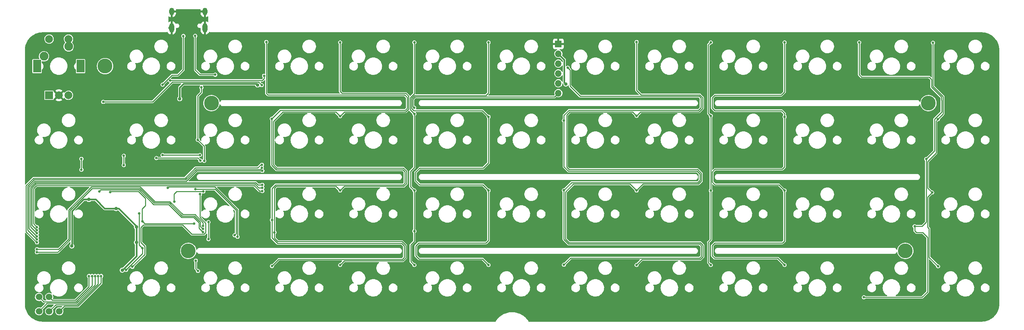
<source format=gtl>
G04 #@! TF.GenerationSoftware,KiCad,Pcbnew,(6.0.5-0)*
G04 #@! TF.CreationDate,2022-08-31T07:52:38-05:00*
G04 #@! TF.ProjectId,pcb,7063622e-6b69-4636-9164-5f7063625858,rev?*
G04 #@! TF.SameCoordinates,Original*
G04 #@! TF.FileFunction,Copper,L1,Top*
G04 #@! TF.FilePolarity,Positive*
%FSLAX46Y46*%
G04 Gerber Fmt 4.6, Leading zero omitted, Abs format (unit mm)*
G04 Created by KiCad (PCBNEW (6.0.5-0)) date 2022-08-31 07:52:38*
%MOMM*%
%LPD*%
G01*
G04 APERTURE LIST*
G04 #@! TA.AperFunction,ComponentPad*
%ADD10R,2.000000X2.000000*%
G04 #@! TD*
G04 #@! TA.AperFunction,ComponentPad*
%ADD11C,2.000000*%
G04 #@! TD*
G04 #@! TA.AperFunction,ComponentPad*
%ADD12R,2.000000X3.200000*%
G04 #@! TD*
G04 #@! TA.AperFunction,ComponentPad*
%ADD13C,3.800000*%
G04 #@! TD*
G04 #@! TA.AperFunction,ComponentPad*
%ADD14C,2.250000*%
G04 #@! TD*
G04 #@! TA.AperFunction,ComponentPad*
%ADD15O,1.700000X1.700000*%
G04 #@! TD*
G04 #@! TA.AperFunction,ComponentPad*
%ADD16R,1.700000X1.700000*%
G04 #@! TD*
G04 #@! TA.AperFunction,SMDPad,CuDef*
%ADD17O,1.300000X2.400000*%
G04 #@! TD*
G04 #@! TA.AperFunction,ComponentPad*
%ADD18O,1.300000X2.400000*%
G04 #@! TD*
G04 #@! TA.AperFunction,ComponentPad*
%ADD19O,1.300000X1.900000*%
G04 #@! TD*
G04 #@! TA.AperFunction,ComponentPad*
%ADD20C,1.700000*%
G04 #@! TD*
G04 #@! TA.AperFunction,ViaPad*
%ADD21C,0.650000*%
G04 #@! TD*
G04 #@! TA.AperFunction,ViaPad*
%ADD22C,0.900000*%
G04 #@! TD*
G04 #@! TA.AperFunction,Conductor*
%ADD23C,0.250000*%
G04 #@! TD*
G04 #@! TA.AperFunction,Conductor*
%ADD24C,0.400000*%
G04 #@! TD*
G04 APERTURE END LIST*
D10*
X60577713Y-60693958D03*
D11*
X65577713Y-60693958D03*
X63077713Y-60693958D03*
D12*
X57477713Y-53193958D03*
X68677713Y-53193958D03*
D11*
X65577713Y-46193958D03*
X60577713Y-46193958D03*
D13*
X74983973Y-53193950D03*
X286915393Y-62718958D03*
X280962279Y-100818990D03*
X96415233Y-100818990D03*
X102368363Y-62718958D03*
D14*
X59267713Y-50653958D03*
X65617713Y-48113958D03*
D15*
X191665313Y-60143950D03*
X191665313Y-49983950D03*
X191665313Y-55063950D03*
X191665313Y-57603950D03*
X191665313Y-52523950D03*
D16*
X191665313Y-47443950D03*
D17*
X92115217Y-43316450D03*
D18*
X100715217Y-43316450D03*
D19*
X100715217Y-39116450D03*
X92115217Y-39116450D03*
D18*
X92115217Y-43316450D03*
D20*
X58000000Y-116400000D03*
X60600000Y-116400000D03*
X63200000Y-116400000D03*
X58000000Y-112700000D03*
X60600000Y-112700000D03*
D21*
X115911125Y-55668950D03*
X91735725Y-56893950D03*
X92800000Y-88100000D03*
X100300000Y-85507470D03*
D22*
X193590225Y-57793950D03*
X83048138Y-98651862D03*
X70831050Y-87568950D03*
X83048138Y-94651862D03*
X94200000Y-61600000D03*
X66440940Y-99559060D03*
X79400000Y-105800000D03*
X114265118Y-58034882D03*
X77800000Y-89900000D03*
D21*
X74500000Y-62400000D03*
X115300000Y-58073450D03*
X91100000Y-84600000D03*
X109100000Y-97200000D03*
X99400000Y-76100000D03*
X89806050Y-76093950D03*
X97900000Y-93800000D03*
X84565225Y-93168950D03*
X76340980Y-85687010D03*
X88190231Y-76890231D03*
X99500000Y-77500000D03*
X108317490Y-96782490D03*
X98275725Y-84927970D03*
X79800000Y-76300000D03*
X80412802Y-105712802D03*
X79800000Y-78700000D03*
X84600000Y-100109930D03*
X83800000Y-91200000D03*
X98852713Y-72168958D03*
X101600000Y-93400000D03*
X101600000Y-97800000D03*
X100500000Y-77600000D03*
X98334003Y-103334015D03*
X99790225Y-58693950D03*
X98890225Y-105993950D03*
X117940225Y-104743950D03*
X117905225Y-66741650D03*
X117940225Y-92843950D03*
X116490625Y-46956250D03*
X135490625Y-47056250D03*
X135490625Y-85256250D03*
X100200000Y-95179503D03*
X135490625Y-104456250D03*
X135490625Y-66094350D03*
X57452713Y-101168958D03*
X118590225Y-96043950D03*
X154590625Y-104456250D03*
X57452713Y-100389455D03*
X154590625Y-47056250D03*
X154590625Y-95709375D03*
X154590625Y-85256250D03*
X154590625Y-65493550D03*
X100200000Y-94400000D03*
X173690625Y-66244350D03*
X115368756Y-78617901D03*
X173690625Y-85256250D03*
X173690625Y-104456250D03*
X173690625Y-47056250D03*
X57465225Y-98627956D03*
X193099994Y-67203719D03*
X115354987Y-79397282D03*
X193090225Y-85193950D03*
X57465225Y-97848453D03*
X194090225Y-53593950D03*
X193090225Y-104393950D03*
X211790625Y-104456250D03*
X57465225Y-97068950D03*
X211790625Y-85256250D03*
X211790625Y-65994350D03*
X211790625Y-46956250D03*
X115465225Y-80168950D03*
X230890625Y-85256250D03*
X230890625Y-47056250D03*
X57465225Y-96289447D03*
X230890625Y-65994350D03*
X230890625Y-104456250D03*
X115465225Y-83789447D03*
X57464747Y-95469431D03*
X249890625Y-104456250D03*
X249890625Y-47056250D03*
X249890625Y-85256250D03*
X249890625Y-66243550D03*
X115465225Y-84568950D03*
X286343215Y-77134930D03*
X269090625Y-47056250D03*
X283365225Y-94468950D03*
X270290225Y-112793950D03*
X57465368Y-94689929D03*
X115465225Y-85368950D03*
X289365225Y-66868950D03*
X289390225Y-104793950D03*
X73500000Y-85500000D03*
X287865225Y-85768950D03*
X288090625Y-47156250D03*
X100200000Y-95959006D03*
X103340225Y-55393950D03*
X98190225Y-45393950D03*
X95146515Y-45410167D03*
X89790225Y-57943950D03*
X99434725Y-86200000D03*
X82022571Y-104922571D03*
X154554128Y-63938315D03*
X82900000Y-66700000D03*
X92900000Y-94800000D03*
X89300000Y-97900000D03*
X68900000Y-77100000D03*
X68900000Y-79900000D03*
X73979503Y-107300000D03*
X73200000Y-107300000D03*
X72400000Y-107300000D03*
X71620497Y-107300000D03*
X70840994Y-107300000D03*
D23*
X287865225Y-85768950D02*
X286722735Y-86911440D01*
X286722735Y-86911440D02*
X286722735Y-94704916D01*
X286722735Y-94704916D02*
X287069745Y-95051926D01*
X287069745Y-95051926D02*
X287069745Y-102473470D01*
X287069745Y-102473470D02*
X289390225Y-104793950D01*
X283365225Y-94468950D02*
X283365225Y-95618950D01*
X286690225Y-111393950D02*
X285290225Y-112793950D01*
X286690225Y-97356454D02*
X286690225Y-111393950D01*
X285290225Y-112793950D02*
X270290225Y-112793950D01*
X283365225Y-95618950D02*
X283840225Y-96093950D01*
X285427721Y-96093950D02*
X286690225Y-97356454D01*
X283840225Y-96093950D02*
X285427721Y-96093950D01*
X115428300Y-56893950D02*
X115911125Y-56411125D01*
X91735725Y-56893950D02*
X115428300Y-56893950D01*
X115911125Y-55668950D02*
X115911125Y-56411125D01*
X100300000Y-85507470D02*
X93438705Y-85507470D01*
X92732225Y-88032225D02*
X92800000Y-88100000D01*
X93438705Y-85507470D02*
X92732225Y-86213950D01*
X92732225Y-86213950D02*
X92732225Y-88032225D01*
D24*
X70831050Y-87568950D02*
X69465225Y-87568950D01*
X114265118Y-58034882D02*
X113958226Y-57727990D01*
X72565225Y-87568950D02*
X70831050Y-87568950D01*
X193190225Y-57393950D02*
X193190225Y-51508862D01*
X83048138Y-102151862D02*
X79400000Y-105800000D01*
X94200000Y-58700000D02*
X94200000Y-61600000D01*
X83048138Y-94448138D02*
X83048138Y-94651862D01*
X69465225Y-87568950D02*
X66465225Y-90568950D01*
X83048138Y-94651862D02*
X83048138Y-98651862D01*
X66465225Y-98718950D02*
X66465225Y-99534775D01*
X79129597Y-90529597D02*
X83048138Y-94448138D01*
X193590225Y-57793950D02*
X193190225Y-57393950D01*
X78500000Y-89900000D02*
X79129597Y-90529597D01*
X83048138Y-94451862D02*
X83048138Y-94651862D01*
X113958226Y-57727990D02*
X95172010Y-57727990D01*
X95172010Y-57727990D02*
X94200000Y-58700000D01*
X66465225Y-99534775D02*
X66440940Y-99559060D01*
X74896274Y-89900000D02*
X74798137Y-89801863D01*
X77800000Y-89900000D02*
X74896274Y-89900000D01*
X193190225Y-51508862D02*
X191665313Y-49983950D01*
X77800000Y-89900000D02*
X78500000Y-89900000D01*
X83048138Y-98651862D02*
X83048138Y-102151862D01*
X66465225Y-90568950D02*
X66465225Y-98718950D01*
X74798137Y-89801863D02*
X72565225Y-87568950D01*
D23*
X114500020Y-57273470D02*
X92326530Y-57273470D01*
X74500000Y-62400000D02*
X87200000Y-62400000D01*
X107200000Y-88300000D02*
X103248470Y-84348470D01*
X91351530Y-84348470D02*
X91100000Y-84600000D01*
X102300000Y-84348470D02*
X91351530Y-84348470D01*
X92326530Y-57273470D02*
X91726530Y-57873470D01*
X87200000Y-62400000D02*
X91700000Y-57900000D01*
X109100000Y-90200000D02*
X107200000Y-88300000D01*
X103248470Y-84348470D02*
X102300000Y-84348470D01*
X114500020Y-57273470D02*
X115300000Y-58073450D01*
X109100000Y-97200000D02*
X109100000Y-90200000D01*
X95496275Y-76100000D02*
X95490225Y-76093950D01*
X95490225Y-76093950D02*
X89806050Y-76093950D01*
X99400000Y-76100000D02*
X95496275Y-76100000D01*
X76340980Y-85687010D02*
X76540960Y-85487030D01*
X97577131Y-93777131D02*
X97600000Y-93800000D01*
X84521804Y-89978196D02*
X84521804Y-93125529D01*
X97600000Y-93800000D02*
X97900000Y-93800000D01*
X84521804Y-93125529D02*
X84565225Y-93168950D01*
X85343054Y-89156946D02*
X84521804Y-89978196D01*
X83573138Y-85487030D02*
X85343054Y-87256946D01*
X85173406Y-93777131D02*
X84565225Y-93168950D01*
X85343054Y-87256946D02*
X85343054Y-89156946D01*
X76540960Y-85487030D02*
X83573138Y-85487030D01*
X85173406Y-93777131D02*
X97577131Y-93777131D01*
X103291248Y-84927970D02*
X108720480Y-90357202D01*
X99500000Y-77500000D02*
X98900000Y-76900000D01*
X108720480Y-96379500D02*
X108317490Y-96782490D01*
X103291248Y-84927970D02*
X98275725Y-84927970D01*
X98900000Y-76900000D02*
X98800000Y-76900000D01*
X88190231Y-76890231D02*
X88200000Y-76900000D01*
X88200000Y-76900000D02*
X98800000Y-76900000D01*
X108720480Y-90357202D02*
X108720480Y-96379500D01*
X79800000Y-78700000D02*
X79800000Y-76300000D01*
X84600000Y-101525604D02*
X80412802Y-105712802D01*
X83800000Y-99309930D02*
X84600000Y-100109930D01*
X84600000Y-100109930D02*
X84600000Y-101525604D01*
X83800000Y-92589450D02*
X83800000Y-91200000D01*
X83800000Y-92589450D02*
X83800000Y-99309930D01*
X98852713Y-72168958D02*
X100500000Y-73816245D01*
X101600000Y-94484930D02*
X101600000Y-93400000D01*
X98334003Y-103334015D02*
X98334003Y-105437728D01*
X98852713Y-60881462D02*
X99790225Y-59943950D01*
X98334003Y-105437728D02*
X98890225Y-105993950D01*
X98852713Y-72168958D02*
X98852713Y-60881462D01*
X100500000Y-73816245D02*
X100500000Y-77600000D01*
X101600000Y-97800000D02*
X101600000Y-94484930D01*
X99790225Y-59943950D02*
X99790225Y-58693950D01*
X119365225Y-98868950D02*
X151328503Y-98868950D01*
X119046864Y-79887311D02*
X151646864Y-79887311D01*
X117905225Y-78745672D02*
X119046864Y-79887311D01*
X118894745Y-83789430D02*
X117940225Y-84743950D01*
X152010705Y-99551152D02*
X152010705Y-102486748D01*
X152094745Y-60598470D02*
X116894745Y-60598470D01*
X117940225Y-84743950D02*
X117940225Y-92843950D01*
X152010705Y-102486748D02*
X151508023Y-102989430D01*
X152190225Y-80430672D02*
X152190225Y-83307228D01*
X151708023Y-83789430D02*
X118894745Y-83789430D01*
X119694745Y-102989430D02*
X117940225Y-104743950D01*
X116894745Y-60598470D02*
X116490625Y-60194350D01*
X151328503Y-98868950D02*
X152010705Y-99551152D01*
X120057445Y-64589430D02*
X152208023Y-64589430D01*
X117905225Y-66741650D02*
X120057445Y-64589430D01*
X116490625Y-60194350D02*
X116490625Y-46956250D01*
X152208023Y-64589430D02*
X152725843Y-64071610D01*
X152190225Y-83307228D02*
X151708023Y-83789430D01*
X152725843Y-61229568D02*
X152094745Y-60598470D01*
X151646864Y-79887311D02*
X152190225Y-80430672D01*
X117940225Y-97443950D02*
X119365225Y-98868950D01*
X152725843Y-64071610D02*
X152725843Y-61229568D01*
X117940225Y-92843950D02*
X117940225Y-97443950D01*
X117905225Y-66741650D02*
X117905225Y-78745672D01*
X151508023Y-102989430D02*
X119694745Y-102989430D01*
X87627543Y-88467991D02*
X91509691Y-88467991D01*
X135490625Y-47056250D02*
X135490625Y-59694350D01*
X118284745Y-67449430D02*
X118284745Y-78588470D01*
X97957202Y-91820480D02*
X99518361Y-93381639D01*
X152390225Y-102643950D02*
X151665225Y-103368950D01*
X119433586Y-98400589D02*
X151396864Y-98400589D01*
X71663397Y-84727990D02*
X83887543Y-84727990D01*
X66010705Y-97923470D02*
X66010705Y-90380682D01*
X151396864Y-98400589D02*
X152390225Y-99393950D01*
X135490625Y-85256250D02*
X134403325Y-84168950D01*
X134365225Y-64968950D02*
X120765225Y-64968950D01*
X57452713Y-101168958D02*
X62765217Y-101168958D01*
X135490625Y-66094350D02*
X134365225Y-64968950D01*
X120765225Y-64968950D02*
X118284745Y-67449430D01*
X119165225Y-79468950D02*
X151765225Y-79468950D01*
X118284745Y-78588470D02*
X119165225Y-79468950D01*
X66010705Y-90380682D02*
X71663397Y-84727990D01*
X152365225Y-64968950D02*
X136616025Y-64968950D01*
X135490625Y-59694350D02*
X136015225Y-60218950D01*
X118590225Y-84630672D02*
X118590225Y-96043950D01*
X151865225Y-84168950D02*
X136577925Y-84168950D01*
X83887543Y-84727990D02*
X87627543Y-88467991D01*
X153105363Y-64228812D02*
X152365225Y-64968950D01*
X152390225Y-99393950D02*
X152390225Y-102643950D01*
X152569745Y-80273470D02*
X152569745Y-83464430D01*
X136616025Y-64968950D02*
X135490625Y-66094350D01*
X136577925Y-103368950D02*
X135490625Y-104456250D01*
X119051947Y-84168950D02*
X118590225Y-84630672D01*
X152569745Y-83464430D02*
X151865225Y-84168950D01*
X118590225Y-96043950D02*
X118590225Y-97557228D01*
X63747213Y-100186962D02*
X63234175Y-100700000D01*
X94862180Y-91820480D02*
X97957202Y-91820480D01*
X136015225Y-60218950D02*
X152415225Y-60218950D01*
X152415225Y-60218950D02*
X153105363Y-60909088D01*
X118590225Y-97557228D02*
X119433586Y-98400589D01*
X151665225Y-103368950D02*
X136577925Y-103368950D01*
X100159950Y-95179503D02*
X100200000Y-95179503D01*
X134403325Y-84168950D02*
X119051947Y-84168950D01*
X63747213Y-100186962D02*
X66010705Y-97923470D01*
X136577925Y-84168950D02*
X135490625Y-85256250D01*
X99518361Y-93381639D02*
X99518361Y-94537914D01*
X153105363Y-60909088D02*
X153105363Y-64228812D01*
X99518361Y-94537914D02*
X100159950Y-95179503D01*
X62765217Y-101168958D02*
X63234175Y-100700000D01*
X91509691Y-88467991D02*
X94862180Y-91820480D01*
X151765225Y-79468950D02*
X152569745Y-80273470D01*
X153484883Y-64387808D02*
X153484883Y-61362570D01*
X154590625Y-60256828D02*
X154590625Y-47056250D01*
X153610705Y-84276330D02*
X153610705Y-80300026D01*
X91666893Y-88088471D02*
X95019382Y-91440960D01*
X71506195Y-84348470D02*
X84044745Y-84348470D01*
X153484883Y-61362570D02*
X154590625Y-60256828D01*
X154552525Y-104456250D02*
X154590625Y-104456250D01*
X153610705Y-80300026D02*
X154590625Y-79320106D01*
X154590625Y-85256250D02*
X154590625Y-95709375D01*
X154590625Y-79320106D02*
X154590625Y-65493550D01*
X84044745Y-84348470D02*
X87784747Y-88088471D01*
X65631185Y-97766268D02*
X65631185Y-90223480D01*
X154590625Y-95709375D02*
X154590625Y-98343550D01*
X100200000Y-93526556D02*
X100200000Y-94400000D01*
X98114404Y-91440960D02*
X100200000Y-93526556D01*
X154590625Y-65493550D02*
X153484883Y-64387808D01*
X65631185Y-90223480D02*
X71506195Y-84348470D01*
X63007998Y-100389455D02*
X65631185Y-97766268D01*
X154590625Y-85256250D02*
X153610705Y-84276330D01*
X87784747Y-88088471D02*
X91666893Y-88088471D01*
X95019382Y-91440960D02*
X98114404Y-91440960D01*
X153665225Y-103568950D02*
X154552525Y-104456250D01*
X153665225Y-99268950D02*
X153665225Y-103568950D01*
X57452713Y-100389455D02*
X63007998Y-100389455D01*
X154590625Y-98343550D02*
X153665225Y-99268950D01*
X154910705Y-82751152D02*
X155953503Y-83793950D01*
X153864403Y-61519772D02*
X154640225Y-60743950D01*
X155953503Y-83793950D02*
X172228325Y-83793950D01*
X173690625Y-85256250D02*
X173690625Y-98093550D01*
X173690625Y-66244350D02*
X173690625Y-78093550D01*
X173690625Y-66244350D02*
X172090225Y-64643950D01*
X173690625Y-60093550D02*
X173690625Y-47056250D01*
X114265225Y-79409910D02*
X115057234Y-78617901D01*
X172134275Y-102899900D02*
X173690625Y-104456250D01*
X155740225Y-98793950D02*
X154965225Y-99568950D01*
X95579628Y-82071350D02*
X98241068Y-79409910D01*
X57465225Y-98627956D02*
X57425175Y-98627956D01*
X154640225Y-60743950D02*
X173040225Y-60743950D01*
X54667625Y-95870406D02*
X54667625Y-83982940D01*
X173690625Y-78093550D02*
X172290225Y-79493950D01*
X173690625Y-98093550D02*
X172990225Y-98793950D01*
X172228325Y-83793950D02*
X173690625Y-85256250D01*
X56579214Y-82071350D02*
X95579628Y-82071350D01*
X154965225Y-102068950D02*
X155796175Y-102899900D01*
X172290225Y-79493950D02*
X155953503Y-79493950D01*
X57425175Y-98627956D02*
X54667625Y-95870406D01*
X153864403Y-64068128D02*
X153864403Y-61519772D01*
X115057234Y-78617901D02*
X115368756Y-78617901D01*
X173040225Y-60743950D02*
X173690625Y-60093550D01*
X54667625Y-83982940D02*
X56579214Y-82071350D01*
X155796175Y-102899900D02*
X172134275Y-102899900D01*
X172090225Y-64643950D02*
X172065225Y-64668950D01*
X172065225Y-64668950D02*
X154465225Y-64668950D01*
X154965225Y-99568950D02*
X154965225Y-102068950D01*
X172990225Y-98793950D02*
X155740225Y-98793950D01*
X155953503Y-79493950D02*
X154910705Y-80536748D01*
X98241068Y-79409910D02*
X114265225Y-79409910D01*
X154465225Y-64668950D02*
X153864403Y-64068128D01*
X154910705Y-80536748D02*
X154910705Y-82751152D01*
X228490225Y-102207228D02*
X228051673Y-102645780D01*
X194276384Y-99080109D02*
X228039662Y-99080109D01*
X194385705Y-64589430D02*
X227708023Y-64589430D01*
X228365225Y-61405672D02*
X227908023Y-60948470D01*
X194265225Y-80268950D02*
X227365225Y-80268950D01*
X197300081Y-60948470D02*
X194642893Y-58291282D01*
X193090225Y-97893950D02*
X194276384Y-99080109D01*
X95736830Y-82450870D02*
X56736416Y-82450870D01*
X228110705Y-81014430D02*
X227365225Y-80268950D01*
X56736416Y-82450870D02*
X55047145Y-84140142D01*
X227708023Y-64589430D02*
X228365225Y-63932228D01*
X193099994Y-67203719D02*
X193099994Y-65875141D01*
X193099994Y-65875141D02*
X194385705Y-64589430D01*
X194642893Y-58291282D02*
X194642893Y-54146618D01*
X98398270Y-79789430D02*
X95736830Y-82450870D01*
X228365225Y-63932228D02*
X228365225Y-61405672D01*
X193090225Y-85193950D02*
X193090225Y-97893950D01*
X228051673Y-102645780D02*
X194838395Y-102645780D01*
X55047145Y-95470423D02*
X57425175Y-97848453D01*
X194838395Y-102645780D02*
X193090225Y-104393950D01*
X193099994Y-67203719D02*
X193099994Y-79103719D01*
X115354987Y-79397282D02*
X114962839Y-79789430D01*
X57425175Y-97848453D02*
X57465225Y-97848453D01*
X227908023Y-60948470D02*
X197300081Y-60948470D01*
X228490225Y-99530672D02*
X228490225Y-102207228D01*
X114962839Y-79789430D02*
X98398270Y-79789430D01*
X193099994Y-79103719D02*
X194265225Y-80268950D01*
X195090225Y-83193950D02*
X193090225Y-85193950D01*
X228110705Y-82623470D02*
X227540225Y-83193950D01*
X227540225Y-83193950D02*
X195090225Y-83193950D01*
X55047145Y-84140142D02*
X55047145Y-95470423D01*
X194642893Y-54146618D02*
X194090225Y-53593950D01*
X228110705Y-81014430D02*
X228110705Y-82623470D01*
X228039662Y-99080109D02*
X228490225Y-99530672D01*
X213221575Y-103025300D02*
X211790625Y-104456250D01*
X228869745Y-102364430D02*
X228208875Y-103025300D01*
X193790225Y-65743950D02*
X193790225Y-79257228D01*
X210107845Y-83573470D02*
X195560705Y-83573470D01*
X228208875Y-103025300D02*
X213221575Y-103025300D01*
X210765225Y-64968950D02*
X194565225Y-64968950D01*
X228490225Y-82793950D02*
X227710705Y-83573470D01*
X227865225Y-64968950D02*
X212816025Y-64968950D01*
X57425175Y-97068950D02*
X55426665Y-95070440D01*
X193790225Y-79257228D02*
X194383586Y-79850589D01*
X228765225Y-63608298D02*
X228765225Y-64068950D01*
X95894032Y-82830390D02*
X98555472Y-80168950D01*
X228765225Y-64068950D02*
X227865225Y-64968950D01*
X195560705Y-83573470D02*
X193469745Y-85664430D01*
X193469745Y-85664430D02*
X193469745Y-97736748D01*
X193469745Y-97736748D02*
X194433586Y-98700589D01*
X212965225Y-60568950D02*
X228065225Y-60568950D01*
X213473405Y-83573470D02*
X211790625Y-85256250D01*
X228065225Y-60568950D02*
X228769745Y-61273470D01*
X56893619Y-82830390D02*
X95894032Y-82830390D01*
X211790625Y-46956250D02*
X211790625Y-59394350D01*
X194565225Y-64968950D02*
X193790225Y-65743950D01*
X212816025Y-64968950D02*
X211790625Y-65994350D01*
X227483586Y-79850589D02*
X228490225Y-80857228D01*
X55426665Y-84297344D02*
X56893619Y-82830390D01*
X228196864Y-98700589D02*
X228869745Y-99373470D01*
X211790625Y-85256250D02*
X210107845Y-83573470D01*
X194383586Y-79850589D02*
X227483586Y-79850589D01*
X228490225Y-80857228D02*
X228490225Y-82793950D01*
X98555472Y-80168950D02*
X115465225Y-80168950D01*
X57465225Y-97068950D02*
X57425175Y-97068950D01*
X227710705Y-83573470D02*
X213473405Y-83573470D01*
X228769745Y-61273470D02*
X228769745Y-63603778D01*
X194433586Y-98700589D02*
X228196864Y-98700589D01*
X228769745Y-63603778D02*
X228765225Y-63608298D01*
X228869745Y-99373470D02*
X228869745Y-102364430D01*
X55426665Y-95070440D02*
X55426665Y-84297344D01*
X211790625Y-65994350D02*
X210765225Y-64968950D01*
X211790625Y-59394350D02*
X212965225Y-60568950D01*
X230890625Y-97943550D02*
X230265225Y-98568950D01*
X57050821Y-83209910D02*
X55806185Y-84454546D01*
X55806185Y-94630407D02*
X57465225Y-96289447D01*
X114322444Y-83789447D02*
X113742908Y-83209910D01*
X230265225Y-98568950D02*
X230265225Y-103830850D01*
X230265225Y-65368950D02*
X230265225Y-47681650D01*
X230890625Y-85256250D02*
X230890625Y-65994350D01*
X113742908Y-83209910D02*
X57050821Y-83209910D01*
X230265225Y-103830850D02*
X230890625Y-104456250D01*
X230890625Y-65994350D02*
X230265225Y-65368950D01*
X115465225Y-83789447D02*
X114322444Y-83789447D01*
X55806185Y-84454546D02*
X55806185Y-94630407D01*
X230265225Y-47681650D02*
X230890625Y-47056250D01*
X230890625Y-85256250D02*
X230890625Y-97943550D01*
X56185705Y-84611748D02*
X57208023Y-83589430D01*
X249890625Y-104456250D02*
X249852525Y-104456250D01*
X114265225Y-84268950D02*
X114565225Y-84568950D01*
X231270145Y-102073870D02*
X231270145Y-99464030D01*
X248403325Y-83768950D02*
X249890625Y-85256250D01*
X249890625Y-98243550D02*
X249890625Y-85256250D01*
X114565225Y-84568950D02*
X115465225Y-84568950D01*
X57464747Y-95469431D02*
X57425317Y-95469431D01*
X249265225Y-79768950D02*
X231965225Y-79768950D01*
X249890625Y-59843550D02*
X249065225Y-60668950D01*
X231270145Y-61364030D02*
X231270145Y-63973870D01*
X231915225Y-102718950D02*
X231270145Y-102073870D01*
X249890625Y-66243550D02*
X249890625Y-79143550D01*
X249065225Y-60668950D02*
X231965225Y-60668950D01*
X113585705Y-83589430D02*
X114265225Y-84268950D01*
X249365225Y-98768950D02*
X249890625Y-98243550D01*
X231965225Y-64668950D02*
X249165225Y-64668950D01*
X231270145Y-63973870D02*
X231965225Y-64668950D01*
X59865225Y-83589430D02*
X112885705Y-83589430D01*
X231270145Y-80464030D02*
X231270145Y-83073870D01*
X231965225Y-60668950D02*
X231270145Y-61364030D01*
X249890625Y-65394350D02*
X249890625Y-66243550D01*
X57208023Y-83589430D02*
X59865225Y-83589430D01*
X56185705Y-93068950D02*
X56185705Y-84611748D01*
X249890625Y-47056250D02*
X249890625Y-59843550D01*
X249852525Y-104456250D02*
X248115225Y-102718950D01*
X231965225Y-79768950D02*
X231270145Y-80464030D01*
X248115225Y-102718950D02*
X231915225Y-102718950D01*
X56185705Y-94229819D02*
X56185705Y-93068950D01*
X249165225Y-64668950D02*
X249890625Y-65394350D01*
X249890625Y-79143550D02*
X249265225Y-79768950D01*
X231965225Y-83768950D02*
X248403325Y-83768950D01*
X57425317Y-95469431D02*
X56185705Y-94229819D01*
X112885705Y-83589430D02*
X113585705Y-83589430D01*
X231965225Y-98768950D02*
X249365225Y-98768950D01*
X231270145Y-83073870D02*
X231965225Y-83768950D01*
X231270145Y-99464030D02*
X231965225Y-98768950D01*
X287089825Y-55993550D02*
X269689825Y-55993550D01*
X286343215Y-93390960D02*
X285265225Y-94468950D01*
X57465368Y-94689929D02*
X56565225Y-93789786D01*
X287711105Y-58551552D02*
X287711105Y-56614830D01*
X113365225Y-83968950D02*
X114765225Y-85368950D01*
X285265225Y-94468950D02*
X283365225Y-94468950D01*
X57365225Y-83968950D02*
X113365225Y-83968950D01*
X269689825Y-55993550D02*
X269090625Y-55394350D01*
X286343215Y-77134930D02*
X288490225Y-74987920D01*
X287711105Y-56614830D02*
X287089825Y-55993550D01*
X290310705Y-65023470D02*
X290310705Y-61950352D01*
X56565225Y-93789786D02*
X56565225Y-90868950D01*
X56565225Y-90868950D02*
X56565225Y-84768950D01*
X286343215Y-77134930D02*
X286343215Y-93390960D01*
X114765225Y-85368950D02*
X115465225Y-85368950D01*
X269090625Y-55394350D02*
X269090625Y-47056250D01*
X288490225Y-66843950D02*
X290310705Y-65023470D01*
X290297264Y-61137711D02*
X287711105Y-58551552D01*
X290297264Y-61936911D02*
X290297264Y-61137711D01*
X288490225Y-74987920D02*
X288490225Y-66843950D01*
X290310705Y-61950352D02*
X290297264Y-61936911D01*
X57265225Y-84068950D02*
X57365225Y-83968950D01*
X56565225Y-84768950D02*
X57265225Y-84068950D01*
X94704978Y-92200000D02*
X91352489Y-88847511D01*
X290690225Y-65493950D02*
X290690225Y-65548450D01*
X99138841Y-93538841D02*
X97800000Y-92200000D01*
X83730340Y-85107510D02*
X73892490Y-85107510D01*
X288869745Y-67364430D02*
X288869745Y-75621940D01*
X290690225Y-65543950D02*
X290690225Y-65493950D01*
X91352489Y-88847511D02*
X87470341Y-88847511D01*
X100159950Y-95959006D02*
X99138841Y-94937897D01*
X99138841Y-94937897D02*
X99138841Y-93538841D01*
X288869745Y-75621940D02*
X286722735Y-77768950D01*
X100200000Y-95959006D02*
X100159950Y-95959006D01*
X290690225Y-60993950D02*
X288090625Y-58394350D01*
X289365225Y-66868950D02*
X290690225Y-65543950D01*
X73892490Y-85107510D02*
X73500000Y-85500000D01*
X286722735Y-77768950D02*
X286722735Y-84626460D01*
X286722735Y-84626460D02*
X287865225Y-85768950D01*
X97800000Y-92200000D02*
X94704978Y-92200000D01*
X289365225Y-66868950D02*
X288869745Y-67364430D01*
X87470341Y-88847511D02*
X83730340Y-85107510D01*
X290690225Y-65493950D02*
X290690225Y-60993950D01*
X288090625Y-58394350D02*
X288090625Y-47156250D01*
X98190225Y-45393950D02*
X98190225Y-54143950D01*
X99440225Y-55393950D02*
X103340225Y-55393950D01*
X98190225Y-54143950D02*
X99440225Y-55393950D01*
X92215225Y-55518950D02*
X89790225Y-57943950D01*
X95146515Y-54087660D02*
X93715225Y-55518950D01*
X93715225Y-55518950D02*
X92215225Y-55518950D01*
X95146515Y-45410167D02*
X95146515Y-54087660D01*
X99434725Y-86200000D02*
X99434725Y-92224559D01*
X84179520Y-98600000D02*
X85200000Y-99620480D01*
X154243923Y-63628110D02*
X154243923Y-61676974D01*
X85200000Y-101745142D02*
X82022571Y-104922571D01*
X84179520Y-94820480D02*
X84179520Y-98600000D01*
X99434725Y-92224559D02*
X100900000Y-93689834D01*
X154554128Y-63938315D02*
X154243923Y-63628110D01*
X100900000Y-96100000D02*
X100461483Y-96538517D01*
X84843349Y-94156651D02*
X84179520Y-94820480D01*
X97338517Y-96538517D02*
X94956651Y-94156651D01*
X100900000Y-93689834D02*
X100900000Y-96100000D01*
X94956651Y-94156651D02*
X84843349Y-94156651D01*
X154243923Y-61676974D02*
X154797427Y-61123470D01*
X100461483Y-96538517D02*
X97338517Y-96538517D01*
X85200000Y-99620480D02*
X85200000Y-101745142D01*
X190685793Y-61123470D02*
X191665313Y-60143950D01*
X154797427Y-61123470D02*
X190685793Y-61123470D01*
X92900000Y-94800000D02*
X89800000Y-97900000D01*
X89800000Y-97900000D02*
X89300000Y-97900000D01*
X68900000Y-79900000D02*
X68900000Y-77100000D01*
X68031920Y-115068080D02*
X73979503Y-109120497D01*
X64531920Y-115068080D02*
X68031920Y-115068080D01*
X63200000Y-116400000D02*
X64531920Y-115068080D01*
X73979503Y-109120497D02*
X73979503Y-107300000D01*
X73200000Y-107300000D02*
X73200000Y-109336722D01*
X62311440Y-114688560D02*
X60600000Y-116400000D01*
X67848162Y-114688560D02*
X62311440Y-114688560D01*
X73200000Y-109336722D02*
X67848162Y-114688560D01*
X72400000Y-109600000D02*
X67690960Y-114309040D01*
X67690960Y-114309040D02*
X60090960Y-114309040D01*
X72400000Y-107300000D02*
X72400000Y-109600000D01*
X60090960Y-114309040D02*
X58000000Y-116400000D01*
X71620497Y-109816225D02*
X67507202Y-113929520D01*
X67507202Y-113929520D02*
X59229520Y-113929520D01*
X71620497Y-107300000D02*
X71620497Y-109816225D01*
X59229520Y-113929520D02*
X58000000Y-112700000D01*
X70840994Y-107300000D02*
X70840994Y-110059006D01*
X61450000Y-113550000D02*
X67350000Y-113550000D01*
X60600000Y-112700000D02*
X61450000Y-113550000D01*
X67350000Y-113550000D02*
X70840994Y-110059006D01*
G04 #@! TA.AperFunction,Conductor*
G36*
X99473753Y-38514887D02*
G01*
X99531863Y-38534040D01*
X99567618Y-38583691D01*
X99571649Y-38625522D01*
X99557559Y-38744574D01*
X99557217Y-38750370D01*
X99557217Y-38846770D01*
X99561339Y-38859455D01*
X99565460Y-38862450D01*
X100870217Y-38862450D01*
X100928408Y-38881357D01*
X100964372Y-38930857D01*
X100969217Y-38961450D01*
X100969217Y-40532179D01*
X100973339Y-40544864D01*
X100973943Y-40545303D01*
X100981091Y-40545819D01*
X101011741Y-40540552D01*
X101020468Y-40538214D01*
X101211626Y-40467692D01*
X101219788Y-40463799D01*
X101394881Y-40359629D01*
X101402200Y-40354312D01*
X101408274Y-40348985D01*
X101464491Y-40324832D01*
X101524167Y-40338335D01*
X101564510Y-40384337D01*
X101572550Y-40423417D01*
X101572550Y-41758531D01*
X101553643Y-41816722D01*
X101504143Y-41852686D01*
X101442957Y-41852686D01*
X101420722Y-41842258D01*
X101247027Y-41732665D01*
X101238974Y-41728562D01*
X101049728Y-41653061D01*
X101041070Y-41650496D01*
X100984596Y-41639262D01*
X100971351Y-41640830D01*
X100971316Y-41640862D01*
X100969217Y-41648906D01*
X100969217Y-44982179D01*
X100973339Y-44994864D01*
X100973943Y-44995303D01*
X100981091Y-44995819D01*
X101011741Y-44990552D01*
X101020468Y-44988214D01*
X101211626Y-44917692D01*
X101219788Y-44913799D01*
X101394881Y-44809629D01*
X101402206Y-44804308D01*
X101555385Y-44669974D01*
X101561611Y-44663413D01*
X101687746Y-44503411D01*
X101692671Y-44495828D01*
X101765450Y-44357498D01*
X101809277Y-44314804D01*
X101869830Y-44306024D01*
X101915870Y-44327067D01*
X101920324Y-44330722D01*
X101924112Y-44333831D01*
X101997544Y-44373088D01*
X102058059Y-44405439D01*
X102058063Y-44405441D01*
X102062351Y-44407733D01*
X102212352Y-44453246D01*
X102350923Y-44466902D01*
X102360253Y-44468437D01*
X102362165Y-44468657D01*
X102367632Y-44469925D01*
X102368350Y-44469926D01*
X102374880Y-44468437D01*
X102380095Y-44467248D01*
X102402105Y-44464770D01*
X201084869Y-44464763D01*
X300573583Y-44464755D01*
X300595769Y-44467273D01*
X300607241Y-44469911D01*
X300618114Y-44467451D01*
X300625048Y-44467463D01*
X300639638Y-44466154D01*
X300671520Y-44467546D01*
X301000890Y-44481927D01*
X301009494Y-44482680D01*
X301219661Y-44510348D01*
X301395515Y-44533500D01*
X301404001Y-44534996D01*
X301784115Y-44619265D01*
X301792455Y-44621499D01*
X302163785Y-44738579D01*
X302171900Y-44741533D01*
X302531598Y-44890523D01*
X302539426Y-44894173D01*
X302660938Y-44957428D01*
X302818876Y-45039645D01*
X302884777Y-45073951D01*
X302892246Y-45078263D01*
X302997239Y-45145150D01*
X303220624Y-45287461D01*
X303227699Y-45292415D01*
X303536589Y-45529432D01*
X303543190Y-45534971D01*
X303574882Y-45564011D01*
X303830252Y-45798013D01*
X303836359Y-45804120D01*
X303898195Y-45871601D01*
X304098389Y-46090072D01*
X304099392Y-46091167D01*
X304104944Y-46097783D01*
X304341970Y-46406678D01*
X304346922Y-46413751D01*
X304530035Y-46701177D01*
X304556107Y-46742102D01*
X304560423Y-46749576D01*
X304740080Y-47094688D01*
X304740211Y-47094940D01*
X304743858Y-47102761D01*
X304892855Y-47462464D01*
X304895807Y-47470574D01*
X305004872Y-47816476D01*
X305012891Y-47841907D01*
X305015125Y-47850247D01*
X305084712Y-48164121D01*
X305099395Y-48230352D01*
X305100895Y-48238857D01*
X305151717Y-48624867D01*
X305152470Y-48633471D01*
X305168216Y-48994049D01*
X305166959Y-49007799D01*
X305166946Y-49015538D01*
X305164448Y-49026402D01*
X305166909Y-49037277D01*
X305167162Y-49038395D01*
X305169604Y-49060246D01*
X305169604Y-114477172D01*
X305167086Y-114499358D01*
X305164448Y-114510830D01*
X305166908Y-114521703D01*
X305166896Y-114528637D01*
X305168205Y-114543228D01*
X305166943Y-114572128D01*
X305152433Y-114904480D01*
X305151680Y-114913084D01*
X305138387Y-115014060D01*
X305100861Y-115299102D01*
X305099365Y-115307588D01*
X305052328Y-115519758D01*
X305015097Y-115687699D01*
X305012862Y-115696042D01*
X304895782Y-116067372D01*
X304892828Y-116075487D01*
X304743838Y-116435183D01*
X304740188Y-116443011D01*
X304665892Y-116585734D01*
X304560414Y-116788357D01*
X304560411Y-116788362D01*
X304556100Y-116795830D01*
X304346898Y-117124213D01*
X304341947Y-117131283D01*
X304104935Y-117440164D01*
X304099384Y-117446779D01*
X303836347Y-117733833D01*
X303830240Y-117739940D01*
X303543187Y-118002976D01*
X303536576Y-118008525D01*
X303227684Y-118245546D01*
X303220622Y-118250491D01*
X302892236Y-118459697D01*
X302884776Y-118464003D01*
X302593282Y-118615746D01*
X302539425Y-118643782D01*
X302531598Y-118647432D01*
X302171886Y-118796430D01*
X302163784Y-118799378D01*
X301792471Y-118916453D01*
X301792455Y-118916458D01*
X301784113Y-118918693D01*
X301404007Y-119002961D01*
X301395501Y-119004461D01*
X301009493Y-119055279D01*
X301000889Y-119056032D01*
X300640200Y-119071780D01*
X300626736Y-119070549D01*
X300618823Y-119070535D01*
X300607959Y-119068037D01*
X300595959Y-119070752D01*
X300574112Y-119073193D01*
X184096715Y-119073193D01*
X184038524Y-119054286D01*
X184012901Y-119026882D01*
X183944300Y-118917757D01*
X183880138Y-118815692D01*
X183626972Y-118479430D01*
X183611399Y-118462010D01*
X183347839Y-118167191D01*
X183347834Y-118167186D01*
X183346444Y-118165631D01*
X183040538Y-117876515D01*
X182861567Y-117733832D01*
X182713051Y-117615429D01*
X182713047Y-117615426D01*
X182711420Y-117614129D01*
X182709697Y-117612978D01*
X182709686Y-117612970D01*
X182363161Y-117381492D01*
X182363150Y-117381485D01*
X182361416Y-117380327D01*
X181993003Y-117176764D01*
X181608788Y-117004879D01*
X181211487Y-116865890D01*
X180803912Y-116760778D01*
X180801858Y-116760429D01*
X180390997Y-116690635D01*
X180390988Y-116690634D01*
X180388946Y-116690287D01*
X180386874Y-116690112D01*
X180386872Y-116690112D01*
X180278351Y-116680961D01*
X179969524Y-116654917D01*
X179548614Y-116654917D01*
X179239787Y-116680961D01*
X179131266Y-116690112D01*
X179131264Y-116690112D01*
X179129192Y-116690287D01*
X179127150Y-116690634D01*
X179127141Y-116690635D01*
X178716280Y-116760429D01*
X178714226Y-116760778D01*
X178306651Y-116865890D01*
X177909350Y-117004879D01*
X177525135Y-117176764D01*
X177156722Y-117380327D01*
X177154988Y-117381485D01*
X177154977Y-117381492D01*
X176808452Y-117612970D01*
X176808441Y-117612978D01*
X176806718Y-117614129D01*
X176805091Y-117615426D01*
X176805087Y-117615429D01*
X176656571Y-117733832D01*
X176477600Y-117876515D01*
X176171694Y-118165631D01*
X176170304Y-118167186D01*
X176170299Y-118167191D01*
X175906739Y-118462010D01*
X175891166Y-118479430D01*
X175638000Y-118815692D01*
X175505237Y-119026884D01*
X175458262Y-119066084D01*
X175421424Y-119073193D01*
X58944538Y-119073193D01*
X58922352Y-119070675D01*
X58922334Y-119070671D01*
X58910880Y-119068037D01*
X58900006Y-119070497D01*
X58893071Y-119070485D01*
X58878482Y-119071794D01*
X58517230Y-119056023D01*
X58508626Y-119055270D01*
X58329014Y-119031625D01*
X58122608Y-119004451D01*
X58114121Y-119002955D01*
X57734002Y-118918686D01*
X57725675Y-118916455D01*
X57540002Y-118857913D01*
X57354338Y-118799374D01*
X57346223Y-118796420D01*
X56986526Y-118647430D01*
X56978698Y-118643780D01*
X56633347Y-118464003D01*
X56625879Y-118459692D01*
X56297492Y-118250487D01*
X56290426Y-118245539D01*
X56153727Y-118140647D01*
X55981537Y-118008522D01*
X55974929Y-118002976D01*
X55687875Y-117739939D01*
X55681768Y-117733832D01*
X55418732Y-117446779D01*
X55413180Y-117440164D01*
X55176162Y-117131276D01*
X55171216Y-117124213D01*
X54962011Y-116795827D01*
X54957702Y-116788362D01*
X54777924Y-116443012D01*
X54774274Y-116435184D01*
X54625284Y-116075487D01*
X54622330Y-116067372D01*
X54505250Y-115696043D01*
X54503015Y-115687700D01*
X54494552Y-115649527D01*
X54418747Y-115307589D01*
X54417249Y-115299094D01*
X54416251Y-115291509D01*
X54383542Y-115043056D01*
X54366431Y-114913084D01*
X54365678Y-114904480D01*
X54349931Y-114543789D01*
X54351162Y-114530325D01*
X54351176Y-114522412D01*
X54353674Y-114511548D01*
X54350959Y-114499548D01*
X54348518Y-114477701D01*
X54348518Y-110288775D01*
X56868443Y-110288775D01*
X56868819Y-110296898D01*
X56878152Y-110498548D01*
X56878372Y-110503312D01*
X56903391Y-110607123D01*
X56923674Y-110691282D01*
X56928691Y-110712100D01*
X57017582Y-110907606D01*
X57141839Y-111082776D01*
X57296978Y-111231290D01*
X57477402Y-111347788D01*
X57481763Y-111349546D01*
X57481764Y-111349546D01*
X57672237Y-111426309D01*
X57672240Y-111426310D01*
X57676600Y-111428067D01*
X57681213Y-111428968D01*
X57681217Y-111428969D01*
X57856941Y-111463285D01*
X57910429Y-111492995D01*
X57936239Y-111548471D01*
X57924511Y-111608522D01*
X57879727Y-111650211D01*
X57846938Y-111659043D01*
X57840917Y-111659591D01*
X57807022Y-111662675D01*
X57807017Y-111662676D01*
X57802203Y-111663114D01*
X57604572Y-111721280D01*
X57600288Y-111723519D01*
X57600287Y-111723520D01*
X57589428Y-111729197D01*
X57422002Y-111816726D01*
X57418231Y-111819758D01*
X57265220Y-111942781D01*
X57265217Y-111942783D01*
X57261447Y-111945815D01*
X57258333Y-111949526D01*
X57258332Y-111949527D01*
X57249585Y-111959952D01*
X57129024Y-112103630D01*
X57126689Y-112107878D01*
X57126688Y-112107879D01*
X57121938Y-112116520D01*
X57029776Y-112284162D01*
X57028313Y-112288775D01*
X57028311Y-112288779D01*
X56985319Y-112424308D01*
X56967484Y-112480532D01*
X56966944Y-112485344D01*
X56966944Y-112485345D01*
X56948389Y-112650773D01*
X56944520Y-112685262D01*
X56961759Y-112890553D01*
X56963092Y-112895201D01*
X56963092Y-112895202D01*
X57013564Y-113071218D01*
X57018544Y-113088586D01*
X57112712Y-113271818D01*
X57240677Y-113433270D01*
X57397564Y-113566791D01*
X57401787Y-113569151D01*
X57401791Y-113569154D01*
X57464177Y-113604020D01*
X57577398Y-113667297D01*
X57581996Y-113668791D01*
X57768724Y-113729463D01*
X57768726Y-113729464D01*
X57773329Y-113730959D01*
X57977894Y-113755351D01*
X57982716Y-113754980D01*
X57982719Y-113754980D01*
X58050541Y-113749761D01*
X58183300Y-113739546D01*
X58381725Y-113684145D01*
X58412164Y-113668769D01*
X58472629Y-113659408D01*
X58526805Y-113687131D01*
X58986251Y-114146577D01*
X58992085Y-114152944D01*
X59017065Y-114182714D01*
X59050725Y-114202147D01*
X59058009Y-114206788D01*
X59089836Y-114229074D01*
X59098204Y-114231316D01*
X59103491Y-114233782D01*
X59108976Y-114235778D01*
X59116475Y-114240108D01*
X59125001Y-114241611D01*
X59125003Y-114241612D01*
X59154736Y-114246854D01*
X59163170Y-114248724D01*
X59200713Y-114258784D01*
X59239428Y-114255397D01*
X59248057Y-114255020D01*
X59445646Y-114255020D01*
X59503837Y-114273927D01*
X59539801Y-114323427D01*
X59539801Y-114384613D01*
X59515650Y-114424024D01*
X58528556Y-115411118D01*
X58474039Y-115438895D01*
X58418480Y-115429404D01*
X58417777Y-115431076D01*
X58413315Y-115429200D01*
X58409055Y-115426897D01*
X58395096Y-115422576D01*
X58216875Y-115367407D01*
X58216871Y-115367406D01*
X58212254Y-115365977D01*
X58207446Y-115365472D01*
X58207443Y-115365471D01*
X58012185Y-115344949D01*
X58012183Y-115344949D01*
X58007369Y-115344443D01*
X57947354Y-115349905D01*
X57807022Y-115362675D01*
X57807017Y-115362676D01*
X57802203Y-115363114D01*
X57604572Y-115421280D01*
X57600288Y-115423519D01*
X57600287Y-115423520D01*
X57589032Y-115429404D01*
X57422002Y-115516726D01*
X57418231Y-115519758D01*
X57265220Y-115642781D01*
X57265217Y-115642783D01*
X57261447Y-115645815D01*
X57258333Y-115649526D01*
X57258332Y-115649527D01*
X57134643Y-115796934D01*
X57129024Y-115803630D01*
X57029776Y-115984162D01*
X57028313Y-115988775D01*
X57028311Y-115988779D01*
X57025466Y-115997749D01*
X56967484Y-116180532D01*
X56966944Y-116185344D01*
X56966944Y-116185345D01*
X56965865Y-116194970D01*
X56944520Y-116385262D01*
X56961759Y-116590553D01*
X57018544Y-116788586D01*
X57112712Y-116971818D01*
X57240677Y-117133270D01*
X57244357Y-117136402D01*
X57244359Y-117136404D01*
X57290780Y-117175911D01*
X57397564Y-117266791D01*
X57401787Y-117269151D01*
X57401791Y-117269154D01*
X57441342Y-117291258D01*
X57577398Y-117367297D01*
X57581996Y-117368791D01*
X57768724Y-117429463D01*
X57768726Y-117429464D01*
X57773329Y-117430959D01*
X57977894Y-117455351D01*
X57982716Y-117454980D01*
X57982719Y-117454980D01*
X58050541Y-117449761D01*
X58183300Y-117439546D01*
X58381725Y-117384145D01*
X58386038Y-117381966D01*
X58386044Y-117381964D01*
X58561289Y-117293441D01*
X58561291Y-117293440D01*
X58565610Y-117291258D01*
X58664603Y-117213917D01*
X58724135Y-117167406D01*
X58724139Y-117167402D01*
X58727951Y-117164424D01*
X58756558Y-117131283D01*
X58821643Y-117055880D01*
X58862564Y-117008472D01*
X58881231Y-116975613D01*
X58961934Y-116833550D01*
X58961935Y-116833547D01*
X58964323Y-116829344D01*
X58975470Y-116795837D01*
X59027824Y-116638454D01*
X59027824Y-116638452D01*
X59029351Y-116633863D01*
X59055171Y-116429474D01*
X59055583Y-116400000D01*
X59035480Y-116194970D01*
X58975935Y-115997749D01*
X58970977Y-115988423D01*
X58960351Y-115928170D01*
X58988384Y-115871942D01*
X60196790Y-114663536D01*
X60251307Y-114635759D01*
X60266794Y-114634540D01*
X61666126Y-114634540D01*
X61724317Y-114653447D01*
X61760281Y-114702947D01*
X61760281Y-114764133D01*
X61736130Y-114803544D01*
X61128556Y-115411118D01*
X61074039Y-115438895D01*
X61018480Y-115429404D01*
X61017777Y-115431076D01*
X61013315Y-115429200D01*
X61009055Y-115426897D01*
X60995096Y-115422576D01*
X60816875Y-115367407D01*
X60816871Y-115367406D01*
X60812254Y-115365977D01*
X60807446Y-115365472D01*
X60807443Y-115365471D01*
X60612185Y-115344949D01*
X60612183Y-115344949D01*
X60607369Y-115344443D01*
X60547354Y-115349905D01*
X60407022Y-115362675D01*
X60407017Y-115362676D01*
X60402203Y-115363114D01*
X60204572Y-115421280D01*
X60200288Y-115423519D01*
X60200287Y-115423520D01*
X60189032Y-115429404D01*
X60022002Y-115516726D01*
X60018231Y-115519758D01*
X59865220Y-115642781D01*
X59865217Y-115642783D01*
X59861447Y-115645815D01*
X59858333Y-115649526D01*
X59858332Y-115649527D01*
X59734643Y-115796934D01*
X59729024Y-115803630D01*
X59629776Y-115984162D01*
X59628313Y-115988775D01*
X59628311Y-115988779D01*
X59625466Y-115997749D01*
X59567484Y-116180532D01*
X59566944Y-116185344D01*
X59566944Y-116185345D01*
X59565865Y-116194970D01*
X59544520Y-116385262D01*
X59561759Y-116590553D01*
X59618544Y-116788586D01*
X59712712Y-116971818D01*
X59840677Y-117133270D01*
X59844357Y-117136402D01*
X59844359Y-117136404D01*
X59890780Y-117175911D01*
X59997564Y-117266791D01*
X60001787Y-117269151D01*
X60001791Y-117269154D01*
X60041342Y-117291258D01*
X60177398Y-117367297D01*
X60181996Y-117368791D01*
X60368724Y-117429463D01*
X60368726Y-117429464D01*
X60373329Y-117430959D01*
X60577894Y-117455351D01*
X60582716Y-117454980D01*
X60582719Y-117454980D01*
X60650541Y-117449761D01*
X60783300Y-117439546D01*
X60981725Y-117384145D01*
X60986038Y-117381966D01*
X60986044Y-117381964D01*
X61161289Y-117293441D01*
X61161291Y-117293440D01*
X61165610Y-117291258D01*
X61264603Y-117213917D01*
X61324135Y-117167406D01*
X61324139Y-117167402D01*
X61327951Y-117164424D01*
X61356558Y-117131283D01*
X61421643Y-117055880D01*
X61462564Y-117008472D01*
X61481231Y-116975613D01*
X61561934Y-116833550D01*
X61561935Y-116833547D01*
X61564323Y-116829344D01*
X61575470Y-116795837D01*
X61627824Y-116638454D01*
X61627824Y-116638452D01*
X61629351Y-116633863D01*
X61655171Y-116429474D01*
X61655583Y-116400000D01*
X61635480Y-116194970D01*
X61575935Y-115997749D01*
X61570977Y-115988423D01*
X61560351Y-115928170D01*
X61588384Y-115871942D01*
X62417270Y-115043056D01*
X62471787Y-115015279D01*
X62487274Y-115014060D01*
X63886605Y-115014060D01*
X63944796Y-115032967D01*
X63980760Y-115082467D01*
X63980760Y-115143653D01*
X63956609Y-115183064D01*
X63728554Y-115411119D01*
X63674037Y-115438896D01*
X63618479Y-115429395D01*
X63617773Y-115431075D01*
X63613319Y-115429202D01*
X63609055Y-115426897D01*
X63595096Y-115422576D01*
X63416875Y-115367407D01*
X63416871Y-115367406D01*
X63412254Y-115365977D01*
X63407446Y-115365472D01*
X63407443Y-115365471D01*
X63212185Y-115344949D01*
X63212183Y-115344949D01*
X63207369Y-115344443D01*
X63147354Y-115349905D01*
X63007022Y-115362675D01*
X63007017Y-115362676D01*
X63002203Y-115363114D01*
X62804572Y-115421280D01*
X62800288Y-115423519D01*
X62800287Y-115423520D01*
X62789032Y-115429404D01*
X62622002Y-115516726D01*
X62618231Y-115519758D01*
X62465220Y-115642781D01*
X62465217Y-115642783D01*
X62461447Y-115645815D01*
X62458333Y-115649526D01*
X62458332Y-115649527D01*
X62334643Y-115796934D01*
X62329024Y-115803630D01*
X62229776Y-115984162D01*
X62228313Y-115988775D01*
X62228311Y-115988779D01*
X62225466Y-115997749D01*
X62167484Y-116180532D01*
X62166944Y-116185344D01*
X62166944Y-116185345D01*
X62165865Y-116194970D01*
X62144520Y-116385262D01*
X62161759Y-116590553D01*
X62218544Y-116788586D01*
X62312712Y-116971818D01*
X62440677Y-117133270D01*
X62444357Y-117136402D01*
X62444359Y-117136404D01*
X62490780Y-117175911D01*
X62597564Y-117266791D01*
X62601787Y-117269151D01*
X62601791Y-117269154D01*
X62641342Y-117291258D01*
X62777398Y-117367297D01*
X62781996Y-117368791D01*
X62968724Y-117429463D01*
X62968726Y-117429464D01*
X62973329Y-117430959D01*
X63177894Y-117455351D01*
X63182716Y-117454980D01*
X63182719Y-117454980D01*
X63250541Y-117449761D01*
X63383300Y-117439546D01*
X63581725Y-117384145D01*
X63586038Y-117381966D01*
X63586044Y-117381964D01*
X63761289Y-117293441D01*
X63761291Y-117293440D01*
X63765610Y-117291258D01*
X63864603Y-117213917D01*
X63924135Y-117167406D01*
X63924139Y-117167402D01*
X63927951Y-117164424D01*
X63956558Y-117131283D01*
X64021643Y-117055880D01*
X64062564Y-117008472D01*
X64081231Y-116975613D01*
X64161934Y-116833550D01*
X64161935Y-116833547D01*
X64164323Y-116829344D01*
X64175470Y-116795837D01*
X64227824Y-116638454D01*
X64227824Y-116638452D01*
X64229351Y-116633863D01*
X64255171Y-116429474D01*
X64255583Y-116400000D01*
X64235480Y-116194970D01*
X64175935Y-115997749D01*
X64170974Y-115988418D01*
X64160353Y-115928162D01*
X64188385Y-115871942D01*
X64637751Y-115422576D01*
X64692268Y-115394799D01*
X64707755Y-115393580D01*
X68013386Y-115393580D01*
X68022015Y-115393957D01*
X68060727Y-115397344D01*
X68070225Y-115394799D01*
X68098269Y-115387284D01*
X68106704Y-115385414D01*
X68136437Y-115380172D01*
X68136439Y-115380171D01*
X68144965Y-115378668D01*
X68152464Y-115374338D01*
X68157949Y-115372342D01*
X68163236Y-115369876D01*
X68171604Y-115367634D01*
X68203431Y-115345348D01*
X68210715Y-115340707D01*
X68244375Y-115321274D01*
X68269351Y-115291509D01*
X68275185Y-115285141D01*
X73271607Y-110288719D01*
X80680955Y-110288719D01*
X80690884Y-110503256D01*
X80691989Y-110507839D01*
X80736213Y-110691338D01*
X80741203Y-110712044D01*
X80743153Y-110716332D01*
X80743153Y-110716333D01*
X80785648Y-110809797D01*
X80830094Y-110907550D01*
X80954351Y-111082720D01*
X81109490Y-111231234D01*
X81289914Y-111347732D01*
X81294275Y-111349490D01*
X81294276Y-111349490D01*
X81484749Y-111426253D01*
X81484752Y-111426254D01*
X81489112Y-111428011D01*
X81493725Y-111428912D01*
X81493729Y-111428913D01*
X81696401Y-111468492D01*
X81696408Y-111468493D01*
X81699896Y-111469174D01*
X81705539Y-111469450D01*
X81863889Y-111469450D01*
X81961924Y-111460097D01*
X82019327Y-111454620D01*
X82019330Y-111454620D01*
X82024020Y-111454172D01*
X82230101Y-111393715D01*
X82421032Y-111295379D01*
X82578006Y-111172074D01*
X82586220Y-111165622D01*
X82586221Y-111165621D01*
X82589923Y-111162713D01*
X82593008Y-111159158D01*
X82593011Y-111159155D01*
X82727591Y-111004064D01*
X82727592Y-111004063D01*
X82730680Y-111000504D01*
X82786905Y-110903317D01*
X82835868Y-110818681D01*
X82838226Y-110814605D01*
X82883299Y-110684808D01*
X82907134Y-110616171D01*
X82907135Y-110616169D01*
X82908678Y-110611724D01*
X82939495Y-110399181D01*
X82939119Y-110391058D01*
X84641295Y-110391058D01*
X84641581Y-110394326D01*
X84641581Y-110394329D01*
X84642413Y-110403841D01*
X84667281Y-110688080D01*
X84673609Y-110716389D01*
X84717198Y-110911393D01*
X84732322Y-110979055D01*
X84835275Y-111258873D01*
X84896721Y-111375416D01*
X84972803Y-111519719D01*
X84972807Y-111519726D01*
X84974331Y-111522616D01*
X85147047Y-111765651D01*
X85350389Y-111983709D01*
X85352925Y-111985792D01*
X85352926Y-111985793D01*
X85578245Y-112170873D01*
X85578250Y-112170877D01*
X85580784Y-112172958D01*
X85583668Y-112174746D01*
X85789521Y-112302380D01*
X85834185Y-112330073D01*
X85837182Y-112331420D01*
X85837186Y-112331422D01*
X85989875Y-112400043D01*
X86106139Y-112452294D01*
X86391869Y-112537473D01*
X86395110Y-112537986D01*
X86395113Y-112537987D01*
X86483533Y-112551991D01*
X86686354Y-112584115D01*
X86757114Y-112587328D01*
X86778509Y-112588300D01*
X86778515Y-112588300D01*
X86779613Y-112588350D01*
X86965850Y-112588350D01*
X87187726Y-112573613D01*
X87335676Y-112543781D01*
X87476772Y-112515331D01*
X87476777Y-112515330D01*
X87479999Y-112514680D01*
X87614261Y-112468450D01*
X87758799Y-112418682D01*
X87758805Y-112418679D01*
X87761911Y-112417610D01*
X87810927Y-112393065D01*
X87894797Y-112351066D01*
X88028509Y-112284108D01*
X88275108Y-112116520D01*
X88426333Y-111981309D01*
X88494926Y-111919980D01*
X88494929Y-111919976D01*
X88497376Y-111917789D01*
X88691409Y-111691407D01*
X88853796Y-111441353D01*
X88858654Y-111431124D01*
X88980279Y-111174981D01*
X88981686Y-111172018D01*
X89072831Y-110888135D01*
X89125629Y-110594691D01*
X89139155Y-110296842D01*
X89138444Y-110288719D01*
X90840955Y-110288719D01*
X90850884Y-110503256D01*
X90851989Y-110507839D01*
X90896213Y-110691338D01*
X90901203Y-110712044D01*
X90903153Y-110716332D01*
X90903153Y-110716333D01*
X90945648Y-110809797D01*
X90990094Y-110907550D01*
X91114351Y-111082720D01*
X91269490Y-111231234D01*
X91449914Y-111347732D01*
X91454275Y-111349490D01*
X91454276Y-111349490D01*
X91644749Y-111426253D01*
X91644752Y-111426254D01*
X91649112Y-111428011D01*
X91653725Y-111428912D01*
X91653729Y-111428913D01*
X91856401Y-111468492D01*
X91856408Y-111468493D01*
X91859896Y-111469174D01*
X91865539Y-111469450D01*
X92023889Y-111469450D01*
X92121924Y-111460097D01*
X92179327Y-111454620D01*
X92179330Y-111454620D01*
X92184020Y-111454172D01*
X92390101Y-111393715D01*
X92581032Y-111295379D01*
X92738006Y-111172074D01*
X92746220Y-111165622D01*
X92746221Y-111165621D01*
X92749923Y-111162713D01*
X92753008Y-111159158D01*
X92753011Y-111159155D01*
X92887591Y-111004064D01*
X92887592Y-111004063D01*
X92890680Y-111000504D01*
X92946905Y-110903317D01*
X92995868Y-110818681D01*
X92998226Y-110814605D01*
X93043299Y-110684808D01*
X93067134Y-110616171D01*
X93067135Y-110616169D01*
X93068678Y-110611724D01*
X93099495Y-110399181D01*
X93094383Y-110288719D01*
X99730955Y-110288719D01*
X99740884Y-110503256D01*
X99741989Y-110507839D01*
X99786213Y-110691338D01*
X99791203Y-110712044D01*
X99793153Y-110716332D01*
X99793153Y-110716333D01*
X99835648Y-110809797D01*
X99880094Y-110907550D01*
X100004351Y-111082720D01*
X100159490Y-111231234D01*
X100339914Y-111347732D01*
X100344275Y-111349490D01*
X100344276Y-111349490D01*
X100534749Y-111426253D01*
X100534752Y-111426254D01*
X100539112Y-111428011D01*
X100543725Y-111428912D01*
X100543729Y-111428913D01*
X100746401Y-111468492D01*
X100746408Y-111468493D01*
X100749896Y-111469174D01*
X100755539Y-111469450D01*
X100913889Y-111469450D01*
X101011924Y-111460097D01*
X101069327Y-111454620D01*
X101069330Y-111454620D01*
X101074020Y-111454172D01*
X101280101Y-111393715D01*
X101471032Y-111295379D01*
X101628006Y-111172074D01*
X101636220Y-111165622D01*
X101636221Y-111165621D01*
X101639923Y-111162713D01*
X101643008Y-111159158D01*
X101643011Y-111159155D01*
X101777591Y-111004064D01*
X101777592Y-111004063D01*
X101780680Y-111000504D01*
X101836905Y-110903317D01*
X101885868Y-110818681D01*
X101888226Y-110814605D01*
X101933299Y-110684808D01*
X101957134Y-110616171D01*
X101957135Y-110616169D01*
X101958678Y-110611724D01*
X101989495Y-110399181D01*
X101989119Y-110391058D01*
X103691295Y-110391058D01*
X103691581Y-110394326D01*
X103691581Y-110394329D01*
X103692413Y-110403841D01*
X103717281Y-110688080D01*
X103723609Y-110716389D01*
X103767198Y-110911393D01*
X103782322Y-110979055D01*
X103885275Y-111258873D01*
X103946721Y-111375416D01*
X104022803Y-111519719D01*
X104022807Y-111519726D01*
X104024331Y-111522616D01*
X104197047Y-111765651D01*
X104400389Y-111983709D01*
X104402925Y-111985792D01*
X104402926Y-111985793D01*
X104628245Y-112170873D01*
X104628250Y-112170877D01*
X104630784Y-112172958D01*
X104633668Y-112174746D01*
X104839521Y-112302380D01*
X104884185Y-112330073D01*
X104887182Y-112331420D01*
X104887186Y-112331422D01*
X105039875Y-112400043D01*
X105156139Y-112452294D01*
X105441869Y-112537473D01*
X105445110Y-112537986D01*
X105445113Y-112537987D01*
X105533533Y-112551991D01*
X105736354Y-112584115D01*
X105807114Y-112587328D01*
X105828509Y-112588300D01*
X105828515Y-112588300D01*
X105829613Y-112588350D01*
X106015850Y-112588350D01*
X106237726Y-112573613D01*
X106385676Y-112543781D01*
X106526772Y-112515331D01*
X106526777Y-112515330D01*
X106529999Y-112514680D01*
X106664261Y-112468450D01*
X106808799Y-112418682D01*
X106808805Y-112418679D01*
X106811911Y-112417610D01*
X106860927Y-112393065D01*
X106944797Y-112351066D01*
X107078509Y-112284108D01*
X107325108Y-112116520D01*
X107476333Y-111981309D01*
X107544926Y-111919980D01*
X107544929Y-111919976D01*
X107547376Y-111917789D01*
X107741409Y-111691407D01*
X107903796Y-111441353D01*
X107908654Y-111431124D01*
X108030279Y-111174981D01*
X108031686Y-111172018D01*
X108122831Y-110888135D01*
X108175629Y-110594691D01*
X108189155Y-110296842D01*
X108188444Y-110288719D01*
X109890955Y-110288719D01*
X109900884Y-110503256D01*
X109901989Y-110507839D01*
X109946213Y-110691338D01*
X109951203Y-110712044D01*
X109953153Y-110716332D01*
X109953153Y-110716333D01*
X109995648Y-110809797D01*
X110040094Y-110907550D01*
X110164351Y-111082720D01*
X110319490Y-111231234D01*
X110499914Y-111347732D01*
X110504275Y-111349490D01*
X110504276Y-111349490D01*
X110694749Y-111426253D01*
X110694752Y-111426254D01*
X110699112Y-111428011D01*
X110703725Y-111428912D01*
X110703729Y-111428913D01*
X110906401Y-111468492D01*
X110906408Y-111468493D01*
X110909896Y-111469174D01*
X110915539Y-111469450D01*
X111073889Y-111469450D01*
X111171924Y-111460097D01*
X111229327Y-111454620D01*
X111229330Y-111454620D01*
X111234020Y-111454172D01*
X111440101Y-111393715D01*
X111631032Y-111295379D01*
X111788006Y-111172074D01*
X111796220Y-111165622D01*
X111796221Y-111165621D01*
X111799923Y-111162713D01*
X111803008Y-111159158D01*
X111803011Y-111159155D01*
X111937591Y-111004064D01*
X111937592Y-111004063D01*
X111940680Y-111000504D01*
X111996905Y-110903317D01*
X112045868Y-110818681D01*
X112048226Y-110814605D01*
X112093299Y-110684808D01*
X112117134Y-110616171D01*
X112117135Y-110616169D01*
X112118678Y-110611724D01*
X112149495Y-110399181D01*
X112144383Y-110288719D01*
X118780955Y-110288719D01*
X118790884Y-110503256D01*
X118791989Y-110507839D01*
X118836213Y-110691338D01*
X118841203Y-110712044D01*
X118843153Y-110716332D01*
X118843153Y-110716333D01*
X118885649Y-110809797D01*
X118930094Y-110907550D01*
X119054351Y-111082720D01*
X119209490Y-111231234D01*
X119389914Y-111347732D01*
X119394275Y-111349490D01*
X119394276Y-111349490D01*
X119584749Y-111426253D01*
X119584752Y-111426254D01*
X119589112Y-111428011D01*
X119593725Y-111428912D01*
X119593729Y-111428913D01*
X119796401Y-111468492D01*
X119796408Y-111468493D01*
X119799896Y-111469174D01*
X119805539Y-111469450D01*
X119963889Y-111469450D01*
X120061924Y-111460097D01*
X120119327Y-111454620D01*
X120119330Y-111454620D01*
X120124020Y-111454172D01*
X120330101Y-111393715D01*
X120521032Y-111295379D01*
X120678006Y-111172074D01*
X120686220Y-111165622D01*
X120686221Y-111165621D01*
X120689923Y-111162713D01*
X120693008Y-111159158D01*
X120693011Y-111159155D01*
X120827591Y-111004064D01*
X120827592Y-111004063D01*
X120830680Y-111000504D01*
X120886905Y-110903317D01*
X120935868Y-110818681D01*
X120938226Y-110814605D01*
X120983299Y-110684808D01*
X121007134Y-110616171D01*
X121007135Y-110616169D01*
X121008678Y-110611724D01*
X121039495Y-110399181D01*
X121039119Y-110391058D01*
X122741295Y-110391058D01*
X122741581Y-110394326D01*
X122741581Y-110394329D01*
X122742413Y-110403841D01*
X122767281Y-110688080D01*
X122773609Y-110716389D01*
X122817198Y-110911393D01*
X122832322Y-110979055D01*
X122935275Y-111258873D01*
X122996721Y-111375416D01*
X123072803Y-111519719D01*
X123072807Y-111519726D01*
X123074331Y-111522616D01*
X123247047Y-111765651D01*
X123450389Y-111983709D01*
X123452925Y-111985792D01*
X123452926Y-111985793D01*
X123678245Y-112170873D01*
X123678250Y-112170877D01*
X123680784Y-112172958D01*
X123683668Y-112174746D01*
X123889521Y-112302380D01*
X123934185Y-112330073D01*
X123937182Y-112331420D01*
X123937186Y-112331422D01*
X124089875Y-112400043D01*
X124206139Y-112452294D01*
X124491869Y-112537473D01*
X124495110Y-112537986D01*
X124495113Y-112537987D01*
X124583533Y-112551991D01*
X124786354Y-112584115D01*
X124857114Y-112587328D01*
X124878509Y-112588300D01*
X124878515Y-112588300D01*
X124879613Y-112588350D01*
X125065850Y-112588350D01*
X125287726Y-112573613D01*
X125435676Y-112543781D01*
X125576772Y-112515331D01*
X125576777Y-112515330D01*
X125579999Y-112514680D01*
X125714261Y-112468450D01*
X125858799Y-112418682D01*
X125858805Y-112418679D01*
X125861911Y-112417610D01*
X125910927Y-112393065D01*
X125994797Y-112351066D01*
X126128509Y-112284108D01*
X126375108Y-112116520D01*
X126526333Y-111981309D01*
X126594926Y-111919980D01*
X126594929Y-111919976D01*
X126597376Y-111917789D01*
X126791409Y-111691407D01*
X126953796Y-111441353D01*
X126958654Y-111431124D01*
X127080279Y-111174981D01*
X127081686Y-111172018D01*
X127172831Y-110888135D01*
X127225629Y-110594691D01*
X127239155Y-110296842D01*
X127238444Y-110288719D01*
X128940955Y-110288719D01*
X128950884Y-110503256D01*
X128951989Y-110507839D01*
X128996213Y-110691338D01*
X129001203Y-110712044D01*
X129003153Y-110716332D01*
X129003153Y-110716333D01*
X129045649Y-110809797D01*
X129090094Y-110907550D01*
X129214351Y-111082720D01*
X129369490Y-111231234D01*
X129549914Y-111347732D01*
X129554275Y-111349490D01*
X129554276Y-111349490D01*
X129744749Y-111426253D01*
X129744752Y-111426254D01*
X129749112Y-111428011D01*
X129753725Y-111428912D01*
X129753729Y-111428913D01*
X129956401Y-111468492D01*
X129956408Y-111468493D01*
X129959896Y-111469174D01*
X129965539Y-111469450D01*
X130123889Y-111469450D01*
X130221924Y-111460097D01*
X130279327Y-111454620D01*
X130279330Y-111454620D01*
X130284020Y-111454172D01*
X130490101Y-111393715D01*
X130681032Y-111295379D01*
X130838006Y-111172074D01*
X130846220Y-111165622D01*
X130846221Y-111165621D01*
X130849923Y-111162713D01*
X130853008Y-111159158D01*
X130853011Y-111159155D01*
X130987591Y-111004064D01*
X130987592Y-111004063D01*
X130990680Y-111000504D01*
X131046905Y-110903317D01*
X131095868Y-110818681D01*
X131098226Y-110814605D01*
X131143299Y-110684808D01*
X131167134Y-110616171D01*
X131167135Y-110616169D01*
X131168678Y-110611724D01*
X131199495Y-110399181D01*
X131194383Y-110288719D01*
X137830955Y-110288719D01*
X137840884Y-110503256D01*
X137841989Y-110507839D01*
X137886213Y-110691338D01*
X137891203Y-110712044D01*
X137893153Y-110716332D01*
X137893153Y-110716333D01*
X137935649Y-110809797D01*
X137980094Y-110907550D01*
X138104351Y-111082720D01*
X138259490Y-111231234D01*
X138439914Y-111347732D01*
X138444275Y-111349490D01*
X138444276Y-111349490D01*
X138634749Y-111426253D01*
X138634752Y-111426254D01*
X138639112Y-111428011D01*
X138643725Y-111428912D01*
X138643729Y-111428913D01*
X138846401Y-111468492D01*
X138846408Y-111468493D01*
X138849896Y-111469174D01*
X138855539Y-111469450D01*
X139013889Y-111469450D01*
X139111924Y-111460097D01*
X139169327Y-111454620D01*
X139169330Y-111454620D01*
X139174020Y-111454172D01*
X139380101Y-111393715D01*
X139571032Y-111295379D01*
X139728006Y-111172074D01*
X139736220Y-111165622D01*
X139736221Y-111165621D01*
X139739923Y-111162713D01*
X139743008Y-111159158D01*
X139743011Y-111159155D01*
X139877591Y-111004064D01*
X139877592Y-111004063D01*
X139880680Y-111000504D01*
X139936905Y-110903317D01*
X139985868Y-110818681D01*
X139988226Y-110814605D01*
X140033299Y-110684808D01*
X140057134Y-110616171D01*
X140057135Y-110616169D01*
X140058678Y-110611724D01*
X140089495Y-110399181D01*
X140089119Y-110391058D01*
X141791295Y-110391058D01*
X141791581Y-110394326D01*
X141791581Y-110394329D01*
X141792413Y-110403841D01*
X141817281Y-110688080D01*
X141823609Y-110716389D01*
X141867198Y-110911393D01*
X141882322Y-110979055D01*
X141985275Y-111258873D01*
X142046721Y-111375416D01*
X142122803Y-111519719D01*
X142122807Y-111519726D01*
X142124331Y-111522616D01*
X142297047Y-111765651D01*
X142500389Y-111983709D01*
X142502925Y-111985792D01*
X142502926Y-111985793D01*
X142728245Y-112170873D01*
X142728250Y-112170877D01*
X142730784Y-112172958D01*
X142733668Y-112174746D01*
X142939521Y-112302380D01*
X142984185Y-112330073D01*
X142987182Y-112331420D01*
X142987186Y-112331422D01*
X143139875Y-112400043D01*
X143256139Y-112452294D01*
X143541869Y-112537473D01*
X143545110Y-112537986D01*
X143545113Y-112537987D01*
X143633533Y-112551991D01*
X143836354Y-112584115D01*
X143907114Y-112587328D01*
X143928509Y-112588300D01*
X143928515Y-112588300D01*
X143929613Y-112588350D01*
X144115850Y-112588350D01*
X144337726Y-112573613D01*
X144485676Y-112543781D01*
X144626772Y-112515331D01*
X144626777Y-112515330D01*
X144629999Y-112514680D01*
X144764261Y-112468450D01*
X144908799Y-112418682D01*
X144908805Y-112418679D01*
X144911911Y-112417610D01*
X144960927Y-112393065D01*
X145044797Y-112351066D01*
X145178509Y-112284108D01*
X145425108Y-112116520D01*
X145576333Y-111981309D01*
X145644926Y-111919980D01*
X145644929Y-111919976D01*
X145647376Y-111917789D01*
X145841409Y-111691407D01*
X146003796Y-111441353D01*
X146008654Y-111431124D01*
X146130279Y-111174981D01*
X146131686Y-111172018D01*
X146222831Y-110888135D01*
X146275629Y-110594691D01*
X146289155Y-110296842D01*
X146288444Y-110288719D01*
X147990955Y-110288719D01*
X148000884Y-110503256D01*
X148001989Y-110507839D01*
X148046213Y-110691338D01*
X148051203Y-110712044D01*
X148053153Y-110716332D01*
X148053153Y-110716333D01*
X148095649Y-110809797D01*
X148140094Y-110907550D01*
X148264351Y-111082720D01*
X148419490Y-111231234D01*
X148599914Y-111347732D01*
X148604275Y-111349490D01*
X148604276Y-111349490D01*
X148794749Y-111426253D01*
X148794752Y-111426254D01*
X148799112Y-111428011D01*
X148803725Y-111428912D01*
X148803729Y-111428913D01*
X149006401Y-111468492D01*
X149006408Y-111468493D01*
X149009896Y-111469174D01*
X149015539Y-111469450D01*
X149173889Y-111469450D01*
X149271924Y-111460097D01*
X149329327Y-111454620D01*
X149329330Y-111454620D01*
X149334020Y-111454172D01*
X149540101Y-111393715D01*
X149731032Y-111295379D01*
X149888006Y-111172074D01*
X149896220Y-111165622D01*
X149896221Y-111165621D01*
X149899923Y-111162713D01*
X149903008Y-111159158D01*
X149903011Y-111159155D01*
X150037591Y-111004064D01*
X150037592Y-111004063D01*
X150040680Y-111000504D01*
X150096905Y-110903317D01*
X150145868Y-110818681D01*
X150148226Y-110814605D01*
X150193299Y-110684808D01*
X150217134Y-110616171D01*
X150217135Y-110616169D01*
X150218678Y-110611724D01*
X150249495Y-110399181D01*
X150244383Y-110288719D01*
X156880955Y-110288719D01*
X156890884Y-110503256D01*
X156891989Y-110507839D01*
X156936213Y-110691338D01*
X156941203Y-110712044D01*
X156943153Y-110716332D01*
X156943153Y-110716333D01*
X156985649Y-110809797D01*
X157030094Y-110907550D01*
X157154351Y-111082720D01*
X157309490Y-111231234D01*
X157489914Y-111347732D01*
X157494275Y-111349490D01*
X157494276Y-111349490D01*
X157684749Y-111426253D01*
X157684752Y-111426254D01*
X157689112Y-111428011D01*
X157693725Y-111428912D01*
X157693729Y-111428913D01*
X157896401Y-111468492D01*
X157896408Y-111468493D01*
X157899896Y-111469174D01*
X157905539Y-111469450D01*
X158063889Y-111469450D01*
X158161924Y-111460097D01*
X158219327Y-111454620D01*
X158219330Y-111454620D01*
X158224020Y-111454172D01*
X158430101Y-111393715D01*
X158621032Y-111295379D01*
X158778006Y-111172074D01*
X158786220Y-111165622D01*
X158786221Y-111165621D01*
X158789923Y-111162713D01*
X158793008Y-111159158D01*
X158793011Y-111159155D01*
X158927591Y-111004064D01*
X158927592Y-111004063D01*
X158930680Y-111000504D01*
X158986905Y-110903317D01*
X159035868Y-110818681D01*
X159038226Y-110814605D01*
X159083299Y-110684808D01*
X159107134Y-110616171D01*
X159107135Y-110616169D01*
X159108678Y-110611724D01*
X159139495Y-110399181D01*
X159139119Y-110391058D01*
X160841295Y-110391058D01*
X160841581Y-110394326D01*
X160841581Y-110394329D01*
X160842413Y-110403841D01*
X160867281Y-110688080D01*
X160873609Y-110716389D01*
X160917198Y-110911393D01*
X160932322Y-110979055D01*
X161035275Y-111258873D01*
X161096721Y-111375416D01*
X161172803Y-111519719D01*
X161172807Y-111519726D01*
X161174331Y-111522616D01*
X161347047Y-111765651D01*
X161550389Y-111983709D01*
X161552925Y-111985792D01*
X161552926Y-111985793D01*
X161778245Y-112170873D01*
X161778250Y-112170877D01*
X161780784Y-112172958D01*
X161783668Y-112174746D01*
X161989521Y-112302380D01*
X162034185Y-112330073D01*
X162037182Y-112331420D01*
X162037186Y-112331422D01*
X162189875Y-112400043D01*
X162306139Y-112452294D01*
X162591869Y-112537473D01*
X162595110Y-112537986D01*
X162595113Y-112537987D01*
X162683533Y-112551991D01*
X162886354Y-112584115D01*
X162957114Y-112587328D01*
X162978509Y-112588300D01*
X162978515Y-112588300D01*
X162979613Y-112588350D01*
X163165850Y-112588350D01*
X163387726Y-112573613D01*
X163535676Y-112543781D01*
X163676772Y-112515331D01*
X163676777Y-112515330D01*
X163679999Y-112514680D01*
X163814261Y-112468450D01*
X163958799Y-112418682D01*
X163958805Y-112418679D01*
X163961911Y-112417610D01*
X164010927Y-112393065D01*
X164094797Y-112351066D01*
X164228509Y-112284108D01*
X164475108Y-112116520D01*
X164626333Y-111981309D01*
X164694926Y-111919980D01*
X164694929Y-111919976D01*
X164697376Y-111917789D01*
X164891409Y-111691407D01*
X165053796Y-111441353D01*
X165058654Y-111431124D01*
X165180279Y-111174981D01*
X165181686Y-111172018D01*
X165272831Y-110888135D01*
X165325629Y-110594691D01*
X165339155Y-110296842D01*
X165338444Y-110288719D01*
X167040955Y-110288719D01*
X167050884Y-110503256D01*
X167051989Y-110507839D01*
X167096213Y-110691338D01*
X167101203Y-110712044D01*
X167103153Y-110716332D01*
X167103153Y-110716333D01*
X167145649Y-110809797D01*
X167190094Y-110907550D01*
X167314351Y-111082720D01*
X167469490Y-111231234D01*
X167649914Y-111347732D01*
X167654275Y-111349490D01*
X167654276Y-111349490D01*
X167844749Y-111426253D01*
X167844752Y-111426254D01*
X167849112Y-111428011D01*
X167853725Y-111428912D01*
X167853729Y-111428913D01*
X168056401Y-111468492D01*
X168056408Y-111468493D01*
X168059896Y-111469174D01*
X168065539Y-111469450D01*
X168223889Y-111469450D01*
X168321924Y-111460097D01*
X168379327Y-111454620D01*
X168379330Y-111454620D01*
X168384020Y-111454172D01*
X168590101Y-111393715D01*
X168781032Y-111295379D01*
X168938006Y-111172074D01*
X168946220Y-111165622D01*
X168946221Y-111165621D01*
X168949923Y-111162713D01*
X168953008Y-111159158D01*
X168953011Y-111159155D01*
X169087591Y-111004064D01*
X169087592Y-111004063D01*
X169090680Y-111000504D01*
X169146905Y-110903317D01*
X169195868Y-110818681D01*
X169198226Y-110814605D01*
X169243299Y-110684808D01*
X169267134Y-110616171D01*
X169267135Y-110616169D01*
X169268678Y-110611724D01*
X169299495Y-110399181D01*
X169294383Y-110288719D01*
X175930955Y-110288719D01*
X175940884Y-110503256D01*
X175941989Y-110507839D01*
X175986213Y-110691338D01*
X175991203Y-110712044D01*
X175993153Y-110716332D01*
X175993153Y-110716333D01*
X176035649Y-110809797D01*
X176080094Y-110907550D01*
X176204351Y-111082720D01*
X176359490Y-111231234D01*
X176539914Y-111347732D01*
X176544275Y-111349490D01*
X176544276Y-111349490D01*
X176734749Y-111426253D01*
X176734752Y-111426254D01*
X176739112Y-111428011D01*
X176743725Y-111428912D01*
X176743729Y-111428913D01*
X176946401Y-111468492D01*
X176946408Y-111468493D01*
X176949896Y-111469174D01*
X176955539Y-111469450D01*
X177113889Y-111469450D01*
X177211924Y-111460097D01*
X177269327Y-111454620D01*
X177269330Y-111454620D01*
X177274020Y-111454172D01*
X177480101Y-111393715D01*
X177671032Y-111295379D01*
X177828006Y-111172074D01*
X177836220Y-111165622D01*
X177836221Y-111165621D01*
X177839923Y-111162713D01*
X177843008Y-111159158D01*
X177843011Y-111159155D01*
X177977591Y-111004064D01*
X177977592Y-111004063D01*
X177980680Y-111000504D01*
X178036905Y-110903317D01*
X178085868Y-110818681D01*
X178088226Y-110814605D01*
X178133299Y-110684808D01*
X178157134Y-110616171D01*
X178157135Y-110616169D01*
X178158678Y-110611724D01*
X178189495Y-110399181D01*
X178189119Y-110391058D01*
X179891295Y-110391058D01*
X179891581Y-110394326D01*
X179891581Y-110394329D01*
X179892413Y-110403841D01*
X179917281Y-110688080D01*
X179923609Y-110716389D01*
X179967198Y-110911393D01*
X179982322Y-110979055D01*
X180085275Y-111258873D01*
X180146721Y-111375416D01*
X180222803Y-111519719D01*
X180222807Y-111519726D01*
X180224331Y-111522616D01*
X180397047Y-111765651D01*
X180600389Y-111983709D01*
X180602925Y-111985792D01*
X180602926Y-111985793D01*
X180828245Y-112170873D01*
X180828250Y-112170877D01*
X180830784Y-112172958D01*
X180833668Y-112174746D01*
X181039521Y-112302380D01*
X181084185Y-112330073D01*
X181087182Y-112331420D01*
X181087186Y-112331422D01*
X181239875Y-112400043D01*
X181356139Y-112452294D01*
X181641869Y-112537473D01*
X181645110Y-112537986D01*
X181645113Y-112537987D01*
X181733533Y-112551991D01*
X181936354Y-112584115D01*
X182007114Y-112587328D01*
X182028509Y-112588300D01*
X182028515Y-112588300D01*
X182029613Y-112588350D01*
X182215850Y-112588350D01*
X182437726Y-112573613D01*
X182585676Y-112543781D01*
X182726772Y-112515331D01*
X182726777Y-112515330D01*
X182729999Y-112514680D01*
X182864261Y-112468450D01*
X183008799Y-112418682D01*
X183008805Y-112418679D01*
X183011911Y-112417610D01*
X183060927Y-112393065D01*
X183144797Y-112351066D01*
X183278509Y-112284108D01*
X183525108Y-112116520D01*
X183676333Y-111981309D01*
X183744926Y-111919980D01*
X183744929Y-111919976D01*
X183747376Y-111917789D01*
X183941409Y-111691407D01*
X184103796Y-111441353D01*
X184108654Y-111431124D01*
X184230279Y-111174981D01*
X184231686Y-111172018D01*
X184322831Y-110888135D01*
X184375629Y-110594691D01*
X184389155Y-110296842D01*
X184388444Y-110288719D01*
X186090955Y-110288719D01*
X186100884Y-110503256D01*
X186101989Y-110507839D01*
X186146213Y-110691338D01*
X186151203Y-110712044D01*
X186153153Y-110716332D01*
X186153153Y-110716333D01*
X186195649Y-110809797D01*
X186240094Y-110907550D01*
X186364351Y-111082720D01*
X186519490Y-111231234D01*
X186699914Y-111347732D01*
X186704275Y-111349490D01*
X186704276Y-111349490D01*
X186894749Y-111426253D01*
X186894752Y-111426254D01*
X186899112Y-111428011D01*
X186903725Y-111428912D01*
X186903729Y-111428913D01*
X187106401Y-111468492D01*
X187106408Y-111468493D01*
X187109896Y-111469174D01*
X187115539Y-111469450D01*
X187273889Y-111469450D01*
X187371924Y-111460097D01*
X187429327Y-111454620D01*
X187429330Y-111454620D01*
X187434020Y-111454172D01*
X187640101Y-111393715D01*
X187831032Y-111295379D01*
X187988006Y-111172074D01*
X187996220Y-111165622D01*
X187996221Y-111165621D01*
X187999923Y-111162713D01*
X188003008Y-111159158D01*
X188003011Y-111159155D01*
X188137591Y-111004064D01*
X188137592Y-111004063D01*
X188140680Y-111000504D01*
X188196905Y-110903317D01*
X188245868Y-110818681D01*
X188248226Y-110814605D01*
X188293299Y-110684808D01*
X188317134Y-110616171D01*
X188317135Y-110616169D01*
X188318678Y-110611724D01*
X188349495Y-110399181D01*
X188344383Y-110288719D01*
X194980955Y-110288719D01*
X194990884Y-110503256D01*
X194991989Y-110507839D01*
X195036213Y-110691338D01*
X195041203Y-110712044D01*
X195043153Y-110716332D01*
X195043153Y-110716333D01*
X195085649Y-110809797D01*
X195130094Y-110907550D01*
X195254351Y-111082720D01*
X195409490Y-111231234D01*
X195589914Y-111347732D01*
X195594275Y-111349490D01*
X195594276Y-111349490D01*
X195784749Y-111426253D01*
X195784752Y-111426254D01*
X195789112Y-111428011D01*
X195793725Y-111428912D01*
X195793729Y-111428913D01*
X195996401Y-111468492D01*
X195996408Y-111468493D01*
X195999896Y-111469174D01*
X196005539Y-111469450D01*
X196163889Y-111469450D01*
X196261924Y-111460097D01*
X196319327Y-111454620D01*
X196319330Y-111454620D01*
X196324020Y-111454172D01*
X196530101Y-111393715D01*
X196721032Y-111295379D01*
X196878006Y-111172074D01*
X196886220Y-111165622D01*
X196886221Y-111165621D01*
X196889923Y-111162713D01*
X196893008Y-111159158D01*
X196893011Y-111159155D01*
X197027591Y-111004064D01*
X197027592Y-111004063D01*
X197030680Y-111000504D01*
X197086905Y-110903317D01*
X197135868Y-110818681D01*
X197138226Y-110814605D01*
X197183299Y-110684808D01*
X197207134Y-110616171D01*
X197207135Y-110616169D01*
X197208678Y-110611724D01*
X197239495Y-110399181D01*
X197239119Y-110391058D01*
X198941295Y-110391058D01*
X198941581Y-110394326D01*
X198941581Y-110394329D01*
X198942413Y-110403841D01*
X198967281Y-110688080D01*
X198973609Y-110716389D01*
X199017198Y-110911393D01*
X199032322Y-110979055D01*
X199135275Y-111258873D01*
X199196721Y-111375416D01*
X199272803Y-111519719D01*
X199272807Y-111519726D01*
X199274331Y-111522616D01*
X199447047Y-111765651D01*
X199650389Y-111983709D01*
X199652925Y-111985792D01*
X199652926Y-111985793D01*
X199878245Y-112170873D01*
X199878250Y-112170877D01*
X199880784Y-112172958D01*
X199883668Y-112174746D01*
X200089521Y-112302380D01*
X200134185Y-112330073D01*
X200137182Y-112331420D01*
X200137186Y-112331422D01*
X200289875Y-112400043D01*
X200406139Y-112452294D01*
X200691869Y-112537473D01*
X200695110Y-112537986D01*
X200695113Y-112537987D01*
X200783533Y-112551991D01*
X200986354Y-112584115D01*
X201057114Y-112587328D01*
X201078509Y-112588300D01*
X201078515Y-112588300D01*
X201079613Y-112588350D01*
X201265850Y-112588350D01*
X201487726Y-112573613D01*
X201635676Y-112543781D01*
X201776772Y-112515331D01*
X201776777Y-112515330D01*
X201779999Y-112514680D01*
X201914261Y-112468450D01*
X202058799Y-112418682D01*
X202058805Y-112418679D01*
X202061911Y-112417610D01*
X202110927Y-112393065D01*
X202194797Y-112351066D01*
X202328509Y-112284108D01*
X202575108Y-112116520D01*
X202726333Y-111981309D01*
X202794926Y-111919980D01*
X202794929Y-111919976D01*
X202797376Y-111917789D01*
X202991409Y-111691407D01*
X203153796Y-111441353D01*
X203158654Y-111431124D01*
X203280279Y-111174981D01*
X203281686Y-111172018D01*
X203372831Y-110888135D01*
X203425629Y-110594691D01*
X203439155Y-110296842D01*
X203438444Y-110288719D01*
X205140955Y-110288719D01*
X205150884Y-110503256D01*
X205151989Y-110507839D01*
X205196213Y-110691338D01*
X205201203Y-110712044D01*
X205203153Y-110716332D01*
X205203153Y-110716333D01*
X205245649Y-110809797D01*
X205290094Y-110907550D01*
X205414351Y-111082720D01*
X205569490Y-111231234D01*
X205749914Y-111347732D01*
X205754275Y-111349490D01*
X205754276Y-111349490D01*
X205944749Y-111426253D01*
X205944752Y-111426254D01*
X205949112Y-111428011D01*
X205953725Y-111428912D01*
X205953729Y-111428913D01*
X206156401Y-111468492D01*
X206156408Y-111468493D01*
X206159896Y-111469174D01*
X206165539Y-111469450D01*
X206323889Y-111469450D01*
X206421924Y-111460097D01*
X206479327Y-111454620D01*
X206479330Y-111454620D01*
X206484020Y-111454172D01*
X206690101Y-111393715D01*
X206881032Y-111295379D01*
X207038006Y-111172074D01*
X207046220Y-111165622D01*
X207046221Y-111165621D01*
X207049923Y-111162713D01*
X207053008Y-111159158D01*
X207053011Y-111159155D01*
X207187591Y-111004064D01*
X207187592Y-111004063D01*
X207190680Y-111000504D01*
X207246905Y-110903317D01*
X207295868Y-110818681D01*
X207298226Y-110814605D01*
X207343299Y-110684808D01*
X207367134Y-110616171D01*
X207367135Y-110616169D01*
X207368678Y-110611724D01*
X207399495Y-110399181D01*
X207394383Y-110288719D01*
X214030955Y-110288719D01*
X214040884Y-110503256D01*
X214041989Y-110507839D01*
X214086213Y-110691338D01*
X214091203Y-110712044D01*
X214093153Y-110716332D01*
X214093153Y-110716333D01*
X214135649Y-110809797D01*
X214180094Y-110907550D01*
X214304351Y-111082720D01*
X214459490Y-111231234D01*
X214639914Y-111347732D01*
X214644275Y-111349490D01*
X214644276Y-111349490D01*
X214834749Y-111426253D01*
X214834752Y-111426254D01*
X214839112Y-111428011D01*
X214843725Y-111428912D01*
X214843729Y-111428913D01*
X215046401Y-111468492D01*
X215046408Y-111468493D01*
X215049896Y-111469174D01*
X215055539Y-111469450D01*
X215213889Y-111469450D01*
X215311924Y-111460097D01*
X215369327Y-111454620D01*
X215369330Y-111454620D01*
X215374020Y-111454172D01*
X215580101Y-111393715D01*
X215771032Y-111295379D01*
X215928006Y-111172074D01*
X215936220Y-111165622D01*
X215936221Y-111165621D01*
X215939923Y-111162713D01*
X215943008Y-111159158D01*
X215943011Y-111159155D01*
X216077591Y-111004064D01*
X216077592Y-111004063D01*
X216080680Y-111000504D01*
X216136905Y-110903317D01*
X216185868Y-110818681D01*
X216188226Y-110814605D01*
X216233299Y-110684808D01*
X216257134Y-110616171D01*
X216257135Y-110616169D01*
X216258678Y-110611724D01*
X216289495Y-110399181D01*
X216289119Y-110391058D01*
X217991295Y-110391058D01*
X217991581Y-110394326D01*
X217991581Y-110394329D01*
X217992413Y-110403841D01*
X218017281Y-110688080D01*
X218023609Y-110716389D01*
X218067198Y-110911393D01*
X218082322Y-110979055D01*
X218185275Y-111258873D01*
X218246721Y-111375416D01*
X218322803Y-111519719D01*
X218322807Y-111519726D01*
X218324331Y-111522616D01*
X218497047Y-111765651D01*
X218700389Y-111983709D01*
X218702925Y-111985792D01*
X218702926Y-111985793D01*
X218928245Y-112170873D01*
X218928250Y-112170877D01*
X218930784Y-112172958D01*
X218933668Y-112174746D01*
X219139521Y-112302380D01*
X219184185Y-112330073D01*
X219187182Y-112331420D01*
X219187186Y-112331422D01*
X219339875Y-112400043D01*
X219456139Y-112452294D01*
X219741869Y-112537473D01*
X219745110Y-112537986D01*
X219745113Y-112537987D01*
X219833533Y-112551991D01*
X220036354Y-112584115D01*
X220107114Y-112587328D01*
X220128509Y-112588300D01*
X220128515Y-112588300D01*
X220129613Y-112588350D01*
X220315850Y-112588350D01*
X220537726Y-112573613D01*
X220685676Y-112543781D01*
X220826772Y-112515331D01*
X220826777Y-112515330D01*
X220829999Y-112514680D01*
X220964261Y-112468450D01*
X221108799Y-112418682D01*
X221108805Y-112418679D01*
X221111911Y-112417610D01*
X221160927Y-112393065D01*
X221244797Y-112351066D01*
X221378509Y-112284108D01*
X221625108Y-112116520D01*
X221776333Y-111981309D01*
X221844926Y-111919980D01*
X221844929Y-111919976D01*
X221847376Y-111917789D01*
X222041409Y-111691407D01*
X222203796Y-111441353D01*
X222208654Y-111431124D01*
X222330279Y-111174981D01*
X222331686Y-111172018D01*
X222422831Y-110888135D01*
X222475629Y-110594691D01*
X222489155Y-110296842D01*
X222488444Y-110288719D01*
X224190955Y-110288719D01*
X224200884Y-110503256D01*
X224201989Y-110507839D01*
X224246213Y-110691338D01*
X224251203Y-110712044D01*
X224253153Y-110716332D01*
X224253153Y-110716333D01*
X224295649Y-110809797D01*
X224340094Y-110907550D01*
X224464351Y-111082720D01*
X224619490Y-111231234D01*
X224799914Y-111347732D01*
X224804275Y-111349490D01*
X224804276Y-111349490D01*
X224994749Y-111426253D01*
X224994752Y-111426254D01*
X224999112Y-111428011D01*
X225003725Y-111428912D01*
X225003729Y-111428913D01*
X225206401Y-111468492D01*
X225206408Y-111468493D01*
X225209896Y-111469174D01*
X225215539Y-111469450D01*
X225373889Y-111469450D01*
X225471924Y-111460097D01*
X225529327Y-111454620D01*
X225529330Y-111454620D01*
X225534020Y-111454172D01*
X225740101Y-111393715D01*
X225931032Y-111295379D01*
X226088006Y-111172074D01*
X226096220Y-111165622D01*
X226096221Y-111165621D01*
X226099923Y-111162713D01*
X226103008Y-111159158D01*
X226103011Y-111159155D01*
X226237591Y-111004064D01*
X226237592Y-111004063D01*
X226240680Y-111000504D01*
X226296905Y-110903317D01*
X226345868Y-110818681D01*
X226348226Y-110814605D01*
X226393299Y-110684808D01*
X226417134Y-110616171D01*
X226417135Y-110616169D01*
X226418678Y-110611724D01*
X226449495Y-110399181D01*
X226444383Y-110288719D01*
X233080955Y-110288719D01*
X233090884Y-110503256D01*
X233091989Y-110507839D01*
X233136213Y-110691338D01*
X233141203Y-110712044D01*
X233143153Y-110716332D01*
X233143153Y-110716333D01*
X233185649Y-110809797D01*
X233230094Y-110907550D01*
X233354351Y-111082720D01*
X233509490Y-111231234D01*
X233689914Y-111347732D01*
X233694275Y-111349490D01*
X233694276Y-111349490D01*
X233884749Y-111426253D01*
X233884752Y-111426254D01*
X233889112Y-111428011D01*
X233893725Y-111428912D01*
X233893729Y-111428913D01*
X234096401Y-111468492D01*
X234096408Y-111468493D01*
X234099896Y-111469174D01*
X234105539Y-111469450D01*
X234263889Y-111469450D01*
X234361924Y-111460097D01*
X234419327Y-111454620D01*
X234419330Y-111454620D01*
X234424020Y-111454172D01*
X234630101Y-111393715D01*
X234821032Y-111295379D01*
X234978006Y-111172074D01*
X234986220Y-111165622D01*
X234986221Y-111165621D01*
X234989923Y-111162713D01*
X234993008Y-111159158D01*
X234993011Y-111159155D01*
X235127591Y-111004064D01*
X235127592Y-111004063D01*
X235130680Y-111000504D01*
X235186905Y-110903317D01*
X235235868Y-110818681D01*
X235238226Y-110814605D01*
X235283299Y-110684808D01*
X235307134Y-110616171D01*
X235307135Y-110616169D01*
X235308678Y-110611724D01*
X235339495Y-110399181D01*
X235339119Y-110391058D01*
X237041295Y-110391058D01*
X237041581Y-110394326D01*
X237041581Y-110394329D01*
X237042413Y-110403841D01*
X237067281Y-110688080D01*
X237073609Y-110716389D01*
X237117198Y-110911393D01*
X237132322Y-110979055D01*
X237235275Y-111258873D01*
X237296721Y-111375416D01*
X237372803Y-111519719D01*
X237372807Y-111519726D01*
X237374331Y-111522616D01*
X237547047Y-111765651D01*
X237750389Y-111983709D01*
X237752925Y-111985792D01*
X237752926Y-111985793D01*
X237978245Y-112170873D01*
X237978250Y-112170877D01*
X237980784Y-112172958D01*
X237983668Y-112174746D01*
X238189521Y-112302380D01*
X238234185Y-112330073D01*
X238237182Y-112331420D01*
X238237186Y-112331422D01*
X238389875Y-112400043D01*
X238506139Y-112452294D01*
X238791869Y-112537473D01*
X238795110Y-112537986D01*
X238795113Y-112537987D01*
X238883533Y-112551991D01*
X239086354Y-112584115D01*
X239157114Y-112587328D01*
X239178509Y-112588300D01*
X239178515Y-112588300D01*
X239179613Y-112588350D01*
X239365850Y-112588350D01*
X239587726Y-112573613D01*
X239735676Y-112543781D01*
X239876772Y-112515331D01*
X239876777Y-112515330D01*
X239879999Y-112514680D01*
X240014261Y-112468450D01*
X240158799Y-112418682D01*
X240158805Y-112418679D01*
X240161911Y-112417610D01*
X240210927Y-112393065D01*
X240294797Y-112351066D01*
X240428509Y-112284108D01*
X240675108Y-112116520D01*
X240826333Y-111981309D01*
X240894926Y-111919980D01*
X240894929Y-111919976D01*
X240897376Y-111917789D01*
X241091409Y-111691407D01*
X241253796Y-111441353D01*
X241258654Y-111431124D01*
X241380279Y-111174981D01*
X241381686Y-111172018D01*
X241472831Y-110888135D01*
X241525629Y-110594691D01*
X241539155Y-110296842D01*
X241538444Y-110288719D01*
X243240955Y-110288719D01*
X243250884Y-110503256D01*
X243251989Y-110507839D01*
X243296213Y-110691338D01*
X243301203Y-110712044D01*
X243303153Y-110716332D01*
X243303153Y-110716333D01*
X243345649Y-110809797D01*
X243390094Y-110907550D01*
X243514351Y-111082720D01*
X243669490Y-111231234D01*
X243849914Y-111347732D01*
X243854275Y-111349490D01*
X243854276Y-111349490D01*
X244044749Y-111426253D01*
X244044752Y-111426254D01*
X244049112Y-111428011D01*
X244053725Y-111428912D01*
X244053729Y-111428913D01*
X244256401Y-111468492D01*
X244256408Y-111468493D01*
X244259896Y-111469174D01*
X244265539Y-111469450D01*
X244423889Y-111469450D01*
X244521924Y-111460097D01*
X244579327Y-111454620D01*
X244579330Y-111454620D01*
X244584020Y-111454172D01*
X244790101Y-111393715D01*
X244981032Y-111295379D01*
X245138006Y-111172074D01*
X245146220Y-111165622D01*
X245146221Y-111165621D01*
X245149923Y-111162713D01*
X245153008Y-111159158D01*
X245153011Y-111159155D01*
X245287591Y-111004064D01*
X245287592Y-111004063D01*
X245290680Y-111000504D01*
X245346905Y-110903317D01*
X245395868Y-110818681D01*
X245398226Y-110814605D01*
X245443299Y-110684808D01*
X245467134Y-110616171D01*
X245467135Y-110616169D01*
X245468678Y-110611724D01*
X245499495Y-110399181D01*
X245494383Y-110288719D01*
X252130955Y-110288719D01*
X252140884Y-110503256D01*
X252141989Y-110507839D01*
X252186213Y-110691338D01*
X252191203Y-110712044D01*
X252193153Y-110716332D01*
X252193153Y-110716333D01*
X252235649Y-110809797D01*
X252280094Y-110907550D01*
X252404351Y-111082720D01*
X252559490Y-111231234D01*
X252739914Y-111347732D01*
X252744275Y-111349490D01*
X252744276Y-111349490D01*
X252934749Y-111426253D01*
X252934752Y-111426254D01*
X252939112Y-111428011D01*
X252943725Y-111428912D01*
X252943729Y-111428913D01*
X253146401Y-111468492D01*
X253146408Y-111468493D01*
X253149896Y-111469174D01*
X253155539Y-111469450D01*
X253313889Y-111469450D01*
X253411924Y-111460097D01*
X253469327Y-111454620D01*
X253469330Y-111454620D01*
X253474020Y-111454172D01*
X253680101Y-111393715D01*
X253871032Y-111295379D01*
X254028006Y-111172074D01*
X254036220Y-111165622D01*
X254036221Y-111165621D01*
X254039923Y-111162713D01*
X254043008Y-111159158D01*
X254043011Y-111159155D01*
X254177591Y-111004064D01*
X254177592Y-111004063D01*
X254180680Y-111000504D01*
X254236905Y-110903317D01*
X254285868Y-110818681D01*
X254288226Y-110814605D01*
X254333299Y-110684808D01*
X254357134Y-110616171D01*
X254357135Y-110616169D01*
X254358678Y-110611724D01*
X254389495Y-110399181D01*
X254389119Y-110391058D01*
X256091295Y-110391058D01*
X256091581Y-110394326D01*
X256091581Y-110394329D01*
X256092413Y-110403841D01*
X256117281Y-110688080D01*
X256123609Y-110716389D01*
X256167198Y-110911393D01*
X256182322Y-110979055D01*
X256285275Y-111258873D01*
X256346721Y-111375416D01*
X256422803Y-111519719D01*
X256422807Y-111519726D01*
X256424331Y-111522616D01*
X256597047Y-111765651D01*
X256800389Y-111983709D01*
X256802925Y-111985792D01*
X256802926Y-111985793D01*
X257028245Y-112170873D01*
X257028250Y-112170877D01*
X257030784Y-112172958D01*
X257033668Y-112174746D01*
X257239521Y-112302380D01*
X257284185Y-112330073D01*
X257287182Y-112331420D01*
X257287186Y-112331422D01*
X257439875Y-112400043D01*
X257556139Y-112452294D01*
X257841869Y-112537473D01*
X257845110Y-112537986D01*
X257845113Y-112537987D01*
X257933533Y-112551991D01*
X258136354Y-112584115D01*
X258207114Y-112587328D01*
X258228509Y-112588300D01*
X258228515Y-112588300D01*
X258229613Y-112588350D01*
X258415850Y-112588350D01*
X258637726Y-112573613D01*
X258785676Y-112543781D01*
X258926772Y-112515331D01*
X258926777Y-112515330D01*
X258929999Y-112514680D01*
X259064261Y-112468450D01*
X259208799Y-112418682D01*
X259208805Y-112418679D01*
X259211911Y-112417610D01*
X259260927Y-112393065D01*
X259344797Y-112351066D01*
X259478509Y-112284108D01*
X259725108Y-112116520D01*
X259876333Y-111981309D01*
X259944926Y-111919980D01*
X259944929Y-111919976D01*
X259947376Y-111917789D01*
X260141409Y-111691407D01*
X260303796Y-111441353D01*
X260308654Y-111431124D01*
X260430279Y-111174981D01*
X260431686Y-111172018D01*
X260522831Y-110888135D01*
X260575629Y-110594691D01*
X260589155Y-110296842D01*
X260588444Y-110288719D01*
X262290955Y-110288719D01*
X262300884Y-110503256D01*
X262301989Y-110507839D01*
X262346213Y-110691338D01*
X262351203Y-110712044D01*
X262353153Y-110716332D01*
X262353153Y-110716333D01*
X262395649Y-110809797D01*
X262440094Y-110907550D01*
X262564351Y-111082720D01*
X262719490Y-111231234D01*
X262899914Y-111347732D01*
X262904275Y-111349490D01*
X262904276Y-111349490D01*
X263094749Y-111426253D01*
X263094752Y-111426254D01*
X263099112Y-111428011D01*
X263103725Y-111428912D01*
X263103729Y-111428913D01*
X263306401Y-111468492D01*
X263306408Y-111468493D01*
X263309896Y-111469174D01*
X263315539Y-111469450D01*
X263473889Y-111469450D01*
X263571924Y-111460097D01*
X263629327Y-111454620D01*
X263629330Y-111454620D01*
X263634020Y-111454172D01*
X263840101Y-111393715D01*
X264031032Y-111295379D01*
X264188006Y-111172074D01*
X264196220Y-111165622D01*
X264196221Y-111165621D01*
X264199923Y-111162713D01*
X264203008Y-111159158D01*
X264203011Y-111159155D01*
X264337591Y-111004064D01*
X264337592Y-111004063D01*
X264340680Y-111000504D01*
X264396905Y-110903317D01*
X264445868Y-110818681D01*
X264448226Y-110814605D01*
X264493299Y-110684808D01*
X264517134Y-110616171D01*
X264517135Y-110616169D01*
X264518678Y-110611724D01*
X264549495Y-110399181D01*
X264544383Y-110288719D01*
X271180955Y-110288719D01*
X271190884Y-110503256D01*
X271191989Y-110507839D01*
X271236213Y-110691338D01*
X271241203Y-110712044D01*
X271243153Y-110716332D01*
X271243153Y-110716333D01*
X271285649Y-110809797D01*
X271330094Y-110907550D01*
X271454351Y-111082720D01*
X271609490Y-111231234D01*
X271789914Y-111347732D01*
X271794275Y-111349490D01*
X271794276Y-111349490D01*
X271984749Y-111426253D01*
X271984752Y-111426254D01*
X271989112Y-111428011D01*
X271993725Y-111428912D01*
X271993729Y-111428913D01*
X272196401Y-111468492D01*
X272196408Y-111468493D01*
X272199896Y-111469174D01*
X272205539Y-111469450D01*
X272363889Y-111469450D01*
X272461924Y-111460097D01*
X272519327Y-111454620D01*
X272519330Y-111454620D01*
X272524020Y-111454172D01*
X272730101Y-111393715D01*
X272921032Y-111295379D01*
X273078006Y-111172074D01*
X273086220Y-111165622D01*
X273086221Y-111165621D01*
X273089923Y-111162713D01*
X273093008Y-111159158D01*
X273093011Y-111159155D01*
X273227591Y-111004064D01*
X273227592Y-111004063D01*
X273230680Y-111000504D01*
X273286905Y-110903317D01*
X273335868Y-110818681D01*
X273338226Y-110814605D01*
X273383299Y-110684808D01*
X273407134Y-110616171D01*
X273407135Y-110616169D01*
X273408678Y-110611724D01*
X273439495Y-110399181D01*
X273433698Y-110273920D01*
X273429784Y-110189352D01*
X273429784Y-110189351D01*
X273429566Y-110184644D01*
X273385036Y-109999876D01*
X273380352Y-109980439D01*
X273380350Y-109980434D01*
X273379247Y-109975856D01*
X273290356Y-109780350D01*
X273228292Y-109692856D01*
X273210045Y-109634454D01*
X273229611Y-109576482D01*
X273279516Y-109541081D01*
X273318958Y-109537075D01*
X273359299Y-109541137D01*
X273491511Y-109554450D01*
X273646269Y-109554450D01*
X273733110Y-109547996D01*
X273836037Y-109540348D01*
X273836043Y-109540347D01*
X273839691Y-109540076D01*
X274014166Y-109500597D01*
X274089873Y-109483466D01*
X274093457Y-109482655D01*
X274129119Y-109468787D01*
X274166860Y-109454110D01*
X274335948Y-109388355D01*
X274561837Y-109259249D01*
X274577950Y-109246547D01*
X274763270Y-109100452D01*
X274766161Y-109098173D01*
X274768675Y-109095500D01*
X274768681Y-109095495D01*
X274941919Y-108911337D01*
X274941922Y-108911333D01*
X274944433Y-108908664D01*
X275092736Y-108694887D01*
X275207811Y-108461537D01*
X275287131Y-108213742D01*
X275293556Y-108174293D01*
X275328364Y-107960563D01*
X275328364Y-107960558D01*
X275328953Y-107956944D01*
X275332359Y-107696785D01*
X275328666Y-107669645D01*
X275297767Y-107442612D01*
X275297273Y-107438980D01*
X275224467Y-107189193D01*
X275143872Y-107014370D01*
X275117077Y-106956246D01*
X275117074Y-106956240D01*
X275115539Y-106952911D01*
X274972884Y-106735325D01*
X274960215Y-106721130D01*
X274802077Y-106543952D01*
X274802076Y-106543951D01*
X274799634Y-106541215D01*
X274599596Y-106374845D01*
X274377164Y-106239870D01*
X274137224Y-106139255D01*
X274128845Y-106137127D01*
X273888609Y-106076115D01*
X273888604Y-106076114D01*
X273885048Y-106075211D01*
X273668939Y-106053450D01*
X273514181Y-106053450D01*
X273427340Y-106059904D01*
X273324413Y-106067552D01*
X273324407Y-106067553D01*
X273320759Y-106067824D01*
X273066993Y-106125245D01*
X273063572Y-106126575D01*
X273063570Y-106126576D01*
X273030822Y-106139311D01*
X272824502Y-106219545D01*
X272598613Y-106348651D01*
X272595723Y-106350930D01*
X272595722Y-106350930D01*
X272525341Y-106406414D01*
X272394289Y-106509727D01*
X272391775Y-106512400D01*
X272391769Y-106512405D01*
X272218532Y-106696562D01*
X272216017Y-106699236D01*
X272067714Y-106913013D01*
X271952639Y-107146363D01*
X271951517Y-107149868D01*
X271905519Y-107293567D01*
X271873319Y-107394158D01*
X271872730Y-107397775D01*
X271872729Y-107397779D01*
X271832966Y-107641938D01*
X271831497Y-107650956D01*
X271828091Y-107911115D01*
X271828585Y-107914743D01*
X271828585Y-107914747D01*
X271834828Y-107960619D01*
X271863177Y-108168920D01*
X271935983Y-108418707D01*
X271937522Y-108422045D01*
X272043373Y-108651654D01*
X272043376Y-108651660D01*
X272044911Y-108654989D01*
X272187566Y-108872575D01*
X272190005Y-108875307D01*
X272190006Y-108875309D01*
X272349073Y-109053528D01*
X272373715Y-109109531D01*
X272360733Y-109169324D01*
X272315085Y-109210066D01*
X272275213Y-109218450D01*
X272256561Y-109218450D01*
X272158526Y-109227803D01*
X272101123Y-109233280D01*
X272101120Y-109233280D01*
X272096430Y-109233728D01*
X271890349Y-109294185D01*
X271815078Y-109332952D01*
X271710938Y-109386588D01*
X271699418Y-109392521D01*
X271648954Y-109432161D01*
X271542373Y-109515882D01*
X271530527Y-109525187D01*
X271527442Y-109528742D01*
X271527439Y-109528745D01*
X271435710Y-109634454D01*
X271389770Y-109687396D01*
X271387411Y-109691473D01*
X271387410Y-109691475D01*
X271318898Y-109809902D01*
X271282224Y-109873295D01*
X271278794Y-109883172D01*
X271237132Y-110003148D01*
X271211772Y-110076176D01*
X271180955Y-110288719D01*
X264544383Y-110288719D01*
X264543698Y-110273920D01*
X264539784Y-110189352D01*
X264539784Y-110189351D01*
X264539566Y-110184644D01*
X264495036Y-109999876D01*
X264490352Y-109980439D01*
X264490350Y-109980434D01*
X264489247Y-109975856D01*
X264400356Y-109780350D01*
X264276099Y-109605180D01*
X264120960Y-109456666D01*
X263940536Y-109340168D01*
X263922631Y-109332952D01*
X263745701Y-109261647D01*
X263745698Y-109261646D01*
X263741338Y-109259889D01*
X263736725Y-109258988D01*
X263736721Y-109258987D01*
X263534049Y-109219408D01*
X263534042Y-109219407D01*
X263530554Y-109218726D01*
X263524911Y-109218450D01*
X263366561Y-109218450D01*
X263268526Y-109227803D01*
X263211123Y-109233280D01*
X263211120Y-109233280D01*
X263206430Y-109233728D01*
X263000349Y-109294185D01*
X262925078Y-109332952D01*
X262820938Y-109386588D01*
X262809418Y-109392521D01*
X262758954Y-109432161D01*
X262652373Y-109515882D01*
X262640527Y-109525187D01*
X262637442Y-109528742D01*
X262637439Y-109528745D01*
X262545710Y-109634454D01*
X262499770Y-109687396D01*
X262497411Y-109691473D01*
X262497410Y-109691475D01*
X262428898Y-109809902D01*
X262392224Y-109873295D01*
X262388794Y-109883172D01*
X262347132Y-110003148D01*
X262321772Y-110076176D01*
X262290955Y-110288719D01*
X260588444Y-110288719D01*
X260563169Y-109999820D01*
X260520717Y-109809902D01*
X260498843Y-109712042D01*
X260498841Y-109712037D01*
X260498128Y-109708845D01*
X260395175Y-109429027D01*
X260306955Y-109261703D01*
X260257647Y-109168181D01*
X260257643Y-109168174D01*
X260256119Y-109165284D01*
X260083403Y-108922249D01*
X259880061Y-108704191D01*
X259868734Y-108694887D01*
X259652205Y-108517027D01*
X259652200Y-108517023D01*
X259649666Y-108514942D01*
X259396265Y-108357827D01*
X259393268Y-108356480D01*
X259393264Y-108356478D01*
X259232972Y-108284440D01*
X259124311Y-108235606D01*
X258838581Y-108150427D01*
X258835340Y-108149914D01*
X258835337Y-108149913D01*
X258746917Y-108135909D01*
X258544096Y-108103785D01*
X258473336Y-108100572D01*
X258451941Y-108099600D01*
X258451935Y-108099600D01*
X258450837Y-108099550D01*
X258264600Y-108099550D01*
X258042724Y-108114287D01*
X257894774Y-108144119D01*
X257753678Y-108172569D01*
X257753673Y-108172570D01*
X257750451Y-108173220D01*
X257747334Y-108174293D01*
X257747335Y-108174293D01*
X257471651Y-108269218D01*
X257471645Y-108269221D01*
X257468539Y-108270290D01*
X257465600Y-108271762D01*
X257465597Y-108271763D01*
X257335653Y-108336834D01*
X257201941Y-108403792D01*
X256955342Y-108571380D01*
X256952896Y-108573567D01*
X256806739Y-108704247D01*
X256733074Y-108770111D01*
X256539041Y-108996493D01*
X256376654Y-109246547D01*
X256375251Y-109249501D01*
X256375248Y-109249507D01*
X256305959Y-109395430D01*
X256248764Y-109515882D01*
X256157619Y-109799765D01*
X256126697Y-109971623D01*
X256107876Y-110076232D01*
X256104821Y-110093209D01*
X256091295Y-110391058D01*
X254389119Y-110391058D01*
X254383698Y-110273920D01*
X254379784Y-110189352D01*
X254379784Y-110189351D01*
X254379566Y-110184644D01*
X254335036Y-109999876D01*
X254330352Y-109980439D01*
X254330350Y-109980434D01*
X254329247Y-109975856D01*
X254240356Y-109780350D01*
X254178292Y-109692856D01*
X254160045Y-109634454D01*
X254179611Y-109576482D01*
X254229516Y-109541081D01*
X254268958Y-109537075D01*
X254309299Y-109541137D01*
X254441511Y-109554450D01*
X254596269Y-109554450D01*
X254683110Y-109547996D01*
X254786037Y-109540348D01*
X254786043Y-109540347D01*
X254789691Y-109540076D01*
X254964166Y-109500597D01*
X255039873Y-109483466D01*
X255043457Y-109482655D01*
X255079119Y-109468787D01*
X255116860Y-109454110D01*
X255285948Y-109388355D01*
X255511837Y-109259249D01*
X255527950Y-109246547D01*
X255713270Y-109100452D01*
X255716161Y-109098173D01*
X255718675Y-109095500D01*
X255718681Y-109095495D01*
X255891919Y-108911337D01*
X255891922Y-108911333D01*
X255894433Y-108908664D01*
X256042736Y-108694887D01*
X256157811Y-108461537D01*
X256237131Y-108213742D01*
X256243556Y-108174293D01*
X256278364Y-107960563D01*
X256278364Y-107960558D01*
X256278953Y-107956944D01*
X256282359Y-107696785D01*
X256278666Y-107669645D01*
X256247767Y-107442612D01*
X256247273Y-107438980D01*
X256174467Y-107189193D01*
X256093872Y-107014370D01*
X256067077Y-106956246D01*
X256067074Y-106956240D01*
X256065539Y-106952911D01*
X255922884Y-106735325D01*
X255910215Y-106721130D01*
X255752077Y-106543952D01*
X255752076Y-106543951D01*
X255749634Y-106541215D01*
X255549596Y-106374845D01*
X255327164Y-106239870D01*
X255087224Y-106139255D01*
X255078845Y-106137127D01*
X254838609Y-106076115D01*
X254838604Y-106076114D01*
X254835048Y-106075211D01*
X254618939Y-106053450D01*
X254464181Y-106053450D01*
X254377340Y-106059904D01*
X254274413Y-106067552D01*
X254274407Y-106067553D01*
X254270759Y-106067824D01*
X254016993Y-106125245D01*
X254013572Y-106126575D01*
X254013570Y-106126576D01*
X253980822Y-106139311D01*
X253774502Y-106219545D01*
X253548613Y-106348651D01*
X253545723Y-106350930D01*
X253545722Y-106350930D01*
X253475341Y-106406414D01*
X253344289Y-106509727D01*
X253341775Y-106512400D01*
X253341769Y-106512405D01*
X253168532Y-106696562D01*
X253166017Y-106699236D01*
X253017714Y-106913013D01*
X252902639Y-107146363D01*
X252901517Y-107149868D01*
X252855519Y-107293567D01*
X252823319Y-107394158D01*
X252822730Y-107397775D01*
X252822729Y-107397779D01*
X252782966Y-107641938D01*
X252781497Y-107650956D01*
X252778091Y-107911115D01*
X252778585Y-107914743D01*
X252778585Y-107914747D01*
X252784828Y-107960619D01*
X252813177Y-108168920D01*
X252885983Y-108418707D01*
X252887522Y-108422045D01*
X252993373Y-108651654D01*
X252993376Y-108651660D01*
X252994911Y-108654989D01*
X253137566Y-108872575D01*
X253140005Y-108875307D01*
X253140006Y-108875309D01*
X253299073Y-109053528D01*
X253323715Y-109109531D01*
X253310733Y-109169324D01*
X253265085Y-109210066D01*
X253225213Y-109218450D01*
X253206561Y-109218450D01*
X253108526Y-109227803D01*
X253051123Y-109233280D01*
X253051120Y-109233280D01*
X253046430Y-109233728D01*
X252840349Y-109294185D01*
X252765078Y-109332952D01*
X252660938Y-109386588D01*
X252649418Y-109392521D01*
X252598954Y-109432161D01*
X252492373Y-109515882D01*
X252480527Y-109525187D01*
X252477442Y-109528742D01*
X252477439Y-109528745D01*
X252385710Y-109634454D01*
X252339770Y-109687396D01*
X252337411Y-109691473D01*
X252337410Y-109691475D01*
X252268898Y-109809902D01*
X252232224Y-109873295D01*
X252228794Y-109883172D01*
X252187132Y-110003148D01*
X252161772Y-110076176D01*
X252130955Y-110288719D01*
X245494383Y-110288719D01*
X245493698Y-110273920D01*
X245489784Y-110189352D01*
X245489784Y-110189351D01*
X245489566Y-110184644D01*
X245445036Y-109999876D01*
X245440352Y-109980439D01*
X245440350Y-109980434D01*
X245439247Y-109975856D01*
X245350356Y-109780350D01*
X245226099Y-109605180D01*
X245070960Y-109456666D01*
X244890536Y-109340168D01*
X244872631Y-109332952D01*
X244695701Y-109261647D01*
X244695698Y-109261646D01*
X244691338Y-109259889D01*
X244686725Y-109258988D01*
X244686721Y-109258987D01*
X244484049Y-109219408D01*
X244484042Y-109219407D01*
X244480554Y-109218726D01*
X244474911Y-109218450D01*
X244316561Y-109218450D01*
X244218526Y-109227803D01*
X244161123Y-109233280D01*
X244161120Y-109233280D01*
X244156430Y-109233728D01*
X243950349Y-109294185D01*
X243875078Y-109332952D01*
X243770938Y-109386588D01*
X243759418Y-109392521D01*
X243708954Y-109432161D01*
X243602373Y-109515882D01*
X243590527Y-109525187D01*
X243587442Y-109528742D01*
X243587439Y-109528745D01*
X243495710Y-109634454D01*
X243449770Y-109687396D01*
X243447411Y-109691473D01*
X243447410Y-109691475D01*
X243378898Y-109809902D01*
X243342224Y-109873295D01*
X243338794Y-109883172D01*
X243297132Y-110003148D01*
X243271772Y-110076176D01*
X243240955Y-110288719D01*
X241538444Y-110288719D01*
X241513169Y-109999820D01*
X241470717Y-109809902D01*
X241448843Y-109712042D01*
X241448841Y-109712037D01*
X241448128Y-109708845D01*
X241345175Y-109429027D01*
X241256955Y-109261703D01*
X241207647Y-109168181D01*
X241207643Y-109168174D01*
X241206119Y-109165284D01*
X241033403Y-108922249D01*
X240830061Y-108704191D01*
X240818734Y-108694887D01*
X240602205Y-108517027D01*
X240602200Y-108517023D01*
X240599666Y-108514942D01*
X240346265Y-108357827D01*
X240343268Y-108356480D01*
X240343264Y-108356478D01*
X240182972Y-108284440D01*
X240074311Y-108235606D01*
X239788581Y-108150427D01*
X239785340Y-108149914D01*
X239785337Y-108149913D01*
X239696917Y-108135909D01*
X239494096Y-108103785D01*
X239423336Y-108100572D01*
X239401941Y-108099600D01*
X239401935Y-108099600D01*
X239400837Y-108099550D01*
X239214600Y-108099550D01*
X238992724Y-108114287D01*
X238844774Y-108144119D01*
X238703678Y-108172569D01*
X238703673Y-108172570D01*
X238700451Y-108173220D01*
X238697334Y-108174293D01*
X238697335Y-108174293D01*
X238421651Y-108269218D01*
X238421645Y-108269221D01*
X238418539Y-108270290D01*
X238415600Y-108271762D01*
X238415597Y-108271763D01*
X238285653Y-108336834D01*
X238151941Y-108403792D01*
X237905342Y-108571380D01*
X237902896Y-108573567D01*
X237756739Y-108704247D01*
X237683074Y-108770111D01*
X237489041Y-108996493D01*
X237326654Y-109246547D01*
X237325251Y-109249501D01*
X237325248Y-109249507D01*
X237255959Y-109395430D01*
X237198764Y-109515882D01*
X237107619Y-109799765D01*
X237076697Y-109971623D01*
X237057876Y-110076232D01*
X237054821Y-110093209D01*
X237041295Y-110391058D01*
X235339119Y-110391058D01*
X235333698Y-110273920D01*
X235329784Y-110189352D01*
X235329784Y-110189351D01*
X235329566Y-110184644D01*
X235285036Y-109999876D01*
X235280352Y-109980439D01*
X235280350Y-109980434D01*
X235279247Y-109975856D01*
X235190356Y-109780350D01*
X235128292Y-109692856D01*
X235110045Y-109634454D01*
X235129611Y-109576482D01*
X235179516Y-109541081D01*
X235218958Y-109537075D01*
X235259299Y-109541137D01*
X235391511Y-109554450D01*
X235546269Y-109554450D01*
X235633110Y-109547996D01*
X235736037Y-109540348D01*
X235736043Y-109540347D01*
X235739691Y-109540076D01*
X235914166Y-109500597D01*
X235989873Y-109483466D01*
X235993457Y-109482655D01*
X236029119Y-109468787D01*
X236066860Y-109454110D01*
X236235948Y-109388355D01*
X236461837Y-109259249D01*
X236477950Y-109246547D01*
X236663270Y-109100452D01*
X236666161Y-109098173D01*
X236668675Y-109095500D01*
X236668681Y-109095495D01*
X236841919Y-108911337D01*
X236841922Y-108911333D01*
X236844433Y-108908664D01*
X236992736Y-108694887D01*
X237107811Y-108461537D01*
X237187131Y-108213742D01*
X237193556Y-108174293D01*
X237228364Y-107960563D01*
X237228364Y-107960558D01*
X237228953Y-107956944D01*
X237232359Y-107696785D01*
X237228666Y-107669645D01*
X237197767Y-107442612D01*
X237197273Y-107438980D01*
X237124467Y-107189193D01*
X237043872Y-107014370D01*
X237017077Y-106956246D01*
X237017074Y-106956240D01*
X237015539Y-106952911D01*
X236872884Y-106735325D01*
X236860215Y-106721130D01*
X236702077Y-106543952D01*
X236702076Y-106543951D01*
X236699634Y-106541215D01*
X236499596Y-106374845D01*
X236277164Y-106239870D01*
X236037224Y-106139255D01*
X236028845Y-106137127D01*
X235788609Y-106076115D01*
X235788604Y-106076114D01*
X235785048Y-106075211D01*
X235568939Y-106053450D01*
X235414181Y-106053450D01*
X235327340Y-106059904D01*
X235224413Y-106067552D01*
X235224407Y-106067553D01*
X235220759Y-106067824D01*
X234966993Y-106125245D01*
X234963572Y-106126575D01*
X234963570Y-106126576D01*
X234930822Y-106139311D01*
X234724502Y-106219545D01*
X234498613Y-106348651D01*
X234495723Y-106350930D01*
X234495722Y-106350930D01*
X234425341Y-106406414D01*
X234294289Y-106509727D01*
X234291775Y-106512400D01*
X234291769Y-106512405D01*
X234118532Y-106696562D01*
X234116017Y-106699236D01*
X233967714Y-106913013D01*
X233852639Y-107146363D01*
X233851517Y-107149868D01*
X233805519Y-107293567D01*
X233773319Y-107394158D01*
X233772730Y-107397775D01*
X233772729Y-107397779D01*
X233732966Y-107641938D01*
X233731497Y-107650956D01*
X233728091Y-107911115D01*
X233728585Y-107914743D01*
X233728585Y-107914747D01*
X233734828Y-107960619D01*
X233763177Y-108168920D01*
X233835983Y-108418707D01*
X233837522Y-108422045D01*
X233943373Y-108651654D01*
X233943376Y-108651660D01*
X233944911Y-108654989D01*
X234087566Y-108872575D01*
X234090005Y-108875307D01*
X234090006Y-108875309D01*
X234249073Y-109053528D01*
X234273715Y-109109531D01*
X234260733Y-109169324D01*
X234215085Y-109210066D01*
X234175213Y-109218450D01*
X234156561Y-109218450D01*
X234058526Y-109227803D01*
X234001123Y-109233280D01*
X234001120Y-109233280D01*
X233996430Y-109233728D01*
X233790349Y-109294185D01*
X233715078Y-109332952D01*
X233610938Y-109386588D01*
X233599418Y-109392521D01*
X233548954Y-109432161D01*
X233442373Y-109515882D01*
X233430527Y-109525187D01*
X233427442Y-109528742D01*
X233427439Y-109528745D01*
X233335710Y-109634454D01*
X233289770Y-109687396D01*
X233287411Y-109691473D01*
X233287410Y-109691475D01*
X233218898Y-109809902D01*
X233182224Y-109873295D01*
X233178794Y-109883172D01*
X233137132Y-110003148D01*
X233111772Y-110076176D01*
X233080955Y-110288719D01*
X226444383Y-110288719D01*
X226443698Y-110273920D01*
X226439784Y-110189352D01*
X226439784Y-110189351D01*
X226439566Y-110184644D01*
X226395036Y-109999876D01*
X226390352Y-109980439D01*
X226390350Y-109980434D01*
X226389247Y-109975856D01*
X226300356Y-109780350D01*
X226176099Y-109605180D01*
X226020960Y-109456666D01*
X225840536Y-109340168D01*
X225822631Y-109332952D01*
X225645701Y-109261647D01*
X225645698Y-109261646D01*
X225641338Y-109259889D01*
X225636725Y-109258988D01*
X225636721Y-109258987D01*
X225434049Y-109219408D01*
X225434042Y-109219407D01*
X225430554Y-109218726D01*
X225424911Y-109218450D01*
X225266561Y-109218450D01*
X225168526Y-109227803D01*
X225111123Y-109233280D01*
X225111120Y-109233280D01*
X225106430Y-109233728D01*
X224900349Y-109294185D01*
X224825078Y-109332952D01*
X224720938Y-109386588D01*
X224709418Y-109392521D01*
X224658954Y-109432161D01*
X224552373Y-109515882D01*
X224540527Y-109525187D01*
X224537442Y-109528742D01*
X224537439Y-109528745D01*
X224445710Y-109634454D01*
X224399770Y-109687396D01*
X224397411Y-109691473D01*
X224397410Y-109691475D01*
X224328898Y-109809902D01*
X224292224Y-109873295D01*
X224288794Y-109883172D01*
X224247132Y-110003148D01*
X224221772Y-110076176D01*
X224190955Y-110288719D01*
X222488444Y-110288719D01*
X222463169Y-109999820D01*
X222420717Y-109809902D01*
X222398843Y-109712042D01*
X222398841Y-109712037D01*
X222398128Y-109708845D01*
X222295175Y-109429027D01*
X222206955Y-109261703D01*
X222157647Y-109168181D01*
X222157643Y-109168174D01*
X222156119Y-109165284D01*
X221983403Y-108922249D01*
X221780061Y-108704191D01*
X221768734Y-108694887D01*
X221552205Y-108517027D01*
X221552200Y-108517023D01*
X221549666Y-108514942D01*
X221296265Y-108357827D01*
X221293268Y-108356480D01*
X221293264Y-108356478D01*
X221132972Y-108284440D01*
X221024311Y-108235606D01*
X220738581Y-108150427D01*
X220735340Y-108149914D01*
X220735337Y-108149913D01*
X220646917Y-108135909D01*
X220444096Y-108103785D01*
X220373336Y-108100572D01*
X220351941Y-108099600D01*
X220351935Y-108099600D01*
X220350837Y-108099550D01*
X220164600Y-108099550D01*
X219942724Y-108114287D01*
X219794774Y-108144119D01*
X219653678Y-108172569D01*
X219653673Y-108172570D01*
X219650451Y-108173220D01*
X219647334Y-108174293D01*
X219647335Y-108174293D01*
X219371651Y-108269218D01*
X219371645Y-108269221D01*
X219368539Y-108270290D01*
X219365600Y-108271762D01*
X219365597Y-108271763D01*
X219235653Y-108336834D01*
X219101941Y-108403792D01*
X218855342Y-108571380D01*
X218852896Y-108573567D01*
X218706739Y-108704247D01*
X218633074Y-108770111D01*
X218439041Y-108996493D01*
X218276654Y-109246547D01*
X218275251Y-109249501D01*
X218275248Y-109249507D01*
X218205959Y-109395430D01*
X218148764Y-109515882D01*
X218057619Y-109799765D01*
X218026697Y-109971623D01*
X218007876Y-110076232D01*
X218004821Y-110093209D01*
X217991295Y-110391058D01*
X216289119Y-110391058D01*
X216283698Y-110273920D01*
X216279784Y-110189352D01*
X216279784Y-110189351D01*
X216279566Y-110184644D01*
X216235036Y-109999876D01*
X216230352Y-109980439D01*
X216230350Y-109980434D01*
X216229247Y-109975856D01*
X216140356Y-109780350D01*
X216078292Y-109692856D01*
X216060045Y-109634454D01*
X216079611Y-109576482D01*
X216129516Y-109541081D01*
X216168958Y-109537075D01*
X216209299Y-109541137D01*
X216341511Y-109554450D01*
X216496269Y-109554450D01*
X216583110Y-109547996D01*
X216686037Y-109540348D01*
X216686043Y-109540347D01*
X216689691Y-109540076D01*
X216864166Y-109500597D01*
X216939873Y-109483466D01*
X216943457Y-109482655D01*
X216979119Y-109468787D01*
X217016860Y-109454110D01*
X217185948Y-109388355D01*
X217411837Y-109259249D01*
X217427950Y-109246547D01*
X217613270Y-109100452D01*
X217616161Y-109098173D01*
X217618675Y-109095500D01*
X217618681Y-109095495D01*
X217791919Y-108911337D01*
X217791922Y-108911333D01*
X217794433Y-108908664D01*
X217942736Y-108694887D01*
X218057811Y-108461537D01*
X218137131Y-108213742D01*
X218143556Y-108174293D01*
X218178364Y-107960563D01*
X218178364Y-107960558D01*
X218178953Y-107956944D01*
X218182359Y-107696785D01*
X218178666Y-107669645D01*
X218147767Y-107442612D01*
X218147273Y-107438980D01*
X218074467Y-107189193D01*
X217993872Y-107014370D01*
X217967077Y-106956246D01*
X217967074Y-106956240D01*
X217965539Y-106952911D01*
X217822884Y-106735325D01*
X217810215Y-106721130D01*
X217652077Y-106543952D01*
X217652076Y-106543951D01*
X217649634Y-106541215D01*
X217449596Y-106374845D01*
X217227164Y-106239870D01*
X216987224Y-106139255D01*
X216978845Y-106137127D01*
X216738609Y-106076115D01*
X216738604Y-106076114D01*
X216735048Y-106075211D01*
X216518939Y-106053450D01*
X216364181Y-106053450D01*
X216277340Y-106059904D01*
X216174413Y-106067552D01*
X216174407Y-106067553D01*
X216170759Y-106067824D01*
X215916993Y-106125245D01*
X215913572Y-106126575D01*
X215913570Y-106126576D01*
X215880822Y-106139311D01*
X215674502Y-106219545D01*
X215448613Y-106348651D01*
X215445723Y-106350930D01*
X215445722Y-106350930D01*
X215375341Y-106406414D01*
X215244289Y-106509727D01*
X215241775Y-106512400D01*
X215241769Y-106512405D01*
X215068532Y-106696562D01*
X215066017Y-106699236D01*
X214917714Y-106913013D01*
X214802639Y-107146363D01*
X214801517Y-107149868D01*
X214755519Y-107293567D01*
X214723319Y-107394158D01*
X214722730Y-107397775D01*
X214722729Y-107397779D01*
X214682966Y-107641938D01*
X214681497Y-107650956D01*
X214678091Y-107911115D01*
X214678585Y-107914743D01*
X214678585Y-107914747D01*
X214684828Y-107960619D01*
X214713177Y-108168920D01*
X214785983Y-108418707D01*
X214787522Y-108422045D01*
X214893373Y-108651654D01*
X214893376Y-108651660D01*
X214894911Y-108654989D01*
X215037566Y-108872575D01*
X215040005Y-108875307D01*
X215040006Y-108875309D01*
X215199073Y-109053528D01*
X215223715Y-109109531D01*
X215210733Y-109169324D01*
X215165085Y-109210066D01*
X215125213Y-109218450D01*
X215106561Y-109218450D01*
X215008526Y-109227803D01*
X214951123Y-109233280D01*
X214951120Y-109233280D01*
X214946430Y-109233728D01*
X214740349Y-109294185D01*
X214665078Y-109332952D01*
X214560938Y-109386588D01*
X214549418Y-109392521D01*
X214498954Y-109432161D01*
X214392373Y-109515882D01*
X214380527Y-109525187D01*
X214377442Y-109528742D01*
X214377439Y-109528745D01*
X214285710Y-109634454D01*
X214239770Y-109687396D01*
X214237411Y-109691473D01*
X214237410Y-109691475D01*
X214168898Y-109809902D01*
X214132224Y-109873295D01*
X214128794Y-109883172D01*
X214087132Y-110003148D01*
X214061772Y-110076176D01*
X214030955Y-110288719D01*
X207394383Y-110288719D01*
X207393698Y-110273920D01*
X207389784Y-110189352D01*
X207389784Y-110189351D01*
X207389566Y-110184644D01*
X207345036Y-109999876D01*
X207340352Y-109980439D01*
X207340350Y-109980434D01*
X207339247Y-109975856D01*
X207250356Y-109780350D01*
X207126099Y-109605180D01*
X206970960Y-109456666D01*
X206790536Y-109340168D01*
X206772631Y-109332952D01*
X206595701Y-109261647D01*
X206595698Y-109261646D01*
X206591338Y-109259889D01*
X206586725Y-109258988D01*
X206586721Y-109258987D01*
X206384049Y-109219408D01*
X206384042Y-109219407D01*
X206380554Y-109218726D01*
X206374911Y-109218450D01*
X206216561Y-109218450D01*
X206118526Y-109227803D01*
X206061123Y-109233280D01*
X206061120Y-109233280D01*
X206056430Y-109233728D01*
X205850349Y-109294185D01*
X205775078Y-109332952D01*
X205670938Y-109386588D01*
X205659418Y-109392521D01*
X205608954Y-109432161D01*
X205502373Y-109515882D01*
X205490527Y-109525187D01*
X205487442Y-109528742D01*
X205487439Y-109528745D01*
X205395710Y-109634454D01*
X205349770Y-109687396D01*
X205347411Y-109691473D01*
X205347410Y-109691475D01*
X205278898Y-109809902D01*
X205242224Y-109873295D01*
X205238794Y-109883172D01*
X205197132Y-110003148D01*
X205171772Y-110076176D01*
X205140955Y-110288719D01*
X203438444Y-110288719D01*
X203413169Y-109999820D01*
X203370717Y-109809902D01*
X203348843Y-109712042D01*
X203348841Y-109712037D01*
X203348128Y-109708845D01*
X203245175Y-109429027D01*
X203156955Y-109261703D01*
X203107647Y-109168181D01*
X203107643Y-109168174D01*
X203106119Y-109165284D01*
X202933403Y-108922249D01*
X202730061Y-108704191D01*
X202718734Y-108694887D01*
X202502205Y-108517027D01*
X202502200Y-108517023D01*
X202499666Y-108514942D01*
X202246265Y-108357827D01*
X202243268Y-108356480D01*
X202243264Y-108356478D01*
X202082972Y-108284440D01*
X201974311Y-108235606D01*
X201688581Y-108150427D01*
X201685340Y-108149914D01*
X201685337Y-108149913D01*
X201596917Y-108135909D01*
X201394096Y-108103785D01*
X201323336Y-108100572D01*
X201301941Y-108099600D01*
X201301935Y-108099600D01*
X201300837Y-108099550D01*
X201114600Y-108099550D01*
X200892724Y-108114287D01*
X200744774Y-108144119D01*
X200603678Y-108172569D01*
X200603673Y-108172570D01*
X200600451Y-108173220D01*
X200597334Y-108174293D01*
X200597335Y-108174293D01*
X200321651Y-108269218D01*
X200321645Y-108269221D01*
X200318539Y-108270290D01*
X200315600Y-108271762D01*
X200315597Y-108271763D01*
X200185653Y-108336834D01*
X200051941Y-108403792D01*
X199805342Y-108571380D01*
X199802896Y-108573567D01*
X199656739Y-108704247D01*
X199583074Y-108770111D01*
X199389041Y-108996493D01*
X199226654Y-109246547D01*
X199225251Y-109249501D01*
X199225248Y-109249507D01*
X199155959Y-109395430D01*
X199098764Y-109515882D01*
X199007619Y-109799765D01*
X198976697Y-109971623D01*
X198957876Y-110076232D01*
X198954821Y-110093209D01*
X198941295Y-110391058D01*
X197239119Y-110391058D01*
X197233698Y-110273920D01*
X197229784Y-110189352D01*
X197229784Y-110189351D01*
X197229566Y-110184644D01*
X197185036Y-109999876D01*
X197180352Y-109980439D01*
X197180350Y-109980434D01*
X197179247Y-109975856D01*
X197090356Y-109780350D01*
X197028292Y-109692856D01*
X197010045Y-109634454D01*
X197029611Y-109576482D01*
X197079516Y-109541081D01*
X197118958Y-109537075D01*
X197159299Y-109541137D01*
X197291511Y-109554450D01*
X197446269Y-109554450D01*
X197533110Y-109547996D01*
X197636037Y-109540348D01*
X197636043Y-109540347D01*
X197639691Y-109540076D01*
X197814166Y-109500597D01*
X197889873Y-109483466D01*
X197893457Y-109482655D01*
X197929119Y-109468787D01*
X197966860Y-109454110D01*
X198135948Y-109388355D01*
X198361837Y-109259249D01*
X198377950Y-109246547D01*
X198563270Y-109100452D01*
X198566161Y-109098173D01*
X198568675Y-109095500D01*
X198568681Y-109095495D01*
X198741919Y-108911337D01*
X198741922Y-108911333D01*
X198744433Y-108908664D01*
X198892736Y-108694887D01*
X199007811Y-108461537D01*
X199087131Y-108213742D01*
X199093556Y-108174293D01*
X199128364Y-107960563D01*
X199128364Y-107960558D01*
X199128953Y-107956944D01*
X199132359Y-107696785D01*
X199128666Y-107669645D01*
X199097767Y-107442612D01*
X199097273Y-107438980D01*
X199024467Y-107189193D01*
X198943872Y-107014370D01*
X198917077Y-106956246D01*
X198917074Y-106956240D01*
X198915539Y-106952911D01*
X198772884Y-106735325D01*
X198760215Y-106721130D01*
X198602077Y-106543952D01*
X198602076Y-106543951D01*
X198599634Y-106541215D01*
X198399596Y-106374845D01*
X198177164Y-106239870D01*
X197937224Y-106139255D01*
X197928845Y-106137127D01*
X197688609Y-106076115D01*
X197688604Y-106076114D01*
X197685048Y-106075211D01*
X197468939Y-106053450D01*
X197314181Y-106053450D01*
X197227340Y-106059904D01*
X197124413Y-106067552D01*
X197124407Y-106067553D01*
X197120759Y-106067824D01*
X196866993Y-106125245D01*
X196863572Y-106126575D01*
X196863570Y-106126576D01*
X196830822Y-106139311D01*
X196624502Y-106219545D01*
X196398613Y-106348651D01*
X196395723Y-106350930D01*
X196395722Y-106350930D01*
X196325341Y-106406414D01*
X196194289Y-106509727D01*
X196191775Y-106512400D01*
X196191769Y-106512405D01*
X196018532Y-106696562D01*
X196016017Y-106699236D01*
X195867714Y-106913013D01*
X195752639Y-107146363D01*
X195751517Y-107149868D01*
X195705519Y-107293567D01*
X195673319Y-107394158D01*
X195672730Y-107397775D01*
X195672729Y-107397779D01*
X195632966Y-107641938D01*
X195631497Y-107650956D01*
X195628091Y-107911115D01*
X195628585Y-107914743D01*
X195628585Y-107914747D01*
X195634828Y-107960619D01*
X195663177Y-108168920D01*
X195735983Y-108418707D01*
X195737522Y-108422045D01*
X195843373Y-108651654D01*
X195843376Y-108651660D01*
X195844911Y-108654989D01*
X195987566Y-108872575D01*
X195990005Y-108875307D01*
X195990006Y-108875309D01*
X196149073Y-109053528D01*
X196173715Y-109109531D01*
X196160733Y-109169324D01*
X196115085Y-109210066D01*
X196075213Y-109218450D01*
X196056561Y-109218450D01*
X195958526Y-109227803D01*
X195901123Y-109233280D01*
X195901120Y-109233280D01*
X195896430Y-109233728D01*
X195690349Y-109294185D01*
X195615078Y-109332952D01*
X195510938Y-109386588D01*
X195499418Y-109392521D01*
X195448954Y-109432161D01*
X195342373Y-109515882D01*
X195330527Y-109525187D01*
X195327442Y-109528742D01*
X195327439Y-109528745D01*
X195235710Y-109634454D01*
X195189770Y-109687396D01*
X195187411Y-109691473D01*
X195187410Y-109691475D01*
X195118898Y-109809902D01*
X195082224Y-109873295D01*
X195078794Y-109883172D01*
X195037132Y-110003148D01*
X195011772Y-110076176D01*
X194980955Y-110288719D01*
X188344383Y-110288719D01*
X188343698Y-110273920D01*
X188339784Y-110189352D01*
X188339784Y-110189351D01*
X188339566Y-110184644D01*
X188295036Y-109999876D01*
X188290352Y-109980439D01*
X188290350Y-109980434D01*
X188289247Y-109975856D01*
X188200356Y-109780350D01*
X188076099Y-109605180D01*
X187920960Y-109456666D01*
X187740536Y-109340168D01*
X187722631Y-109332952D01*
X187545701Y-109261647D01*
X187545698Y-109261646D01*
X187541338Y-109259889D01*
X187536725Y-109258988D01*
X187536721Y-109258987D01*
X187334049Y-109219408D01*
X187334042Y-109219407D01*
X187330554Y-109218726D01*
X187324911Y-109218450D01*
X187166561Y-109218450D01*
X187068526Y-109227803D01*
X187011123Y-109233280D01*
X187011120Y-109233280D01*
X187006430Y-109233728D01*
X186800349Y-109294185D01*
X186725078Y-109332952D01*
X186620938Y-109386588D01*
X186609418Y-109392521D01*
X186558954Y-109432161D01*
X186452373Y-109515882D01*
X186440527Y-109525187D01*
X186437442Y-109528742D01*
X186437439Y-109528745D01*
X186345710Y-109634454D01*
X186299770Y-109687396D01*
X186297411Y-109691473D01*
X186297410Y-109691475D01*
X186228898Y-109809902D01*
X186192224Y-109873295D01*
X186188794Y-109883172D01*
X186147132Y-110003148D01*
X186121772Y-110076176D01*
X186090955Y-110288719D01*
X184388444Y-110288719D01*
X184363169Y-109999820D01*
X184320717Y-109809902D01*
X184298843Y-109712042D01*
X184298841Y-109712037D01*
X184298128Y-109708845D01*
X184195175Y-109429027D01*
X184106955Y-109261703D01*
X184057647Y-109168181D01*
X184057643Y-109168174D01*
X184056119Y-109165284D01*
X183883403Y-108922249D01*
X183680061Y-108704191D01*
X183668734Y-108694887D01*
X183452205Y-108517027D01*
X183452200Y-108517023D01*
X183449666Y-108514942D01*
X183196265Y-108357827D01*
X183193268Y-108356480D01*
X183193264Y-108356478D01*
X183032972Y-108284440D01*
X182924311Y-108235606D01*
X182638581Y-108150427D01*
X182635340Y-108149914D01*
X182635337Y-108149913D01*
X182546917Y-108135909D01*
X182344096Y-108103785D01*
X182273336Y-108100572D01*
X182251941Y-108099600D01*
X182251935Y-108099600D01*
X182250837Y-108099550D01*
X182064600Y-108099550D01*
X181842724Y-108114287D01*
X181694774Y-108144119D01*
X181553678Y-108172569D01*
X181553673Y-108172570D01*
X181550451Y-108173220D01*
X181547334Y-108174293D01*
X181547335Y-108174293D01*
X181271651Y-108269218D01*
X181271645Y-108269221D01*
X181268539Y-108270290D01*
X181265600Y-108271762D01*
X181265597Y-108271763D01*
X181135653Y-108336834D01*
X181001941Y-108403792D01*
X180755342Y-108571380D01*
X180752896Y-108573567D01*
X180606739Y-108704247D01*
X180533074Y-108770111D01*
X180339041Y-108996493D01*
X180176654Y-109246547D01*
X180175251Y-109249501D01*
X180175248Y-109249507D01*
X180105959Y-109395430D01*
X180048764Y-109515882D01*
X179957619Y-109799765D01*
X179926697Y-109971623D01*
X179907876Y-110076232D01*
X179904821Y-110093209D01*
X179891295Y-110391058D01*
X178189119Y-110391058D01*
X178183698Y-110273920D01*
X178179784Y-110189352D01*
X178179784Y-110189351D01*
X178179566Y-110184644D01*
X178135036Y-109999876D01*
X178130352Y-109980439D01*
X178130350Y-109980434D01*
X178129247Y-109975856D01*
X178040356Y-109780350D01*
X177978292Y-109692856D01*
X177960045Y-109634454D01*
X177979611Y-109576482D01*
X178029516Y-109541081D01*
X178068958Y-109537075D01*
X178109299Y-109541137D01*
X178241511Y-109554450D01*
X178396269Y-109554450D01*
X178483110Y-109547996D01*
X178586037Y-109540348D01*
X178586043Y-109540347D01*
X178589691Y-109540076D01*
X178764166Y-109500597D01*
X178839873Y-109483466D01*
X178843457Y-109482655D01*
X178879119Y-109468787D01*
X178916860Y-109454110D01*
X179085948Y-109388355D01*
X179311837Y-109259249D01*
X179327950Y-109246547D01*
X179513270Y-109100452D01*
X179516161Y-109098173D01*
X179518675Y-109095500D01*
X179518681Y-109095495D01*
X179691919Y-108911337D01*
X179691922Y-108911333D01*
X179694433Y-108908664D01*
X179842736Y-108694887D01*
X179957811Y-108461537D01*
X180037131Y-108213742D01*
X180043556Y-108174293D01*
X180078364Y-107960563D01*
X180078364Y-107960558D01*
X180078953Y-107956944D01*
X180082359Y-107696785D01*
X180078666Y-107669645D01*
X180047767Y-107442612D01*
X180047273Y-107438980D01*
X179974467Y-107189193D01*
X179893872Y-107014370D01*
X179867077Y-106956246D01*
X179867074Y-106956240D01*
X179865539Y-106952911D01*
X179722884Y-106735325D01*
X179710215Y-106721130D01*
X179552077Y-106543952D01*
X179552076Y-106543951D01*
X179549634Y-106541215D01*
X179349596Y-106374845D01*
X179127164Y-106239870D01*
X178887224Y-106139255D01*
X178878845Y-106137127D01*
X178638609Y-106076115D01*
X178638604Y-106076114D01*
X178635048Y-106075211D01*
X178418939Y-106053450D01*
X178264181Y-106053450D01*
X178177340Y-106059904D01*
X178074413Y-106067552D01*
X178074407Y-106067553D01*
X178070759Y-106067824D01*
X177816993Y-106125245D01*
X177813572Y-106126575D01*
X177813570Y-106126576D01*
X177780822Y-106139311D01*
X177574502Y-106219545D01*
X177348613Y-106348651D01*
X177345723Y-106350930D01*
X177345722Y-106350930D01*
X177275341Y-106406414D01*
X177144289Y-106509727D01*
X177141775Y-106512400D01*
X177141769Y-106512405D01*
X176968532Y-106696562D01*
X176966017Y-106699236D01*
X176817714Y-106913013D01*
X176702639Y-107146363D01*
X176701517Y-107149868D01*
X176655519Y-107293567D01*
X176623319Y-107394158D01*
X176622730Y-107397775D01*
X176622729Y-107397779D01*
X176582966Y-107641938D01*
X176581497Y-107650956D01*
X176578091Y-107911115D01*
X176578585Y-107914743D01*
X176578585Y-107914747D01*
X176584828Y-107960619D01*
X176613177Y-108168920D01*
X176685983Y-108418707D01*
X176687522Y-108422045D01*
X176793373Y-108651654D01*
X176793376Y-108651660D01*
X176794911Y-108654989D01*
X176937566Y-108872575D01*
X176940005Y-108875307D01*
X176940006Y-108875309D01*
X177099073Y-109053528D01*
X177123715Y-109109531D01*
X177110733Y-109169324D01*
X177065085Y-109210066D01*
X177025213Y-109218450D01*
X177006561Y-109218450D01*
X176908526Y-109227803D01*
X176851123Y-109233280D01*
X176851120Y-109233280D01*
X176846430Y-109233728D01*
X176640349Y-109294185D01*
X176565078Y-109332952D01*
X176460938Y-109386588D01*
X176449418Y-109392521D01*
X176398954Y-109432161D01*
X176292373Y-109515882D01*
X176280527Y-109525187D01*
X176277442Y-109528742D01*
X176277439Y-109528745D01*
X176185710Y-109634454D01*
X176139770Y-109687396D01*
X176137411Y-109691473D01*
X176137410Y-109691475D01*
X176068898Y-109809902D01*
X176032224Y-109873295D01*
X176028794Y-109883172D01*
X175987132Y-110003148D01*
X175961772Y-110076176D01*
X175930955Y-110288719D01*
X169294383Y-110288719D01*
X169293698Y-110273920D01*
X169289784Y-110189352D01*
X169289784Y-110189351D01*
X169289566Y-110184644D01*
X169245036Y-109999876D01*
X169240352Y-109980439D01*
X169240350Y-109980434D01*
X169239247Y-109975856D01*
X169150356Y-109780350D01*
X169026099Y-109605180D01*
X168870960Y-109456666D01*
X168690536Y-109340168D01*
X168672631Y-109332952D01*
X168495701Y-109261647D01*
X168495698Y-109261646D01*
X168491338Y-109259889D01*
X168486725Y-109258988D01*
X168486721Y-109258987D01*
X168284049Y-109219408D01*
X168284042Y-109219407D01*
X168280554Y-109218726D01*
X168274911Y-109218450D01*
X168116561Y-109218450D01*
X168018526Y-109227803D01*
X167961123Y-109233280D01*
X167961120Y-109233280D01*
X167956430Y-109233728D01*
X167750349Y-109294185D01*
X167675078Y-109332952D01*
X167570938Y-109386588D01*
X167559418Y-109392521D01*
X167508954Y-109432161D01*
X167402373Y-109515882D01*
X167390527Y-109525187D01*
X167387442Y-109528742D01*
X167387439Y-109528745D01*
X167295710Y-109634454D01*
X167249770Y-109687396D01*
X167247411Y-109691473D01*
X167247410Y-109691475D01*
X167178898Y-109809902D01*
X167142224Y-109873295D01*
X167138794Y-109883172D01*
X167097132Y-110003148D01*
X167071772Y-110076176D01*
X167040955Y-110288719D01*
X165338444Y-110288719D01*
X165313169Y-109999820D01*
X165270717Y-109809902D01*
X165248843Y-109712042D01*
X165248841Y-109712037D01*
X165248128Y-109708845D01*
X165145175Y-109429027D01*
X165056955Y-109261703D01*
X165007647Y-109168181D01*
X165007643Y-109168174D01*
X165006119Y-109165284D01*
X164833403Y-108922249D01*
X164630061Y-108704191D01*
X164618734Y-108694887D01*
X164402205Y-108517027D01*
X164402200Y-108517023D01*
X164399666Y-108514942D01*
X164146265Y-108357827D01*
X164143268Y-108356480D01*
X164143264Y-108356478D01*
X163982972Y-108284440D01*
X163874311Y-108235606D01*
X163588581Y-108150427D01*
X163585340Y-108149914D01*
X163585337Y-108149913D01*
X163496917Y-108135909D01*
X163294096Y-108103785D01*
X163223336Y-108100572D01*
X163201941Y-108099600D01*
X163201935Y-108099600D01*
X163200837Y-108099550D01*
X163014600Y-108099550D01*
X162792724Y-108114287D01*
X162644774Y-108144119D01*
X162503678Y-108172569D01*
X162503673Y-108172570D01*
X162500451Y-108173220D01*
X162497334Y-108174293D01*
X162497335Y-108174293D01*
X162221651Y-108269218D01*
X162221645Y-108269221D01*
X162218539Y-108270290D01*
X162215600Y-108271762D01*
X162215597Y-108271763D01*
X162085653Y-108336834D01*
X161951941Y-108403792D01*
X161705342Y-108571380D01*
X161702896Y-108573567D01*
X161556739Y-108704247D01*
X161483074Y-108770111D01*
X161289041Y-108996493D01*
X161126654Y-109246547D01*
X161125251Y-109249501D01*
X161125248Y-109249507D01*
X161055959Y-109395430D01*
X160998764Y-109515882D01*
X160907619Y-109799765D01*
X160876697Y-109971623D01*
X160857876Y-110076232D01*
X160854821Y-110093209D01*
X160841295Y-110391058D01*
X159139119Y-110391058D01*
X159133698Y-110273920D01*
X159129784Y-110189352D01*
X159129784Y-110189351D01*
X159129566Y-110184644D01*
X159085036Y-109999876D01*
X159080352Y-109980439D01*
X159080350Y-109980434D01*
X159079247Y-109975856D01*
X158990356Y-109780350D01*
X158928292Y-109692856D01*
X158910045Y-109634454D01*
X158929611Y-109576482D01*
X158979516Y-109541081D01*
X159018958Y-109537075D01*
X159059299Y-109541137D01*
X159191511Y-109554450D01*
X159346269Y-109554450D01*
X159433110Y-109547996D01*
X159536037Y-109540348D01*
X159536043Y-109540347D01*
X159539691Y-109540076D01*
X159714166Y-109500597D01*
X159789873Y-109483466D01*
X159793457Y-109482655D01*
X159829119Y-109468787D01*
X159866860Y-109454110D01*
X160035948Y-109388355D01*
X160261837Y-109259249D01*
X160277950Y-109246547D01*
X160463270Y-109100452D01*
X160466161Y-109098173D01*
X160468675Y-109095500D01*
X160468681Y-109095495D01*
X160641919Y-108911337D01*
X160641922Y-108911333D01*
X160644433Y-108908664D01*
X160792736Y-108694887D01*
X160907811Y-108461537D01*
X160987131Y-108213742D01*
X160993556Y-108174293D01*
X161028364Y-107960563D01*
X161028364Y-107960558D01*
X161028953Y-107956944D01*
X161032359Y-107696785D01*
X161028666Y-107669645D01*
X160997767Y-107442612D01*
X160997273Y-107438980D01*
X160924467Y-107189193D01*
X160843872Y-107014370D01*
X160817077Y-106956246D01*
X160817074Y-106956240D01*
X160815539Y-106952911D01*
X160672884Y-106735325D01*
X160660215Y-106721130D01*
X160502077Y-106543952D01*
X160502076Y-106543951D01*
X160499634Y-106541215D01*
X160299596Y-106374845D01*
X160077164Y-106239870D01*
X159837224Y-106139255D01*
X159828845Y-106137127D01*
X159588609Y-106076115D01*
X159588604Y-106076114D01*
X159585048Y-106075211D01*
X159368939Y-106053450D01*
X159214181Y-106053450D01*
X159127340Y-106059904D01*
X159024413Y-106067552D01*
X159024407Y-106067553D01*
X159020759Y-106067824D01*
X158766993Y-106125245D01*
X158763572Y-106126575D01*
X158763570Y-106126576D01*
X158730822Y-106139311D01*
X158524502Y-106219545D01*
X158298613Y-106348651D01*
X158295723Y-106350930D01*
X158295722Y-106350930D01*
X158225341Y-106406414D01*
X158094289Y-106509727D01*
X158091775Y-106512400D01*
X158091769Y-106512405D01*
X157918532Y-106696562D01*
X157916017Y-106699236D01*
X157767714Y-106913013D01*
X157652639Y-107146363D01*
X157651517Y-107149868D01*
X157605519Y-107293567D01*
X157573319Y-107394158D01*
X157572730Y-107397775D01*
X157572729Y-107397779D01*
X157532966Y-107641938D01*
X157531497Y-107650956D01*
X157528091Y-107911115D01*
X157528585Y-107914743D01*
X157528585Y-107914747D01*
X157534828Y-107960619D01*
X157563177Y-108168920D01*
X157635983Y-108418707D01*
X157637522Y-108422045D01*
X157743373Y-108651654D01*
X157743376Y-108651660D01*
X157744911Y-108654989D01*
X157887566Y-108872575D01*
X157890005Y-108875307D01*
X157890006Y-108875309D01*
X158049073Y-109053528D01*
X158073715Y-109109531D01*
X158060733Y-109169324D01*
X158015085Y-109210066D01*
X157975213Y-109218450D01*
X157956561Y-109218450D01*
X157858526Y-109227803D01*
X157801123Y-109233280D01*
X157801120Y-109233280D01*
X157796430Y-109233728D01*
X157590349Y-109294185D01*
X157515078Y-109332952D01*
X157410938Y-109386588D01*
X157399418Y-109392521D01*
X157348954Y-109432161D01*
X157242373Y-109515882D01*
X157230527Y-109525187D01*
X157227442Y-109528742D01*
X157227439Y-109528745D01*
X157135710Y-109634454D01*
X157089770Y-109687396D01*
X157087411Y-109691473D01*
X157087410Y-109691475D01*
X157018898Y-109809902D01*
X156982224Y-109873295D01*
X156978794Y-109883172D01*
X156937132Y-110003148D01*
X156911772Y-110076176D01*
X156880955Y-110288719D01*
X150244383Y-110288719D01*
X150243698Y-110273920D01*
X150239784Y-110189352D01*
X150239784Y-110189351D01*
X150239566Y-110184644D01*
X150195036Y-109999876D01*
X150190352Y-109980439D01*
X150190350Y-109980434D01*
X150189247Y-109975856D01*
X150100356Y-109780350D01*
X149976099Y-109605180D01*
X149820960Y-109456666D01*
X149640536Y-109340168D01*
X149622631Y-109332952D01*
X149445701Y-109261647D01*
X149445698Y-109261646D01*
X149441338Y-109259889D01*
X149436725Y-109258988D01*
X149436721Y-109258987D01*
X149234049Y-109219408D01*
X149234042Y-109219407D01*
X149230554Y-109218726D01*
X149224911Y-109218450D01*
X149066561Y-109218450D01*
X148968526Y-109227803D01*
X148911123Y-109233280D01*
X148911120Y-109233280D01*
X148906430Y-109233728D01*
X148700349Y-109294185D01*
X148625078Y-109332952D01*
X148520938Y-109386588D01*
X148509418Y-109392521D01*
X148458954Y-109432161D01*
X148352373Y-109515882D01*
X148340527Y-109525187D01*
X148337442Y-109528742D01*
X148337439Y-109528745D01*
X148245710Y-109634454D01*
X148199770Y-109687396D01*
X148197411Y-109691473D01*
X148197410Y-109691475D01*
X148128898Y-109809902D01*
X148092224Y-109873295D01*
X148088794Y-109883172D01*
X148047132Y-110003148D01*
X148021772Y-110076176D01*
X147990955Y-110288719D01*
X146288444Y-110288719D01*
X146263169Y-109999820D01*
X146220717Y-109809902D01*
X146198843Y-109712042D01*
X146198841Y-109712037D01*
X146198128Y-109708845D01*
X146095175Y-109429027D01*
X146006955Y-109261703D01*
X145957647Y-109168181D01*
X145957643Y-109168174D01*
X145956119Y-109165284D01*
X145783403Y-108922249D01*
X145580061Y-108704191D01*
X145568734Y-108694887D01*
X145352205Y-108517027D01*
X145352200Y-108517023D01*
X145349666Y-108514942D01*
X145096265Y-108357827D01*
X145093268Y-108356480D01*
X145093264Y-108356478D01*
X144932972Y-108284440D01*
X144824311Y-108235606D01*
X144538581Y-108150427D01*
X144535340Y-108149914D01*
X144535337Y-108149913D01*
X144446917Y-108135909D01*
X144244096Y-108103785D01*
X144173336Y-108100572D01*
X144151941Y-108099600D01*
X144151935Y-108099600D01*
X144150837Y-108099550D01*
X143964600Y-108099550D01*
X143742724Y-108114287D01*
X143594774Y-108144119D01*
X143453678Y-108172569D01*
X143453673Y-108172570D01*
X143450451Y-108173220D01*
X143447334Y-108174293D01*
X143447335Y-108174293D01*
X143171651Y-108269218D01*
X143171645Y-108269221D01*
X143168539Y-108270290D01*
X143165600Y-108271762D01*
X143165597Y-108271763D01*
X143035653Y-108336834D01*
X142901941Y-108403792D01*
X142655342Y-108571380D01*
X142652896Y-108573567D01*
X142506739Y-108704247D01*
X142433074Y-108770111D01*
X142239041Y-108996493D01*
X142076654Y-109246547D01*
X142075251Y-109249501D01*
X142075248Y-109249507D01*
X142005959Y-109395430D01*
X141948764Y-109515882D01*
X141857619Y-109799765D01*
X141826697Y-109971623D01*
X141807876Y-110076232D01*
X141804821Y-110093209D01*
X141791295Y-110391058D01*
X140089119Y-110391058D01*
X140083698Y-110273920D01*
X140079784Y-110189352D01*
X140079784Y-110189351D01*
X140079566Y-110184644D01*
X140035036Y-109999876D01*
X140030352Y-109980439D01*
X140030350Y-109980434D01*
X140029247Y-109975856D01*
X139940356Y-109780350D01*
X139878292Y-109692856D01*
X139860045Y-109634454D01*
X139879611Y-109576482D01*
X139929516Y-109541081D01*
X139968958Y-109537075D01*
X140009299Y-109541137D01*
X140141511Y-109554450D01*
X140296269Y-109554450D01*
X140383110Y-109547996D01*
X140486037Y-109540348D01*
X140486043Y-109540347D01*
X140489691Y-109540076D01*
X140664166Y-109500597D01*
X140739873Y-109483466D01*
X140743457Y-109482655D01*
X140779119Y-109468787D01*
X140816860Y-109454110D01*
X140985948Y-109388355D01*
X141211837Y-109259249D01*
X141227950Y-109246547D01*
X141413270Y-109100452D01*
X141416161Y-109098173D01*
X141418675Y-109095500D01*
X141418681Y-109095495D01*
X141591919Y-108911337D01*
X141591922Y-108911333D01*
X141594433Y-108908664D01*
X141742736Y-108694887D01*
X141857811Y-108461537D01*
X141937131Y-108213742D01*
X141943556Y-108174293D01*
X141978364Y-107960563D01*
X141978364Y-107960558D01*
X141978953Y-107956944D01*
X141982359Y-107696785D01*
X141978666Y-107669645D01*
X141947767Y-107442612D01*
X141947273Y-107438980D01*
X141874467Y-107189193D01*
X141793872Y-107014370D01*
X141767077Y-106956246D01*
X141767074Y-106956240D01*
X141765539Y-106952911D01*
X141622884Y-106735325D01*
X141610215Y-106721130D01*
X141452077Y-106543952D01*
X141452076Y-106543951D01*
X141449634Y-106541215D01*
X141249596Y-106374845D01*
X141027164Y-106239870D01*
X140787224Y-106139255D01*
X140778845Y-106137127D01*
X140538609Y-106076115D01*
X140538604Y-106076114D01*
X140535048Y-106075211D01*
X140318939Y-106053450D01*
X140164181Y-106053450D01*
X140077340Y-106059904D01*
X139974413Y-106067552D01*
X139974407Y-106067553D01*
X139970759Y-106067824D01*
X139716993Y-106125245D01*
X139713572Y-106126575D01*
X139713570Y-106126576D01*
X139680822Y-106139311D01*
X139474502Y-106219545D01*
X139248613Y-106348651D01*
X139245723Y-106350930D01*
X139245722Y-106350930D01*
X139175341Y-106406414D01*
X139044289Y-106509727D01*
X139041775Y-106512400D01*
X139041769Y-106512405D01*
X138868532Y-106696562D01*
X138866017Y-106699236D01*
X138717714Y-106913013D01*
X138602639Y-107146363D01*
X138601517Y-107149868D01*
X138555519Y-107293567D01*
X138523319Y-107394158D01*
X138522730Y-107397775D01*
X138522729Y-107397779D01*
X138482966Y-107641938D01*
X138481497Y-107650956D01*
X138478091Y-107911115D01*
X138478585Y-107914743D01*
X138478585Y-107914747D01*
X138484828Y-107960619D01*
X138513177Y-108168920D01*
X138585983Y-108418707D01*
X138587522Y-108422045D01*
X138693373Y-108651654D01*
X138693376Y-108651660D01*
X138694911Y-108654989D01*
X138837566Y-108872575D01*
X138840005Y-108875307D01*
X138840006Y-108875309D01*
X138999073Y-109053528D01*
X139023715Y-109109531D01*
X139010733Y-109169324D01*
X138965085Y-109210066D01*
X138925213Y-109218450D01*
X138906561Y-109218450D01*
X138808526Y-109227803D01*
X138751123Y-109233280D01*
X138751120Y-109233280D01*
X138746430Y-109233728D01*
X138540349Y-109294185D01*
X138465078Y-109332952D01*
X138360938Y-109386588D01*
X138349418Y-109392521D01*
X138298954Y-109432161D01*
X138192373Y-109515882D01*
X138180527Y-109525187D01*
X138177442Y-109528742D01*
X138177439Y-109528745D01*
X138085710Y-109634454D01*
X138039770Y-109687396D01*
X138037411Y-109691473D01*
X138037410Y-109691475D01*
X137968898Y-109809902D01*
X137932224Y-109873295D01*
X137928794Y-109883172D01*
X137887132Y-110003148D01*
X137861772Y-110076176D01*
X137830955Y-110288719D01*
X131194383Y-110288719D01*
X131193698Y-110273920D01*
X131189784Y-110189352D01*
X131189784Y-110189351D01*
X131189566Y-110184644D01*
X131145036Y-109999876D01*
X131140352Y-109980439D01*
X131140350Y-109980434D01*
X131139247Y-109975856D01*
X131050356Y-109780350D01*
X130926099Y-109605180D01*
X130770960Y-109456666D01*
X130590536Y-109340168D01*
X130572631Y-109332952D01*
X130395701Y-109261647D01*
X130395698Y-109261646D01*
X130391338Y-109259889D01*
X130386725Y-109258988D01*
X130386721Y-109258987D01*
X130184049Y-109219408D01*
X130184042Y-109219407D01*
X130180554Y-109218726D01*
X130174911Y-109218450D01*
X130016561Y-109218450D01*
X129918526Y-109227803D01*
X129861123Y-109233280D01*
X129861120Y-109233280D01*
X129856430Y-109233728D01*
X129650349Y-109294185D01*
X129575078Y-109332952D01*
X129470938Y-109386588D01*
X129459418Y-109392521D01*
X129408954Y-109432161D01*
X129302373Y-109515882D01*
X129290527Y-109525187D01*
X129287442Y-109528742D01*
X129287439Y-109528745D01*
X129195710Y-109634454D01*
X129149770Y-109687396D01*
X129147411Y-109691473D01*
X129147410Y-109691475D01*
X129078898Y-109809902D01*
X129042224Y-109873295D01*
X129038794Y-109883172D01*
X128997132Y-110003148D01*
X128971772Y-110076176D01*
X128940955Y-110288719D01*
X127238444Y-110288719D01*
X127213169Y-109999820D01*
X127170717Y-109809902D01*
X127148843Y-109712042D01*
X127148841Y-109712037D01*
X127148128Y-109708845D01*
X127045175Y-109429027D01*
X126956955Y-109261703D01*
X126907647Y-109168181D01*
X126907643Y-109168174D01*
X126906119Y-109165284D01*
X126733403Y-108922249D01*
X126530061Y-108704191D01*
X126518734Y-108694887D01*
X126302205Y-108517027D01*
X126302200Y-108517023D01*
X126299666Y-108514942D01*
X126046265Y-108357827D01*
X126043268Y-108356480D01*
X126043264Y-108356478D01*
X125882972Y-108284440D01*
X125774311Y-108235606D01*
X125488581Y-108150427D01*
X125485340Y-108149914D01*
X125485337Y-108149913D01*
X125396917Y-108135909D01*
X125194096Y-108103785D01*
X125123336Y-108100572D01*
X125101941Y-108099600D01*
X125101935Y-108099600D01*
X125100837Y-108099550D01*
X124914600Y-108099550D01*
X124692724Y-108114287D01*
X124544774Y-108144119D01*
X124403678Y-108172569D01*
X124403673Y-108172570D01*
X124400451Y-108173220D01*
X124397334Y-108174293D01*
X124397335Y-108174293D01*
X124121651Y-108269218D01*
X124121645Y-108269221D01*
X124118539Y-108270290D01*
X124115600Y-108271762D01*
X124115597Y-108271763D01*
X123985653Y-108336834D01*
X123851941Y-108403792D01*
X123605342Y-108571380D01*
X123602896Y-108573567D01*
X123456739Y-108704247D01*
X123383074Y-108770111D01*
X123189041Y-108996493D01*
X123026654Y-109246547D01*
X123025251Y-109249501D01*
X123025248Y-109249507D01*
X122955959Y-109395430D01*
X122898764Y-109515882D01*
X122807619Y-109799765D01*
X122776697Y-109971623D01*
X122757876Y-110076232D01*
X122754821Y-110093209D01*
X122741295Y-110391058D01*
X121039119Y-110391058D01*
X121033698Y-110273920D01*
X121029784Y-110189352D01*
X121029784Y-110189351D01*
X121029566Y-110184644D01*
X120985036Y-109999876D01*
X120980352Y-109980439D01*
X120980350Y-109980434D01*
X120979247Y-109975856D01*
X120890356Y-109780350D01*
X120828292Y-109692856D01*
X120810045Y-109634454D01*
X120829611Y-109576482D01*
X120879516Y-109541081D01*
X120918958Y-109537075D01*
X120959299Y-109541137D01*
X121091511Y-109554450D01*
X121246269Y-109554450D01*
X121333110Y-109547996D01*
X121436037Y-109540348D01*
X121436043Y-109540347D01*
X121439691Y-109540076D01*
X121614166Y-109500597D01*
X121689873Y-109483466D01*
X121693457Y-109482655D01*
X121729119Y-109468787D01*
X121766860Y-109454110D01*
X121935948Y-109388355D01*
X122161837Y-109259249D01*
X122177950Y-109246547D01*
X122363270Y-109100452D01*
X122366161Y-109098173D01*
X122368675Y-109095500D01*
X122368681Y-109095495D01*
X122541919Y-108911337D01*
X122541922Y-108911333D01*
X122544433Y-108908664D01*
X122692736Y-108694887D01*
X122807811Y-108461537D01*
X122887131Y-108213742D01*
X122893556Y-108174293D01*
X122928364Y-107960563D01*
X122928364Y-107960558D01*
X122928953Y-107956944D01*
X122932359Y-107696785D01*
X122928666Y-107669645D01*
X122897767Y-107442612D01*
X122897273Y-107438980D01*
X122824467Y-107189193D01*
X122743872Y-107014370D01*
X122717077Y-106956246D01*
X122717074Y-106956240D01*
X122715539Y-106952911D01*
X122572884Y-106735325D01*
X122560215Y-106721130D01*
X122402077Y-106543952D01*
X122402076Y-106543951D01*
X122399634Y-106541215D01*
X122199596Y-106374845D01*
X121977164Y-106239870D01*
X121737224Y-106139255D01*
X121728845Y-106137127D01*
X121488609Y-106076115D01*
X121488604Y-106076114D01*
X121485048Y-106075211D01*
X121268939Y-106053450D01*
X121114181Y-106053450D01*
X121027340Y-106059904D01*
X120924413Y-106067552D01*
X120924407Y-106067553D01*
X120920759Y-106067824D01*
X120666993Y-106125245D01*
X120663572Y-106126575D01*
X120663570Y-106126576D01*
X120630822Y-106139311D01*
X120424502Y-106219545D01*
X120198613Y-106348651D01*
X120195723Y-106350930D01*
X120195722Y-106350930D01*
X120125341Y-106406414D01*
X119994289Y-106509727D01*
X119991775Y-106512400D01*
X119991769Y-106512405D01*
X119818532Y-106696562D01*
X119816017Y-106699236D01*
X119667714Y-106913013D01*
X119552639Y-107146363D01*
X119551517Y-107149868D01*
X119505519Y-107293567D01*
X119473319Y-107394158D01*
X119472730Y-107397775D01*
X119472729Y-107397779D01*
X119432966Y-107641938D01*
X119431497Y-107650956D01*
X119428091Y-107911115D01*
X119428585Y-107914743D01*
X119428585Y-107914747D01*
X119434828Y-107960619D01*
X119463177Y-108168920D01*
X119535983Y-108418707D01*
X119537522Y-108422045D01*
X119643373Y-108651654D01*
X119643376Y-108651660D01*
X119644911Y-108654989D01*
X119787566Y-108872575D01*
X119790005Y-108875307D01*
X119790006Y-108875309D01*
X119949073Y-109053528D01*
X119973715Y-109109531D01*
X119960733Y-109169324D01*
X119915085Y-109210066D01*
X119875213Y-109218450D01*
X119856561Y-109218450D01*
X119758526Y-109227803D01*
X119701123Y-109233280D01*
X119701120Y-109233280D01*
X119696430Y-109233728D01*
X119490349Y-109294185D01*
X119415078Y-109332952D01*
X119310938Y-109386588D01*
X119299418Y-109392521D01*
X119248954Y-109432161D01*
X119142373Y-109515882D01*
X119130527Y-109525187D01*
X119127442Y-109528742D01*
X119127439Y-109528745D01*
X119035710Y-109634454D01*
X118989770Y-109687396D01*
X118987411Y-109691473D01*
X118987410Y-109691475D01*
X118918898Y-109809902D01*
X118882224Y-109873295D01*
X118878794Y-109883172D01*
X118837132Y-110003148D01*
X118811772Y-110076176D01*
X118780955Y-110288719D01*
X112144383Y-110288719D01*
X112143698Y-110273920D01*
X112139784Y-110189352D01*
X112139784Y-110189351D01*
X112139566Y-110184644D01*
X112095036Y-109999876D01*
X112090352Y-109980439D01*
X112090350Y-109980434D01*
X112089247Y-109975856D01*
X112000356Y-109780350D01*
X111876099Y-109605180D01*
X111720960Y-109456666D01*
X111540536Y-109340168D01*
X111522631Y-109332952D01*
X111345701Y-109261647D01*
X111345698Y-109261646D01*
X111341338Y-109259889D01*
X111336725Y-109258988D01*
X111336721Y-109258987D01*
X111134049Y-109219408D01*
X111134042Y-109219407D01*
X111130554Y-109218726D01*
X111124911Y-109218450D01*
X110966561Y-109218450D01*
X110868526Y-109227803D01*
X110811123Y-109233280D01*
X110811120Y-109233280D01*
X110806430Y-109233728D01*
X110600349Y-109294185D01*
X110525078Y-109332952D01*
X110420938Y-109386588D01*
X110409418Y-109392521D01*
X110358954Y-109432161D01*
X110252373Y-109515882D01*
X110240527Y-109525187D01*
X110237442Y-109528742D01*
X110237439Y-109528745D01*
X110145710Y-109634454D01*
X110099770Y-109687396D01*
X110097411Y-109691473D01*
X110097410Y-109691475D01*
X110028898Y-109809902D01*
X109992224Y-109873295D01*
X109988794Y-109883172D01*
X109947132Y-110003148D01*
X109921772Y-110076176D01*
X109890955Y-110288719D01*
X108188444Y-110288719D01*
X108163169Y-109999820D01*
X108120717Y-109809902D01*
X108098843Y-109712042D01*
X108098841Y-109712037D01*
X108098128Y-109708845D01*
X107995175Y-109429027D01*
X107906955Y-109261703D01*
X107857647Y-109168181D01*
X107857643Y-109168174D01*
X107856119Y-109165284D01*
X107683403Y-108922249D01*
X107480061Y-108704191D01*
X107468734Y-108694887D01*
X107252205Y-108517027D01*
X107252200Y-108517023D01*
X107249666Y-108514942D01*
X106996265Y-108357827D01*
X106993268Y-108356480D01*
X106993264Y-108356478D01*
X106832972Y-108284440D01*
X106724311Y-108235606D01*
X106438581Y-108150427D01*
X106435340Y-108149914D01*
X106435337Y-108149913D01*
X106346917Y-108135909D01*
X106144096Y-108103785D01*
X106073336Y-108100572D01*
X106051941Y-108099600D01*
X106051935Y-108099600D01*
X106050837Y-108099550D01*
X105864600Y-108099550D01*
X105642724Y-108114287D01*
X105494774Y-108144119D01*
X105353678Y-108172569D01*
X105353673Y-108172570D01*
X105350451Y-108173220D01*
X105347334Y-108174293D01*
X105347335Y-108174293D01*
X105071651Y-108269218D01*
X105071645Y-108269221D01*
X105068539Y-108270290D01*
X105065600Y-108271762D01*
X105065597Y-108271763D01*
X104935653Y-108336834D01*
X104801941Y-108403792D01*
X104555342Y-108571380D01*
X104552896Y-108573567D01*
X104406739Y-108704247D01*
X104333074Y-108770111D01*
X104139041Y-108996493D01*
X103976654Y-109246547D01*
X103975251Y-109249501D01*
X103975248Y-109249507D01*
X103905959Y-109395430D01*
X103848764Y-109515882D01*
X103757619Y-109799765D01*
X103726697Y-109971623D01*
X103707876Y-110076232D01*
X103704821Y-110093209D01*
X103691295Y-110391058D01*
X101989119Y-110391058D01*
X101983698Y-110273920D01*
X101979784Y-110189352D01*
X101979784Y-110189351D01*
X101979566Y-110184644D01*
X101935036Y-109999876D01*
X101930352Y-109980439D01*
X101930350Y-109980434D01*
X101929247Y-109975856D01*
X101840356Y-109780350D01*
X101778292Y-109692856D01*
X101760045Y-109634454D01*
X101779611Y-109576482D01*
X101829516Y-109541081D01*
X101868958Y-109537075D01*
X101909299Y-109541137D01*
X102041511Y-109554450D01*
X102196269Y-109554450D01*
X102283110Y-109547996D01*
X102386037Y-109540348D01*
X102386043Y-109540347D01*
X102389691Y-109540076D01*
X102564166Y-109500597D01*
X102639873Y-109483466D01*
X102643457Y-109482655D01*
X102679119Y-109468787D01*
X102716860Y-109454110D01*
X102885948Y-109388355D01*
X103111837Y-109259249D01*
X103127950Y-109246547D01*
X103313270Y-109100452D01*
X103316161Y-109098173D01*
X103318675Y-109095500D01*
X103318681Y-109095495D01*
X103491919Y-108911337D01*
X103491922Y-108911333D01*
X103494433Y-108908664D01*
X103642736Y-108694887D01*
X103757811Y-108461537D01*
X103837131Y-108213742D01*
X103843556Y-108174293D01*
X103878364Y-107960563D01*
X103878364Y-107960558D01*
X103878953Y-107956944D01*
X103882359Y-107696785D01*
X103878666Y-107669645D01*
X103847767Y-107442612D01*
X103847273Y-107438980D01*
X103774467Y-107189193D01*
X103693872Y-107014370D01*
X103667077Y-106956246D01*
X103667074Y-106956240D01*
X103665539Y-106952911D01*
X103522884Y-106735325D01*
X103510215Y-106721130D01*
X103352077Y-106543952D01*
X103352076Y-106543951D01*
X103349634Y-106541215D01*
X103149596Y-106374845D01*
X102927164Y-106239870D01*
X102687224Y-106139255D01*
X102678845Y-106137127D01*
X102438609Y-106076115D01*
X102438604Y-106076114D01*
X102435048Y-106075211D01*
X102218939Y-106053450D01*
X102064181Y-106053450D01*
X101977340Y-106059904D01*
X101874413Y-106067552D01*
X101874407Y-106067553D01*
X101870759Y-106067824D01*
X101616993Y-106125245D01*
X101613572Y-106126575D01*
X101613570Y-106126576D01*
X101580822Y-106139311D01*
X101374502Y-106219545D01*
X101148613Y-106348651D01*
X101145723Y-106350930D01*
X101145722Y-106350930D01*
X101075341Y-106406414D01*
X100944289Y-106509727D01*
X100941775Y-106512400D01*
X100941769Y-106512405D01*
X100768532Y-106696562D01*
X100766017Y-106699236D01*
X100617714Y-106913013D01*
X100502639Y-107146363D01*
X100501517Y-107149868D01*
X100455519Y-107293567D01*
X100423319Y-107394158D01*
X100422730Y-107397775D01*
X100422729Y-107397779D01*
X100382966Y-107641938D01*
X100381497Y-107650956D01*
X100378091Y-107911115D01*
X100378585Y-107914743D01*
X100378585Y-107914747D01*
X100384828Y-107960619D01*
X100413177Y-108168920D01*
X100485983Y-108418707D01*
X100487522Y-108422045D01*
X100593373Y-108651654D01*
X100593376Y-108651660D01*
X100594911Y-108654989D01*
X100737566Y-108872575D01*
X100740005Y-108875307D01*
X100740006Y-108875309D01*
X100899073Y-109053528D01*
X100923715Y-109109531D01*
X100910733Y-109169324D01*
X100865085Y-109210066D01*
X100825213Y-109218450D01*
X100806561Y-109218450D01*
X100708526Y-109227803D01*
X100651123Y-109233280D01*
X100651120Y-109233280D01*
X100646430Y-109233728D01*
X100440349Y-109294185D01*
X100365078Y-109332952D01*
X100260938Y-109386588D01*
X100249418Y-109392521D01*
X100198954Y-109432161D01*
X100092373Y-109515882D01*
X100080527Y-109525187D01*
X100077442Y-109528742D01*
X100077439Y-109528745D01*
X99985710Y-109634454D01*
X99939770Y-109687396D01*
X99937411Y-109691473D01*
X99937410Y-109691475D01*
X99868898Y-109809902D01*
X99832224Y-109873295D01*
X99828794Y-109883172D01*
X99787132Y-110003148D01*
X99761772Y-110076176D01*
X99730955Y-110288719D01*
X93094383Y-110288719D01*
X93093698Y-110273920D01*
X93089784Y-110189352D01*
X93089784Y-110189351D01*
X93089566Y-110184644D01*
X93045036Y-109999876D01*
X93040352Y-109980439D01*
X93040350Y-109980434D01*
X93039247Y-109975856D01*
X92950356Y-109780350D01*
X92826099Y-109605180D01*
X92670960Y-109456666D01*
X92490536Y-109340168D01*
X92472631Y-109332952D01*
X92295701Y-109261647D01*
X92295698Y-109261646D01*
X92291338Y-109259889D01*
X92286725Y-109258988D01*
X92286721Y-109258987D01*
X92084049Y-109219408D01*
X92084042Y-109219407D01*
X92080554Y-109218726D01*
X92074911Y-109218450D01*
X91916561Y-109218450D01*
X91818526Y-109227803D01*
X91761123Y-109233280D01*
X91761120Y-109233280D01*
X91756430Y-109233728D01*
X91550349Y-109294185D01*
X91475078Y-109332952D01*
X91370938Y-109386588D01*
X91359418Y-109392521D01*
X91308954Y-109432161D01*
X91202373Y-109515882D01*
X91190527Y-109525187D01*
X91187442Y-109528742D01*
X91187439Y-109528745D01*
X91095710Y-109634454D01*
X91049770Y-109687396D01*
X91047411Y-109691473D01*
X91047410Y-109691475D01*
X90978898Y-109809902D01*
X90942224Y-109873295D01*
X90938794Y-109883172D01*
X90897132Y-110003148D01*
X90871772Y-110076176D01*
X90840955Y-110288719D01*
X89138444Y-110288719D01*
X89113169Y-109999820D01*
X89070717Y-109809902D01*
X89048843Y-109712042D01*
X89048841Y-109712037D01*
X89048128Y-109708845D01*
X88945175Y-109429027D01*
X88856955Y-109261703D01*
X88807647Y-109168181D01*
X88807643Y-109168174D01*
X88806119Y-109165284D01*
X88633403Y-108922249D01*
X88430061Y-108704191D01*
X88418734Y-108694887D01*
X88202205Y-108517027D01*
X88202200Y-108517023D01*
X88199666Y-108514942D01*
X87946265Y-108357827D01*
X87943268Y-108356480D01*
X87943264Y-108356478D01*
X87782972Y-108284440D01*
X87674311Y-108235606D01*
X87388581Y-108150427D01*
X87385340Y-108149914D01*
X87385337Y-108149913D01*
X87296917Y-108135909D01*
X87094096Y-108103785D01*
X87023336Y-108100572D01*
X87001941Y-108099600D01*
X87001935Y-108099600D01*
X87000837Y-108099550D01*
X86814600Y-108099550D01*
X86592724Y-108114287D01*
X86444774Y-108144119D01*
X86303678Y-108172569D01*
X86303673Y-108172570D01*
X86300451Y-108173220D01*
X86297334Y-108174293D01*
X86297335Y-108174293D01*
X86021651Y-108269218D01*
X86021645Y-108269221D01*
X86018539Y-108270290D01*
X86015600Y-108271762D01*
X86015597Y-108271763D01*
X85885653Y-108336834D01*
X85751941Y-108403792D01*
X85505342Y-108571380D01*
X85502896Y-108573567D01*
X85356739Y-108704247D01*
X85283074Y-108770111D01*
X85089041Y-108996493D01*
X84926654Y-109246547D01*
X84925251Y-109249501D01*
X84925248Y-109249507D01*
X84855959Y-109395430D01*
X84798764Y-109515882D01*
X84707619Y-109799765D01*
X84676697Y-109971623D01*
X84657876Y-110076232D01*
X84654821Y-110093209D01*
X84641295Y-110391058D01*
X82939119Y-110391058D01*
X82933698Y-110273920D01*
X82929784Y-110189352D01*
X82929784Y-110189351D01*
X82929566Y-110184644D01*
X82885036Y-109999876D01*
X82880352Y-109980439D01*
X82880350Y-109980434D01*
X82879247Y-109975856D01*
X82790356Y-109780350D01*
X82728292Y-109692856D01*
X82710045Y-109634454D01*
X82729611Y-109576482D01*
X82779516Y-109541081D01*
X82818958Y-109537075D01*
X82859299Y-109541137D01*
X82991511Y-109554450D01*
X83146269Y-109554450D01*
X83233110Y-109547996D01*
X83336037Y-109540348D01*
X83336043Y-109540347D01*
X83339691Y-109540076D01*
X83514166Y-109500597D01*
X83589873Y-109483466D01*
X83593457Y-109482655D01*
X83629119Y-109468787D01*
X83666860Y-109454110D01*
X83835948Y-109388355D01*
X84061837Y-109259249D01*
X84077950Y-109246547D01*
X84263270Y-109100452D01*
X84266161Y-109098173D01*
X84268675Y-109095500D01*
X84268681Y-109095495D01*
X84441919Y-108911337D01*
X84441922Y-108911333D01*
X84444433Y-108908664D01*
X84592736Y-108694887D01*
X84707811Y-108461537D01*
X84787131Y-108213742D01*
X84793556Y-108174293D01*
X84828364Y-107960563D01*
X84828364Y-107960558D01*
X84828953Y-107956944D01*
X84832359Y-107696785D01*
X84828666Y-107669645D01*
X84797767Y-107442612D01*
X84797273Y-107438980D01*
X84724467Y-107189193D01*
X84643872Y-107014370D01*
X84617077Y-106956246D01*
X84617074Y-106956240D01*
X84615539Y-106952911D01*
X84472884Y-106735325D01*
X84460215Y-106721130D01*
X84302077Y-106543952D01*
X84302076Y-106543951D01*
X84299634Y-106541215D01*
X84099596Y-106374845D01*
X83877164Y-106239870D01*
X83637224Y-106139255D01*
X83628845Y-106137127D01*
X83388609Y-106076115D01*
X83388604Y-106076114D01*
X83385048Y-106075211D01*
X83168939Y-106053450D01*
X83014181Y-106053450D01*
X82927340Y-106059904D01*
X82824413Y-106067552D01*
X82824407Y-106067553D01*
X82820759Y-106067824D01*
X82566993Y-106125245D01*
X82563572Y-106126575D01*
X82563570Y-106126576D01*
X82530822Y-106139311D01*
X82324502Y-106219545D01*
X82098613Y-106348651D01*
X82095723Y-106350930D01*
X82095722Y-106350930D01*
X82025341Y-106406414D01*
X81894289Y-106509727D01*
X81891775Y-106512400D01*
X81891769Y-106512405D01*
X81718532Y-106696562D01*
X81716017Y-106699236D01*
X81567714Y-106913013D01*
X81452639Y-107146363D01*
X81451517Y-107149868D01*
X81405519Y-107293567D01*
X81373319Y-107394158D01*
X81372730Y-107397775D01*
X81372729Y-107397779D01*
X81332966Y-107641938D01*
X81331497Y-107650956D01*
X81328091Y-107911115D01*
X81328585Y-107914743D01*
X81328585Y-107914747D01*
X81334828Y-107960619D01*
X81363177Y-108168920D01*
X81435983Y-108418707D01*
X81437522Y-108422045D01*
X81543373Y-108651654D01*
X81543376Y-108651660D01*
X81544911Y-108654989D01*
X81687566Y-108872575D01*
X81690005Y-108875307D01*
X81690006Y-108875309D01*
X81849073Y-109053528D01*
X81873715Y-109109531D01*
X81860733Y-109169324D01*
X81815085Y-109210066D01*
X81775213Y-109218450D01*
X81756561Y-109218450D01*
X81658526Y-109227803D01*
X81601123Y-109233280D01*
X81601120Y-109233280D01*
X81596430Y-109233728D01*
X81390349Y-109294185D01*
X81315078Y-109332952D01*
X81210938Y-109386588D01*
X81199418Y-109392521D01*
X81148954Y-109432161D01*
X81042373Y-109515882D01*
X81030527Y-109525187D01*
X81027442Y-109528742D01*
X81027439Y-109528745D01*
X80935710Y-109634454D01*
X80889770Y-109687396D01*
X80887411Y-109691473D01*
X80887410Y-109691475D01*
X80818898Y-109809902D01*
X80782224Y-109873295D01*
X80778794Y-109883172D01*
X80737132Y-110003148D01*
X80711772Y-110076176D01*
X80680955Y-110288719D01*
X73271607Y-110288719D01*
X74196560Y-109363766D01*
X74202928Y-109357931D01*
X74211312Y-109350896D01*
X74232697Y-109332952D01*
X74252132Y-109299289D01*
X74256771Y-109292008D01*
X74258490Y-109289553D01*
X74279057Y-109260181D01*
X74281299Y-109251814D01*
X74283762Y-109246533D01*
X74285760Y-109241043D01*
X74290091Y-109233542D01*
X74296839Y-109195275D01*
X74298708Y-109186846D01*
X74306526Y-109157667D01*
X74308767Y-109149303D01*
X74305380Y-109110587D01*
X74305003Y-109101959D01*
X74305003Y-107761434D01*
X74323910Y-107703243D01*
X74343734Y-107682894D01*
X74354294Y-107674791D01*
X74438527Y-107565017D01*
X74441010Y-107559023D01*
X74441012Y-107559019D01*
X74488994Y-107443177D01*
X74491477Y-107437183D01*
X74496658Y-107397835D01*
X74508691Y-107306433D01*
X74509538Y-107300000D01*
X74506270Y-107275178D01*
X74492324Y-107169248D01*
X74492323Y-107169246D01*
X74491477Y-107162817D01*
X74475230Y-107123592D01*
X74441012Y-107040981D01*
X74441010Y-107040977D01*
X74438527Y-107034983D01*
X74354294Y-106925209D01*
X74244521Y-106840976D01*
X74116686Y-106788026D01*
X74110257Y-106787180D01*
X74110255Y-106787179D01*
X73985936Y-106770812D01*
X73979503Y-106769965D01*
X73973070Y-106770812D01*
X73848751Y-106787179D01*
X73848749Y-106787180D01*
X73842320Y-106788026D01*
X73803095Y-106804273D01*
X73720484Y-106838491D01*
X73720480Y-106838493D01*
X73714486Y-106840976D01*
X73709337Y-106844927D01*
X73650020Y-106890443D01*
X73592344Y-106910867D01*
X73529484Y-106890443D01*
X73470167Y-106844927D01*
X73465018Y-106840976D01*
X73337183Y-106788026D01*
X73330754Y-106787180D01*
X73330752Y-106787179D01*
X73206433Y-106770812D01*
X73200000Y-106769965D01*
X73193567Y-106770812D01*
X73069248Y-106787179D01*
X73069246Y-106787180D01*
X73062817Y-106788026D01*
X73023592Y-106804273D01*
X72940981Y-106838491D01*
X72940977Y-106838493D01*
X72934983Y-106840976D01*
X72929836Y-106844926D01*
X72929830Y-106844929D01*
X72860267Y-106898307D01*
X72802592Y-106918731D01*
X72739732Y-106898307D01*
X72665018Y-106840976D01*
X72537183Y-106788026D01*
X72530754Y-106787180D01*
X72530752Y-106787179D01*
X72406433Y-106770812D01*
X72400000Y-106769965D01*
X72393567Y-106770812D01*
X72269248Y-106787179D01*
X72269246Y-106787180D01*
X72262817Y-106788026D01*
X72223592Y-106804273D01*
X72140981Y-106838491D01*
X72140977Y-106838493D01*
X72134983Y-106840976D01*
X72129834Y-106844927D01*
X72070517Y-106890443D01*
X72012841Y-106910867D01*
X71949981Y-106890443D01*
X71890664Y-106844927D01*
X71885515Y-106840976D01*
X71757680Y-106788026D01*
X71751251Y-106787180D01*
X71751249Y-106787179D01*
X71626930Y-106770812D01*
X71620497Y-106769965D01*
X71614064Y-106770812D01*
X71489745Y-106787179D01*
X71489743Y-106787180D01*
X71483314Y-106788026D01*
X71444089Y-106804273D01*
X71361478Y-106838491D01*
X71361474Y-106838493D01*
X71355480Y-106840976D01*
X71350331Y-106844927D01*
X71291014Y-106890443D01*
X71233338Y-106910867D01*
X71170478Y-106890443D01*
X71111161Y-106844927D01*
X71106012Y-106840976D01*
X70978177Y-106788026D01*
X70971748Y-106787180D01*
X70971746Y-106787179D01*
X70847427Y-106770812D01*
X70840994Y-106769965D01*
X70834561Y-106770812D01*
X70710242Y-106787179D01*
X70710240Y-106787180D01*
X70703811Y-106788026D01*
X70664586Y-106804273D01*
X70581975Y-106838491D01*
X70581971Y-106838493D01*
X70575977Y-106840976D01*
X70466203Y-106925209D01*
X70381970Y-107034983D01*
X70379487Y-107040977D01*
X70379485Y-107040981D01*
X70345267Y-107123592D01*
X70329020Y-107162817D01*
X70328174Y-107169246D01*
X70328173Y-107169248D01*
X70314227Y-107275178D01*
X70310959Y-107300000D01*
X70311806Y-107306433D01*
X70323840Y-107397835D01*
X70329020Y-107437183D01*
X70331503Y-107443177D01*
X70379485Y-107559019D01*
X70379487Y-107559023D01*
X70381970Y-107565017D01*
X70466203Y-107674791D01*
X70476761Y-107682893D01*
X70511417Y-107733315D01*
X70515494Y-107761434D01*
X70515494Y-109883172D01*
X70496587Y-109941363D01*
X70486498Y-109953176D01*
X67244170Y-113195504D01*
X67189653Y-113223281D01*
X67174166Y-113224500D01*
X61669936Y-113224500D01*
X61611745Y-113205593D01*
X61575781Y-113156093D01*
X61575997Y-113094251D01*
X61627824Y-112938454D01*
X61627824Y-112938452D01*
X61629351Y-112933863D01*
X61630509Y-112924702D01*
X61654823Y-112732228D01*
X61655171Y-112729474D01*
X61655583Y-112700000D01*
X61651344Y-112656767D01*
X61635952Y-112499780D01*
X61635951Y-112499776D01*
X61635480Y-112494970D01*
X61612124Y-112417610D01*
X61587159Y-112334926D01*
X61575935Y-112297749D01*
X61541642Y-112233252D01*
X61531017Y-112172998D01*
X61557839Y-112118005D01*
X61611863Y-112089280D01*
X61672453Y-112097795D01*
X61691892Y-112110275D01*
X61765733Y-112170929D01*
X61765738Y-112170933D01*
X61768272Y-112173014D01*
X62021673Y-112330129D01*
X62024670Y-112331476D01*
X62024674Y-112331478D01*
X62041138Y-112338877D01*
X62293627Y-112452350D01*
X62579357Y-112537529D01*
X62582598Y-112538042D01*
X62582601Y-112538043D01*
X62671021Y-112552047D01*
X62873842Y-112584171D01*
X62944602Y-112587384D01*
X62965997Y-112588356D01*
X62966003Y-112588356D01*
X62967101Y-112588406D01*
X63153338Y-112588406D01*
X63375214Y-112573669D01*
X63567332Y-112534931D01*
X63664260Y-112515387D01*
X63664265Y-112515386D01*
X63667487Y-112514736D01*
X63724892Y-112494970D01*
X63946287Y-112418738D01*
X63946293Y-112418735D01*
X63949399Y-112417666D01*
X63952453Y-112416137D01*
X64119590Y-112332441D01*
X64215997Y-112284164D01*
X64462596Y-112116576D01*
X64493125Y-112089280D01*
X64682414Y-111920036D01*
X64682417Y-111920032D01*
X64684864Y-111917845D01*
X64878897Y-111691463D01*
X65041284Y-111441409D01*
X65042717Y-111438393D01*
X65167767Y-111175037D01*
X65169174Y-111172074D01*
X65260319Y-110888191D01*
X65310052Y-110611780D01*
X65312534Y-110597988D01*
X65312534Y-110597986D01*
X65313117Y-110594747D01*
X65326643Y-110296898D01*
X65325933Y-110288775D01*
X67028443Y-110288775D01*
X67028819Y-110296898D01*
X67038152Y-110498548D01*
X67038372Y-110503312D01*
X67063391Y-110607123D01*
X67083674Y-110691282D01*
X67088691Y-110712100D01*
X67177582Y-110907606D01*
X67301839Y-111082776D01*
X67456978Y-111231290D01*
X67637402Y-111347788D01*
X67641763Y-111349546D01*
X67641764Y-111349546D01*
X67832237Y-111426309D01*
X67832240Y-111426310D01*
X67836600Y-111428067D01*
X67841213Y-111428968D01*
X67841217Y-111428969D01*
X68043889Y-111468548D01*
X68043896Y-111468549D01*
X68047384Y-111469230D01*
X68053027Y-111469506D01*
X68211377Y-111469506D01*
X68309412Y-111460153D01*
X68366815Y-111454676D01*
X68366818Y-111454676D01*
X68371508Y-111454228D01*
X68577589Y-111393771D01*
X68768520Y-111295435D01*
X68921793Y-111175037D01*
X68933708Y-111165678D01*
X68933709Y-111165677D01*
X68937411Y-111162769D01*
X68940496Y-111159214D01*
X68940499Y-111159211D01*
X69075079Y-111004120D01*
X69075080Y-111004119D01*
X69078168Y-111000560D01*
X69145084Y-110884893D01*
X69183356Y-110818737D01*
X69185714Y-110814661D01*
X69230787Y-110684864D01*
X69254622Y-110616227D01*
X69254623Y-110616225D01*
X69256166Y-110611780D01*
X69286983Y-110399237D01*
X69277054Y-110184700D01*
X69233286Y-110003092D01*
X69227840Y-109980495D01*
X69227838Y-109980490D01*
X69226735Y-109975912D01*
X69224760Y-109971567D01*
X69139794Y-109784695D01*
X69137844Y-109780406D01*
X69013587Y-109605236D01*
X68858448Y-109456722D01*
X68678024Y-109340224D01*
X68659980Y-109332952D01*
X68483189Y-109261703D01*
X68483186Y-109261702D01*
X68478826Y-109259945D01*
X68474213Y-109259044D01*
X68474209Y-109259043D01*
X68271537Y-109219464D01*
X68271530Y-109219463D01*
X68268042Y-109218782D01*
X68262399Y-109218506D01*
X68104049Y-109218506D01*
X68006014Y-109227859D01*
X67948611Y-109233336D01*
X67948608Y-109233336D01*
X67943918Y-109233784D01*
X67737837Y-109294241D01*
X67733650Y-109296397D01*
X67733651Y-109296397D01*
X67555104Y-109388355D01*
X67546906Y-109392577D01*
X67468571Y-109454110D01*
X67381790Y-109522278D01*
X67378015Y-109525243D01*
X67374930Y-109528798D01*
X67374927Y-109528801D01*
X67305266Y-109609079D01*
X67237258Y-109687452D01*
X67234899Y-109691529D01*
X67234898Y-109691531D01*
X67181001Y-109784695D01*
X67129712Y-109873351D01*
X67128168Y-109877798D01*
X67060824Y-110071729D01*
X67059260Y-110076232D01*
X67028443Y-110288775D01*
X65325933Y-110288775D01*
X65325928Y-110288719D01*
X65308827Y-110093265D01*
X65300657Y-109999876D01*
X65252546Y-109784639D01*
X65236331Y-109712098D01*
X65236329Y-109712093D01*
X65235616Y-109708901D01*
X65132663Y-109429083D01*
X65047352Y-109267276D01*
X64995135Y-109168237D01*
X64995131Y-109168230D01*
X64993607Y-109165340D01*
X64820891Y-108922305D01*
X64617549Y-108704247D01*
X64602134Y-108691585D01*
X64389693Y-108517083D01*
X64389688Y-108517079D01*
X64387154Y-108514998D01*
X64205510Y-108402374D01*
X64136550Y-108359617D01*
X64136548Y-108359616D01*
X64133753Y-108357883D01*
X64130756Y-108356536D01*
X64130752Y-108356534D01*
X63864798Y-108237010D01*
X63861799Y-108235662D01*
X63576069Y-108150483D01*
X63572828Y-108149970D01*
X63572825Y-108149969D01*
X63484405Y-108135965D01*
X63281584Y-108103841D01*
X63210824Y-108100628D01*
X63189429Y-108099656D01*
X63189423Y-108099656D01*
X63188325Y-108099606D01*
X63002088Y-108099606D01*
X62780212Y-108114343D01*
X62632262Y-108144175D01*
X62491166Y-108172625D01*
X62491161Y-108172626D01*
X62487939Y-108173276D01*
X62484822Y-108174349D01*
X62484823Y-108174349D01*
X62209139Y-108269274D01*
X62209133Y-108269277D01*
X62206027Y-108270346D01*
X61939429Y-108403848D01*
X61692830Y-108571436D01*
X61690384Y-108573623D01*
X61541668Y-108706591D01*
X61470562Y-108770167D01*
X61276529Y-108996549D01*
X61114142Y-109246603D01*
X61112739Y-109249557D01*
X61112736Y-109249563D01*
X61043447Y-109395486D01*
X60986252Y-109515938D01*
X60895107Y-109799821D01*
X60842309Y-110093265D01*
X60828783Y-110391114D01*
X60854769Y-110688136D01*
X60881495Y-110807701D01*
X60919083Y-110975858D01*
X60919810Y-110979111D01*
X61022763Y-111258929D01*
X61070540Y-111349546D01*
X61160291Y-111519775D01*
X61160295Y-111519782D01*
X61161819Y-111522672D01*
X61225281Y-111611971D01*
X61246415Y-111641710D01*
X61264712Y-111700096D01*
X61245196Y-111758085D01*
X61195322Y-111793529D01*
X61134140Y-111792888D01*
X61118630Y-111786144D01*
X61085172Y-111768053D01*
X61009055Y-111726897D01*
X60922475Y-111700096D01*
X60816875Y-111667407D01*
X60816871Y-111667406D01*
X60812254Y-111665977D01*
X60807446Y-111665472D01*
X60807443Y-111665471D01*
X60612185Y-111644949D01*
X60612183Y-111644949D01*
X60607369Y-111644443D01*
X60547354Y-111649905D01*
X60407022Y-111662675D01*
X60407017Y-111662676D01*
X60402203Y-111663114D01*
X60204572Y-111721280D01*
X60200288Y-111723519D01*
X60200287Y-111723520D01*
X60189428Y-111729197D01*
X60022002Y-111816726D01*
X60018231Y-111819758D01*
X59865220Y-111942781D01*
X59865217Y-111942783D01*
X59861447Y-111945815D01*
X59858333Y-111949526D01*
X59858332Y-111949527D01*
X59849585Y-111959952D01*
X59729024Y-112103630D01*
X59726689Y-112107878D01*
X59726688Y-112107879D01*
X59721938Y-112116520D01*
X59629776Y-112284162D01*
X59628313Y-112288775D01*
X59628311Y-112288779D01*
X59585319Y-112424308D01*
X59567484Y-112480532D01*
X59566944Y-112485344D01*
X59566944Y-112485345D01*
X59548389Y-112650773D01*
X59544520Y-112685262D01*
X59561759Y-112890553D01*
X59563092Y-112895201D01*
X59563092Y-112895202D01*
X59613564Y-113071218D01*
X59618544Y-113088586D01*
X59712712Y-113271818D01*
X59840677Y-113433270D01*
X59844232Y-113436296D01*
X59871032Y-113491237D01*
X59860410Y-113551494D01*
X59816399Y-113593999D01*
X59772996Y-113604020D01*
X59405354Y-113604020D01*
X59347163Y-113585113D01*
X59335350Y-113575024D01*
X58988923Y-113228597D01*
X58961146Y-113174080D01*
X58964988Y-113127344D01*
X58969709Y-113113154D01*
X59029351Y-112933863D01*
X59030509Y-112924702D01*
X59054823Y-112732228D01*
X59055171Y-112729474D01*
X59055583Y-112700000D01*
X59051344Y-112656767D01*
X59035952Y-112499780D01*
X59035951Y-112499776D01*
X59035480Y-112494970D01*
X59012124Y-112417610D01*
X58987159Y-112334926D01*
X58975935Y-112297749D01*
X58879218Y-112115849D01*
X58749011Y-111956200D01*
X58699633Y-111915351D01*
X58594002Y-111827965D01*
X58594000Y-111827964D01*
X58590275Y-111824882D01*
X58409055Y-111726897D01*
X58322475Y-111700096D01*
X58216875Y-111667407D01*
X58216871Y-111667406D01*
X58212254Y-111665977D01*
X58207446Y-111665472D01*
X58207443Y-111665471D01*
X58169946Y-111661530D01*
X58137942Y-111658167D01*
X58082047Y-111633281D01*
X58051454Y-111580293D01*
X58057850Y-111519443D01*
X58098791Y-111473973D01*
X58138888Y-111461157D01*
X58206815Y-111454676D01*
X58206818Y-111454676D01*
X58211508Y-111454228D01*
X58417589Y-111393771D01*
X58608520Y-111295435D01*
X58761793Y-111175037D01*
X58773708Y-111165678D01*
X58773709Y-111165677D01*
X58777411Y-111162769D01*
X58780496Y-111159214D01*
X58780499Y-111159211D01*
X58915079Y-111004120D01*
X58915080Y-111004119D01*
X58918168Y-111000560D01*
X58985084Y-110884893D01*
X59023356Y-110818737D01*
X59025714Y-110814661D01*
X59070787Y-110684864D01*
X59094622Y-110616227D01*
X59094623Y-110616225D01*
X59096166Y-110611780D01*
X59126983Y-110399237D01*
X59117054Y-110184700D01*
X59073286Y-110003092D01*
X59067840Y-109980495D01*
X59067838Y-109980490D01*
X59066735Y-109975912D01*
X59064760Y-109971567D01*
X58979794Y-109784695D01*
X58977844Y-109780406D01*
X58975079Y-109776507D01*
X58915780Y-109692912D01*
X58897533Y-109634510D01*
X58917099Y-109576538D01*
X58967004Y-109541137D01*
X59006446Y-109537131D01*
X59080737Y-109544612D01*
X59178999Y-109554506D01*
X59333757Y-109554506D01*
X59420598Y-109548052D01*
X59523525Y-109540404D01*
X59523531Y-109540403D01*
X59527179Y-109540132D01*
X59780945Y-109482711D01*
X59816751Y-109468787D01*
X59854492Y-109454110D01*
X60023436Y-109388411D01*
X60249325Y-109259305D01*
X60265438Y-109246603D01*
X60443439Y-109106278D01*
X60453649Y-109098229D01*
X60456163Y-109095556D01*
X60456169Y-109095551D01*
X60629407Y-108911393D01*
X60629410Y-108911389D01*
X60631921Y-108908720D01*
X60780224Y-108694943D01*
X60895299Y-108461593D01*
X60974619Y-108213798D01*
X60981053Y-108174293D01*
X61015852Y-107960619D01*
X61015852Y-107960614D01*
X61016441Y-107957000D01*
X61019847Y-107696841D01*
X61017949Y-107682891D01*
X61001090Y-107559019D01*
X60984761Y-107439036D01*
X60911955Y-107189249D01*
X60840837Y-107034983D01*
X60804565Y-106956302D01*
X60804562Y-106956296D01*
X60803027Y-106952967D01*
X60694332Y-106787179D01*
X60662383Y-106738448D01*
X60662382Y-106738446D01*
X60660372Y-106735381D01*
X60647653Y-106721130D01*
X60489565Y-106544008D01*
X60489564Y-106544007D01*
X60487122Y-106541271D01*
X60472408Y-106529033D01*
X60289912Y-106377253D01*
X60287084Y-106374901D01*
X60064652Y-106239926D01*
X59824712Y-106139311D01*
X59820928Y-106138350D01*
X59576097Y-106076171D01*
X59576092Y-106076170D01*
X59572536Y-106075267D01*
X59356427Y-106053506D01*
X59201669Y-106053506D01*
X59114828Y-106059960D01*
X59011901Y-106067608D01*
X59011895Y-106067609D01*
X59008247Y-106067880D01*
X58902164Y-106091884D01*
X58758313Y-106124434D01*
X58754481Y-106125301D01*
X58751060Y-106126631D01*
X58751058Y-106126632D01*
X58714942Y-106140677D01*
X58511990Y-106219601D01*
X58286101Y-106348707D01*
X58283211Y-106350986D01*
X58283210Y-106350986D01*
X58212900Y-106406414D01*
X58081777Y-106509783D01*
X58079263Y-106512456D01*
X58079257Y-106512461D01*
X57906019Y-106696619D01*
X57906016Y-106696623D01*
X57903505Y-106699292D01*
X57755202Y-106913069D01*
X57640127Y-107146419D01*
X57560807Y-107394214D01*
X57560218Y-107397831D01*
X57560217Y-107397835D01*
X57519584Y-107647337D01*
X57518985Y-107651012D01*
X57515579Y-107911171D01*
X57516073Y-107914799D01*
X57516073Y-107914803D01*
X57533122Y-108040073D01*
X57550665Y-108168976D01*
X57623471Y-108418763D01*
X57625010Y-108422101D01*
X57730861Y-108651710D01*
X57730864Y-108651716D01*
X57732399Y-108655045D01*
X57875054Y-108872631D01*
X57877493Y-108875363D01*
X57877494Y-108875365D01*
X58036561Y-109053584D01*
X58061203Y-109109587D01*
X58048221Y-109169380D01*
X58002573Y-109210122D01*
X57962701Y-109218506D01*
X57944049Y-109218506D01*
X57846014Y-109227859D01*
X57788611Y-109233336D01*
X57788608Y-109233336D01*
X57783918Y-109233784D01*
X57577837Y-109294241D01*
X57573650Y-109296397D01*
X57573651Y-109296397D01*
X57395104Y-109388355D01*
X57386906Y-109392577D01*
X57308571Y-109454110D01*
X57221790Y-109522278D01*
X57218015Y-109525243D01*
X57214930Y-109528798D01*
X57214927Y-109528801D01*
X57145266Y-109609079D01*
X57077258Y-109687452D01*
X57074899Y-109691529D01*
X57074898Y-109691531D01*
X57021001Y-109784695D01*
X56969712Y-109873351D01*
X56968168Y-109877798D01*
X56900824Y-110071729D01*
X56899260Y-110076232D01*
X56868443Y-110288775D01*
X54348518Y-110288775D01*
X54348518Y-105371171D01*
X63865579Y-105371171D01*
X63866073Y-105374799D01*
X63866073Y-105374803D01*
X63879305Y-105472025D01*
X63900665Y-105628976D01*
X63973471Y-105878763D01*
X63975010Y-105882101D01*
X64080861Y-106111710D01*
X64080864Y-106111716D01*
X64082399Y-106115045D01*
X64225054Y-106332631D01*
X64227493Y-106335363D01*
X64227494Y-106335365D01*
X64395088Y-106523138D01*
X64398304Y-106526741D01*
X64598342Y-106693111D01*
X64820774Y-106828086D01*
X65060714Y-106928701D01*
X65064276Y-106929605D01*
X65064277Y-106929606D01*
X65309329Y-106991841D01*
X65309334Y-106991842D01*
X65312890Y-106992745D01*
X65528999Y-107014506D01*
X65683757Y-107014506D01*
X65770598Y-107008052D01*
X65873525Y-107000404D01*
X65873531Y-107000403D01*
X65877179Y-107000132D01*
X66130945Y-106942711D01*
X66166972Y-106928701D01*
X66265351Y-106890443D01*
X66373436Y-106848411D01*
X66599325Y-106719305D01*
X66635536Y-106690759D01*
X66800758Y-106560508D01*
X66803649Y-106558229D01*
X66806163Y-106555556D01*
X66806169Y-106555551D01*
X66979407Y-106371393D01*
X66979410Y-106371389D01*
X66981921Y-106368720D01*
X67130224Y-106154943D01*
X67245299Y-105921593D01*
X67308618Y-105723784D01*
X67323500Y-105677294D01*
X67323500Y-105677293D01*
X67324619Y-105673798D01*
X67325218Y-105670121D01*
X67365852Y-105420619D01*
X67365852Y-105420614D01*
X67366441Y-105417000D01*
X67369847Y-105156841D01*
X67368979Y-105150458D01*
X67336168Y-104909376D01*
X67334761Y-104899036D01*
X67261955Y-104649249D01*
X67210266Y-104537127D01*
X67154565Y-104416302D01*
X67154562Y-104416296D01*
X67153027Y-104412967D01*
X67033809Y-104231129D01*
X67012383Y-104198448D01*
X67012382Y-104198446D01*
X67010372Y-104195381D01*
X66837122Y-104001271D01*
X66832259Y-103997226D01*
X66639912Y-103837253D01*
X66637084Y-103834901D01*
X66414652Y-103699926D01*
X66174712Y-103599311D01*
X66170928Y-103598350D01*
X65926097Y-103536171D01*
X65926092Y-103536170D01*
X65922536Y-103535267D01*
X65706427Y-103513506D01*
X65551669Y-103513506D01*
X65464828Y-103519960D01*
X65361901Y-103527608D01*
X65361895Y-103527609D01*
X65358247Y-103527880D01*
X65321606Y-103536171D01*
X65108313Y-103584434D01*
X65104481Y-103585301D01*
X65101060Y-103586631D01*
X65101058Y-103586632D01*
X65064942Y-103600677D01*
X64861990Y-103679601D01*
X64636101Y-103808707D01*
X64633211Y-103810986D01*
X64633210Y-103810986D01*
X64599573Y-103837503D01*
X64431777Y-103969783D01*
X64429263Y-103972456D01*
X64429257Y-103972461D01*
X64256019Y-104156619D01*
X64256016Y-104156623D01*
X64253505Y-104159292D01*
X64105202Y-104373069D01*
X63990127Y-104606419D01*
X63989005Y-104609924D01*
X63976872Y-104647829D01*
X63910807Y-104854214D01*
X63910218Y-104857831D01*
X63910217Y-104857835D01*
X63869584Y-105107337D01*
X63868985Y-105111012D01*
X63865579Y-105371171D01*
X54348518Y-105371171D01*
X54348518Y-96250633D01*
X54367425Y-96192442D01*
X54416925Y-96156478D01*
X54478111Y-96156478D01*
X54517522Y-96180629D01*
X56907041Y-98570148D01*
X56934818Y-98624665D01*
X56935078Y-98627971D01*
X56935190Y-98627956D01*
X56951932Y-98755119D01*
X56953251Y-98765139D01*
X56968310Y-98801495D01*
X57003716Y-98886975D01*
X57003718Y-98886979D01*
X57006201Y-98892973D01*
X57090434Y-99002747D01*
X57200207Y-99086980D01*
X57328042Y-99139930D01*
X57334471Y-99140776D01*
X57334473Y-99140777D01*
X57432891Y-99153734D01*
X57454045Y-99156519D01*
X57458792Y-99157144D01*
X57465225Y-99157991D01*
X57471658Y-99157144D01*
X57476406Y-99156519D01*
X57497559Y-99153734D01*
X57595977Y-99140777D01*
X57595979Y-99140776D01*
X57602408Y-99139930D01*
X57730243Y-99086980D01*
X57840016Y-99002747D01*
X57924249Y-98892973D01*
X57926732Y-98886979D01*
X57926734Y-98886975D01*
X57962140Y-98801495D01*
X57977199Y-98765139D01*
X57978519Y-98755119D01*
X57994413Y-98634389D01*
X57995260Y-98627956D01*
X57983210Y-98536427D01*
X57978046Y-98497204D01*
X57978045Y-98497202D01*
X57977199Y-98490773D01*
X57957378Y-98442921D01*
X57926734Y-98368937D01*
X57926732Y-98368933D01*
X57924249Y-98362939D01*
X57874782Y-98298472D01*
X57854358Y-98240797D01*
X57874782Y-98177938D01*
X57920296Y-98118623D01*
X57920299Y-98118617D01*
X57924249Y-98113470D01*
X57926732Y-98107476D01*
X57926734Y-98107472D01*
X57974716Y-97991630D01*
X57977199Y-97985636D01*
X57978948Y-97972357D01*
X57994413Y-97854886D01*
X57995260Y-97848453D01*
X57988034Y-97793567D01*
X57978046Y-97717701D01*
X57978045Y-97717699D01*
X57977199Y-97711270D01*
X57954647Y-97656823D01*
X57926734Y-97589434D01*
X57926732Y-97589430D01*
X57924249Y-97583436D01*
X57874782Y-97518969D01*
X57854358Y-97461294D01*
X57874782Y-97398435D01*
X57920296Y-97339120D01*
X57920299Y-97339114D01*
X57924249Y-97333967D01*
X57926732Y-97327973D01*
X57926734Y-97327969D01*
X57974716Y-97212127D01*
X57977199Y-97206133D01*
X57978854Y-97193567D01*
X57994413Y-97075383D01*
X57995260Y-97068950D01*
X57977199Y-96931767D01*
X57960952Y-96892542D01*
X57926734Y-96809931D01*
X57926732Y-96809927D01*
X57924249Y-96803933D01*
X57874782Y-96739466D01*
X57854358Y-96681791D01*
X57874782Y-96618932D01*
X57920296Y-96559617D01*
X57920299Y-96559611D01*
X57924249Y-96554464D01*
X57926732Y-96548470D01*
X57926734Y-96548466D01*
X57964800Y-96456564D01*
X57977199Y-96426630D01*
X57978145Y-96419450D01*
X57994413Y-96295880D01*
X57995260Y-96289447D01*
X57986859Y-96225637D01*
X57978046Y-96158695D01*
X57978045Y-96158693D01*
X57977199Y-96152264D01*
X57952347Y-96092266D01*
X57926734Y-96030428D01*
X57926732Y-96030424D01*
X57924249Y-96024430D01*
X57920298Y-96019280D01*
X57920295Y-96019276D01*
X57859000Y-95939396D01*
X57838575Y-95881720D01*
X57858999Y-95818860D01*
X57919820Y-95739597D01*
X57923771Y-95734448D01*
X57926254Y-95728454D01*
X57926256Y-95728450D01*
X57974238Y-95612608D01*
X57976721Y-95606614D01*
X57979700Y-95583992D01*
X57993935Y-95475864D01*
X57994782Y-95469431D01*
X57976721Y-95332248D01*
X57960474Y-95293023D01*
X57926256Y-95210412D01*
X57926254Y-95210408D01*
X57923771Y-95204414D01*
X57874615Y-95140353D01*
X57854191Y-95082677D01*
X57874615Y-95019818D01*
X57920439Y-94960099D01*
X57920442Y-94960093D01*
X57924392Y-94954946D01*
X57926875Y-94948952D01*
X57926877Y-94948948D01*
X57972223Y-94839471D01*
X57977342Y-94827112D01*
X57979977Y-94807102D01*
X57994556Y-94696362D01*
X57995403Y-94689929D01*
X57992135Y-94665107D01*
X57978189Y-94559177D01*
X57978188Y-94559175D01*
X57977342Y-94552746D01*
X57942633Y-94468950D01*
X57926877Y-94430910D01*
X57926875Y-94430906D01*
X57924392Y-94424912D01*
X57840159Y-94315138D01*
X57730386Y-94230905D01*
X57602551Y-94177955D01*
X57596122Y-94177109D01*
X57596120Y-94177108D01*
X57471801Y-94160741D01*
X57465368Y-94159894D01*
X57458935Y-94160741D01*
X57458933Y-94160741D01*
X57452173Y-94161631D01*
X57392012Y-94150481D01*
X57369247Y-94133482D01*
X56919721Y-93683956D01*
X56891944Y-93629439D01*
X56890725Y-93613952D01*
X56890725Y-91989431D01*
X56909632Y-91931240D01*
X56959132Y-91895276D01*
X57020318Y-91895276D01*
X57070472Y-91932151D01*
X57141839Y-92032760D01*
X57296978Y-92181274D01*
X57477402Y-92297772D01*
X57481763Y-92299530D01*
X57481764Y-92299530D01*
X57672237Y-92376293D01*
X57672240Y-92376294D01*
X57676600Y-92378051D01*
X57681213Y-92378952D01*
X57681217Y-92378953D01*
X57883889Y-92418532D01*
X57883896Y-92418533D01*
X57887384Y-92419214D01*
X57893027Y-92419490D01*
X58051377Y-92419490D01*
X58149412Y-92410137D01*
X58206815Y-92404660D01*
X58206818Y-92404660D01*
X58211508Y-92404212D01*
X58417589Y-92343755D01*
X58553291Y-92273864D01*
X58604336Y-92247574D01*
X58604337Y-92247574D01*
X58608520Y-92245419D01*
X58761844Y-92124981D01*
X58773708Y-92115662D01*
X58773709Y-92115661D01*
X58777411Y-92112753D01*
X58780496Y-92109198D01*
X58780499Y-92109195D01*
X58915079Y-91954104D01*
X58915080Y-91954103D01*
X58918168Y-91950544D01*
X58928822Y-91932129D01*
X59023356Y-91768721D01*
X59025714Y-91764645D01*
X59087737Y-91586037D01*
X59094622Y-91566211D01*
X59094623Y-91566209D01*
X59096166Y-91561764D01*
X59126983Y-91349221D01*
X59117054Y-91134684D01*
X59089831Y-91021729D01*
X59067840Y-90930479D01*
X59067838Y-90930474D01*
X59066735Y-90925896D01*
X58977844Y-90730390D01*
X58975089Y-90726505D01*
X58918828Y-90647193D01*
X58915780Y-90642896D01*
X58897533Y-90584494D01*
X58917099Y-90526522D01*
X58967004Y-90491121D01*
X59006446Y-90487115D01*
X59080737Y-90494596D01*
X59178999Y-90504490D01*
X59333757Y-90504490D01*
X59420598Y-90498036D01*
X59523525Y-90490388D01*
X59523531Y-90490387D01*
X59527179Y-90490116D01*
X59780945Y-90432695D01*
X59816751Y-90418771D01*
X59865452Y-90399832D01*
X60023436Y-90338395D01*
X60249325Y-90209289D01*
X60256920Y-90203302D01*
X60368570Y-90115284D01*
X60453649Y-90048213D01*
X60456163Y-90045540D01*
X60456169Y-90045535D01*
X60629407Y-89861377D01*
X60629410Y-89861373D01*
X60631921Y-89858704D01*
X60780224Y-89644927D01*
X60895299Y-89411577D01*
X60945889Y-89253534D01*
X60973500Y-89167278D01*
X60973500Y-89167277D01*
X60974619Y-89163782D01*
X60975209Y-89160161D01*
X61015852Y-88910603D01*
X61015852Y-88910598D01*
X61016441Y-88906984D01*
X61019847Y-88646825D01*
X61019348Y-88643153D01*
X60985255Y-88392652D01*
X60984761Y-88389020D01*
X60911955Y-88139233D01*
X60881881Y-88073998D01*
X60804565Y-87906286D01*
X60804562Y-87906280D01*
X60803027Y-87902951D01*
X60660372Y-87685365D01*
X60647653Y-87671114D01*
X60489565Y-87493992D01*
X60489564Y-87493991D01*
X60487122Y-87491255D01*
X60472420Y-87479027D01*
X60289912Y-87327237D01*
X60287084Y-87324885D01*
X60064652Y-87189910D01*
X59824712Y-87089295D01*
X59820991Y-87088350D01*
X59576097Y-87026155D01*
X59576092Y-87026154D01*
X59572536Y-87025251D01*
X59356427Y-87003490D01*
X59201669Y-87003490D01*
X59114828Y-87009944D01*
X59011901Y-87017592D01*
X59011895Y-87017593D01*
X59008247Y-87017864D01*
X58754481Y-87075285D01*
X58751060Y-87076615D01*
X58751058Y-87076616D01*
X58714901Y-87090677D01*
X58511990Y-87169585D01*
X58286101Y-87298691D01*
X58283211Y-87300970D01*
X58283210Y-87300970D01*
X58204808Y-87362777D01*
X58081777Y-87459767D01*
X58079263Y-87462440D01*
X58079257Y-87462445D01*
X57906019Y-87646603D01*
X57906016Y-87646607D01*
X57903505Y-87649276D01*
X57755202Y-87863053D01*
X57640127Y-88096403D01*
X57560807Y-88344198D01*
X57560218Y-88347815D01*
X57560217Y-88347819D01*
X57525821Y-88559024D01*
X57518985Y-88600996D01*
X57515579Y-88861155D01*
X57516073Y-88864783D01*
X57516073Y-88864787D01*
X57533122Y-88990058D01*
X57550665Y-89118960D01*
X57623471Y-89368747D01*
X57625010Y-89372085D01*
X57730861Y-89601694D01*
X57730864Y-89601700D01*
X57732399Y-89605029D01*
X57875054Y-89822615D01*
X57877493Y-89825347D01*
X57877494Y-89825349D01*
X58036561Y-90003568D01*
X58061203Y-90059571D01*
X58048221Y-90119364D01*
X58002573Y-90160106D01*
X57962701Y-90168490D01*
X57944049Y-90168490D01*
X57846014Y-90177843D01*
X57788611Y-90183320D01*
X57788608Y-90183320D01*
X57783918Y-90183768D01*
X57577837Y-90244225D01*
X57573650Y-90246381D01*
X57573651Y-90246381D01*
X57399857Y-90335891D01*
X57386906Y-90342561D01*
X57365589Y-90359306D01*
X57229861Y-90465922D01*
X57218015Y-90475227D01*
X57214930Y-90478782D01*
X57214927Y-90478785D01*
X57080382Y-90633836D01*
X57077258Y-90637436D01*
X57074898Y-90641515D01*
X57072162Y-90645351D01*
X57071040Y-90644550D01*
X57029918Y-90681516D01*
X56969063Y-90687862D01*
X56916100Y-90657226D01*
X56891259Y-90601310D01*
X56890725Y-90591042D01*
X56890725Y-84944784D01*
X56909632Y-84886593D01*
X56919721Y-84874780D01*
X57471056Y-84323446D01*
X57525573Y-84295669D01*
X57541060Y-84294450D01*
X65282724Y-84294450D01*
X65340915Y-84313357D01*
X65376879Y-84362857D01*
X65376879Y-84424043D01*
X65340915Y-84473543D01*
X65304573Y-84490009D01*
X65108242Y-84534434D01*
X65104481Y-84535285D01*
X65101060Y-84536615D01*
X65101058Y-84536616D01*
X65064901Y-84550677D01*
X64861990Y-84629585D01*
X64636101Y-84758691D01*
X64633211Y-84760970D01*
X64633210Y-84760970D01*
X64559398Y-84819159D01*
X64431777Y-84919767D01*
X64429263Y-84922440D01*
X64429257Y-84922445D01*
X64256019Y-85106603D01*
X64256016Y-85106607D01*
X64253505Y-85109276D01*
X64251415Y-85112289D01*
X64251414Y-85112290D01*
X64244749Y-85121897D01*
X64105202Y-85323053D01*
X63990127Y-85556403D01*
X63989005Y-85559908D01*
X63939886Y-85713357D01*
X63910807Y-85804198D01*
X63910218Y-85807815D01*
X63910217Y-85807819D01*
X63872811Y-86037505D01*
X63868985Y-86060996D01*
X63865579Y-86321155D01*
X63866073Y-86324783D01*
X63866073Y-86324787D01*
X63874919Y-86389784D01*
X63900665Y-86578960D01*
X63973471Y-86828747D01*
X63975010Y-86832085D01*
X64080861Y-87061694D01*
X64080864Y-87061700D01*
X64082399Y-87065029D01*
X64225054Y-87282615D01*
X64227493Y-87285347D01*
X64227494Y-87285349D01*
X64395825Y-87473948D01*
X64398304Y-87476725D01*
X64598342Y-87643095D01*
X64820774Y-87778070D01*
X65060714Y-87878685D01*
X65064276Y-87879589D01*
X65064277Y-87879590D01*
X65309329Y-87941825D01*
X65309334Y-87941826D01*
X65312890Y-87942729D01*
X65528999Y-87964490D01*
X65683757Y-87964490D01*
X65770598Y-87958036D01*
X65873525Y-87950388D01*
X65873531Y-87950387D01*
X65877179Y-87950116D01*
X66085620Y-87902951D01*
X66127361Y-87893506D01*
X66130945Y-87892695D01*
X66166972Y-87878685D01*
X66261535Y-87841911D01*
X66373436Y-87798395D01*
X66599325Y-87669289D01*
X66635536Y-87640743D01*
X66800758Y-87510492D01*
X66803649Y-87508213D01*
X66806163Y-87505540D01*
X66806169Y-87505535D01*
X66979407Y-87321377D01*
X66979410Y-87321373D01*
X66981921Y-87318704D01*
X67130224Y-87104927D01*
X67245299Y-86871577D01*
X67260151Y-86825180D01*
X67323500Y-86627278D01*
X67323500Y-86627277D01*
X67324619Y-86623782D01*
X67325209Y-86620161D01*
X67365852Y-86370603D01*
X67365852Y-86370598D01*
X67366441Y-86366984D01*
X67369847Y-86106825D01*
X67369348Y-86103153D01*
X67349732Y-85959024D01*
X67334761Y-85849020D01*
X67261955Y-85599233D01*
X67220786Y-85509931D01*
X67154565Y-85366286D01*
X67154562Y-85366280D01*
X67153027Y-85362951D01*
X67010372Y-85145365D01*
X66996690Y-85130035D01*
X66839565Y-84953992D01*
X66839564Y-84953991D01*
X66837122Y-84951255D01*
X66829342Y-84944784D01*
X66639912Y-84787237D01*
X66637084Y-84784885D01*
X66414652Y-84649910D01*
X66174712Y-84549295D01*
X66134152Y-84538994D01*
X65938889Y-84489404D01*
X65887143Y-84456755D01*
X65864470Y-84399925D01*
X65879531Y-84340622D01*
X65926573Y-84301498D01*
X65963258Y-84294450D01*
X70860881Y-84294450D01*
X70919072Y-84313357D01*
X70955036Y-84362857D01*
X70955036Y-84424043D01*
X70930885Y-84463454D01*
X65414128Y-89980211D01*
X65407761Y-89986045D01*
X65377991Y-90011025D01*
X65358558Y-90044685D01*
X65353917Y-90051969D01*
X65331631Y-90083796D01*
X65329389Y-90092164D01*
X65326923Y-90097451D01*
X65324927Y-90102936D01*
X65320597Y-90110435D01*
X65319094Y-90118961D01*
X65319093Y-90118963D01*
X65313851Y-90148696D01*
X65311981Y-90157130D01*
X65311184Y-90160106D01*
X65304499Y-90185054D01*
X65301921Y-90194673D01*
X65302997Y-90206970D01*
X65305308Y-90233385D01*
X65305685Y-90242014D01*
X65305685Y-90307191D01*
X65286778Y-90365382D01*
X65237278Y-90401346D01*
X65176092Y-90401346D01*
X65126592Y-90365382D01*
X65119112Y-90353363D01*
X64995142Y-90118233D01*
X64995133Y-90118219D01*
X64993607Y-90115324D01*
X64820891Y-89872289D01*
X64617549Y-89654231D01*
X64606222Y-89644927D01*
X64389693Y-89467067D01*
X64389688Y-89467063D01*
X64387154Y-89464982D01*
X64210806Y-89355642D01*
X64136550Y-89309601D01*
X64136548Y-89309600D01*
X64133753Y-89307867D01*
X64130756Y-89306520D01*
X64130752Y-89306518D01*
X63898204Y-89202007D01*
X63861799Y-89185646D01*
X63576069Y-89100467D01*
X63572828Y-89099954D01*
X63572825Y-89099953D01*
X63484405Y-89085949D01*
X63281584Y-89053825D01*
X63210824Y-89050612D01*
X63189429Y-89049640D01*
X63189423Y-89049640D01*
X63188325Y-89049590D01*
X63002088Y-89049590D01*
X62780212Y-89064327D01*
X62632262Y-89094159D01*
X62491166Y-89122609D01*
X62491161Y-89122610D01*
X62487939Y-89123260D01*
X62484822Y-89124333D01*
X62484823Y-89124333D01*
X62209139Y-89219258D01*
X62209133Y-89219261D01*
X62206027Y-89220330D01*
X62203088Y-89221802D01*
X62203085Y-89221803D01*
X62144095Y-89251343D01*
X61939429Y-89353832D01*
X61692830Y-89521420D01*
X61690384Y-89523607D01*
X61541650Y-89656591D01*
X61470562Y-89720151D01*
X61276529Y-89946533D01*
X61114142Y-90196587D01*
X61112739Y-90199541D01*
X61112736Y-90199547D01*
X61044847Y-90342521D01*
X60986252Y-90465922D01*
X60895107Y-90749805D01*
X60863431Y-90925856D01*
X60843711Y-91035459D01*
X60842309Y-91043249D01*
X60828783Y-91341098D01*
X60854769Y-91638120D01*
X60876748Y-91736447D01*
X60914444Y-91905087D01*
X60919810Y-91929095D01*
X61022763Y-92208913D01*
X61057008Y-92273864D01*
X61160291Y-92469759D01*
X61160295Y-92469766D01*
X61161819Y-92472656D01*
X61334535Y-92715691D01*
X61537877Y-92933749D01*
X61540413Y-92935832D01*
X61540414Y-92935833D01*
X61765733Y-93120913D01*
X61765738Y-93120917D01*
X61768272Y-93122998D01*
X61787602Y-93134983D01*
X62018812Y-93278339D01*
X62021673Y-93280113D01*
X62024670Y-93281460D01*
X62024674Y-93281462D01*
X62114960Y-93322038D01*
X62293627Y-93402334D01*
X62579357Y-93487513D01*
X62582598Y-93488026D01*
X62582601Y-93488027D01*
X62671021Y-93502031D01*
X62873842Y-93534155D01*
X62940522Y-93537183D01*
X62965997Y-93538340D01*
X62966003Y-93538340D01*
X62967101Y-93538390D01*
X63153338Y-93538390D01*
X63375214Y-93523653D01*
X63551898Y-93488027D01*
X63664260Y-93465371D01*
X63664265Y-93465370D01*
X63667487Y-93464720D01*
X63767282Y-93430358D01*
X63946287Y-93368722D01*
X63946293Y-93368719D01*
X63949399Y-93367650D01*
X63952421Y-93366137D01*
X64082285Y-93301106D01*
X64215997Y-93234148D01*
X64462596Y-93066560D01*
X64508214Y-93025773D01*
X64682414Y-92870020D01*
X64682417Y-92870016D01*
X64684864Y-92867829D01*
X64878897Y-92641447D01*
X65041284Y-92391393D01*
X65045500Y-92382516D01*
X65117255Y-92231399D01*
X65159295Y-92186944D01*
X65219436Y-92175689D01*
X65274707Y-92201933D01*
X65303996Y-92255653D01*
X65305685Y-92273864D01*
X65305685Y-97590434D01*
X65286778Y-97648625D01*
X65276689Y-97660438D01*
X62902168Y-100034959D01*
X62847651Y-100062736D01*
X62832164Y-100063955D01*
X57914147Y-100063955D01*
X57855956Y-100045048D01*
X57835607Y-100025224D01*
X57827504Y-100014664D01*
X57717731Y-99930431D01*
X57589896Y-99877481D01*
X57583467Y-99876635D01*
X57583465Y-99876634D01*
X57459146Y-99860267D01*
X57452713Y-99859420D01*
X57446280Y-99860267D01*
X57321961Y-99876634D01*
X57321959Y-99876635D01*
X57315530Y-99877481D01*
X57276305Y-99893728D01*
X57193694Y-99927946D01*
X57193690Y-99927948D01*
X57187696Y-99930431D01*
X57077922Y-100014664D01*
X57073971Y-100019813D01*
X57061363Y-100036244D01*
X56993689Y-100124438D01*
X56991206Y-100130432D01*
X56991204Y-100130436D01*
X56972735Y-100175025D01*
X56940739Y-100252272D01*
X56939893Y-100258701D01*
X56939892Y-100258703D01*
X56925946Y-100364633D01*
X56922678Y-100389455D01*
X56923525Y-100395888D01*
X56938637Y-100510670D01*
X56940739Y-100526638D01*
X56954748Y-100560460D01*
X56991204Y-100648474D01*
X56991206Y-100648478D01*
X56993689Y-100654472D01*
X56997639Y-100659619D01*
X56997642Y-100659625D01*
X57043156Y-100718940D01*
X57063580Y-100776616D01*
X57043156Y-100839474D01*
X56993689Y-100903941D01*
X56991206Y-100909935D01*
X56991204Y-100909939D01*
X56960931Y-100983027D01*
X56940739Y-101031775D01*
X56939893Y-101038204D01*
X56939892Y-101038206D01*
X56934012Y-101082868D01*
X56922678Y-101168958D01*
X56923525Y-101175391D01*
X56928660Y-101214391D01*
X56940739Y-101306141D01*
X56943222Y-101312135D01*
X56991204Y-101427977D01*
X56991206Y-101427981D01*
X56993689Y-101433975D01*
X57077922Y-101543749D01*
X57187695Y-101627982D01*
X57315530Y-101680932D01*
X57321959Y-101681778D01*
X57321961Y-101681779D01*
X57446280Y-101698146D01*
X57452713Y-101698993D01*
X57459146Y-101698146D01*
X57583465Y-101681779D01*
X57583467Y-101681778D01*
X57589896Y-101680932D01*
X57717731Y-101627982D01*
X57817179Y-101551672D01*
X57822358Y-101547698D01*
X57822359Y-101547697D01*
X57827504Y-101543749D01*
X57835606Y-101533191D01*
X57886028Y-101498535D01*
X57914147Y-101494458D01*
X62746683Y-101494458D01*
X62755312Y-101494835D01*
X62794024Y-101498222D01*
X62831567Y-101488162D01*
X62840001Y-101486292D01*
X62869734Y-101481050D01*
X62869736Y-101481049D01*
X62878262Y-101479546D01*
X62885761Y-101475216D01*
X62891246Y-101473220D01*
X62896533Y-101470754D01*
X62904901Y-101468512D01*
X62936728Y-101446226D01*
X62944012Y-101441585D01*
X62948275Y-101439124D01*
X62977672Y-101422152D01*
X63002648Y-101392387D01*
X63008482Y-101386019D01*
X63484473Y-100910028D01*
X63997511Y-100396991D01*
X63997513Y-100396988D01*
X65895721Y-98498780D01*
X65950238Y-98471003D01*
X66010670Y-98480574D01*
X66053935Y-98523839D01*
X66064725Y-98568784D01*
X66064725Y-98978966D01*
X66045818Y-99037157D01*
X66030807Y-99053567D01*
X65953974Y-99120593D01*
X65863441Y-99249408D01*
X65806249Y-99396099D01*
X65805471Y-99402010D01*
X65805470Y-99402013D01*
X65798375Y-99455905D01*
X65785698Y-99552198D01*
X65786353Y-99558131D01*
X65786353Y-99558135D01*
X65795005Y-99636503D01*
X65802975Y-99708693D01*
X65857083Y-99856550D01*
X65860412Y-99861504D01*
X65941569Y-99982279D01*
X65941572Y-99982283D01*
X65944898Y-99987232D01*
X65949309Y-99991246D01*
X65949311Y-99991248D01*
X66055635Y-100087995D01*
X66061350Y-100093195D01*
X66082825Y-100104855D01*
X66194470Y-100165474D01*
X66194472Y-100165475D01*
X66199716Y-100168322D01*
X66279474Y-100189246D01*
X66346240Y-100206762D01*
X66346244Y-100206762D01*
X66352009Y-100208275D01*
X66357970Y-100208369D01*
X66357973Y-100208369D01*
X66430722Y-100209511D01*
X66509435Y-100210748D01*
X66526839Y-100206762D01*
X66657089Y-100176931D01*
X66657091Y-100176930D01*
X66662908Y-100175598D01*
X66670955Y-100171551D01*
X66798239Y-100107534D01*
X66798241Y-100107533D01*
X66803565Y-100104855D01*
X66820361Y-100090510D01*
X66918750Y-100006478D01*
X66918751Y-100006477D01*
X66923288Y-100002602D01*
X66976934Y-99927946D01*
X67011680Y-99879592D01*
X67011681Y-99879590D01*
X67015164Y-99874743D01*
X67020984Y-99860267D01*
X67071666Y-99734191D01*
X67071667Y-99734189D01*
X67073890Y-99728658D01*
X67075934Y-99714300D01*
X67095618Y-99575989D01*
X67095618Y-99575985D01*
X67096074Y-99572783D01*
X67096218Y-99559060D01*
X67086747Y-99480796D01*
X67078020Y-99408676D01*
X67078019Y-99408673D01*
X67077303Y-99402754D01*
X67073237Y-99391992D01*
X67023760Y-99261056D01*
X67021650Y-99255472D01*
X66953219Y-99155905D01*
X66935852Y-99130636D01*
X66935851Y-99130635D01*
X66932471Y-99125717D01*
X66898867Y-99095776D01*
X66867998Y-99042950D01*
X66865725Y-99021860D01*
X66865725Y-91570252D01*
X66884632Y-91512061D01*
X66934132Y-91476097D01*
X66995318Y-91476097D01*
X67044818Y-91512061D01*
X67060969Y-91547057D01*
X67087577Y-91657461D01*
X67088691Y-91662084D01*
X67177582Y-91857590D01*
X67301839Y-92032760D01*
X67456978Y-92181274D01*
X67637402Y-92297772D01*
X67641763Y-92299530D01*
X67641764Y-92299530D01*
X67832237Y-92376293D01*
X67832240Y-92376294D01*
X67836600Y-92378051D01*
X67841213Y-92378952D01*
X67841217Y-92378953D01*
X68043889Y-92418532D01*
X68043896Y-92418533D01*
X68047384Y-92419214D01*
X68053027Y-92419490D01*
X68211377Y-92419490D01*
X68309412Y-92410137D01*
X68366815Y-92404660D01*
X68366818Y-92404660D01*
X68371508Y-92404212D01*
X68577589Y-92343755D01*
X68713291Y-92273864D01*
X68764336Y-92247574D01*
X68764337Y-92247574D01*
X68768520Y-92245419D01*
X68921844Y-92124981D01*
X68933708Y-92115662D01*
X68933709Y-92115661D01*
X68937411Y-92112753D01*
X68940496Y-92109198D01*
X68940499Y-92109195D01*
X69075079Y-91954104D01*
X69075080Y-91954103D01*
X69078168Y-91950544D01*
X69088822Y-91932129D01*
X69183356Y-91768721D01*
X69185714Y-91764645D01*
X69247737Y-91586037D01*
X69254622Y-91566211D01*
X69254623Y-91566209D01*
X69256166Y-91561764D01*
X69286983Y-91349221D01*
X69277054Y-91134684D01*
X69249831Y-91021729D01*
X69227840Y-90930479D01*
X69227838Y-90930474D01*
X69226735Y-90925896D01*
X69137844Y-90730390D01*
X69013587Y-90555220D01*
X68858448Y-90406706D01*
X68678024Y-90290208D01*
X68657928Y-90282109D01*
X68483189Y-90211687D01*
X68483186Y-90211686D01*
X68478826Y-90209929D01*
X68474213Y-90209028D01*
X68474209Y-90209027D01*
X68271537Y-90169448D01*
X68271530Y-90169447D01*
X68268042Y-90168766D01*
X68262399Y-90168490D01*
X68104049Y-90168490D01*
X68006014Y-90177843D01*
X67948611Y-90183320D01*
X67948608Y-90183320D01*
X67943918Y-90183768D01*
X67737837Y-90244225D01*
X67733650Y-90246381D01*
X67733651Y-90246381D01*
X67559857Y-90335891D01*
X67546906Y-90342561D01*
X67525589Y-90359306D01*
X67500829Y-90378755D01*
X67443388Y-90399832D01*
X67384529Y-90383121D01*
X67346733Y-90335005D01*
X67344438Y-90273863D01*
X67369670Y-90230898D01*
X69602122Y-87998446D01*
X69656639Y-87970669D01*
X69672126Y-87969450D01*
X70266743Y-87969450D01*
X70324934Y-87988357D01*
X70334761Y-87997393D01*
X70335008Y-87997122D01*
X70444117Y-88096403D01*
X70451460Y-88103085D01*
X70472935Y-88114745D01*
X70584580Y-88175364D01*
X70584582Y-88175365D01*
X70589826Y-88178212D01*
X70669584Y-88199136D01*
X70736350Y-88216652D01*
X70736354Y-88216652D01*
X70742119Y-88218165D01*
X70748080Y-88218259D01*
X70748083Y-88218259D01*
X70820832Y-88219401D01*
X70899545Y-88220638D01*
X70916949Y-88216652D01*
X71047199Y-88186821D01*
X71047201Y-88186820D01*
X71053018Y-88185488D01*
X71058349Y-88182807D01*
X71188349Y-88117424D01*
X71188351Y-88117423D01*
X71193675Y-88114745D01*
X71211094Y-88099868D01*
X71308860Y-88016368D01*
X71308861Y-88016367D01*
X71313398Y-88012492D01*
X71316879Y-88007647D01*
X71320922Y-88003251D01*
X71322649Y-88004839D01*
X71364020Y-87974454D01*
X71395097Y-87969450D01*
X72358324Y-87969450D01*
X72416515Y-87988357D01*
X72428328Y-87998446D01*
X74492650Y-90062768D01*
X74492653Y-90062772D01*
X74635365Y-90205484D01*
X74635369Y-90205487D01*
X74657932Y-90228050D01*
X74664869Y-90231584D01*
X74664871Y-90231586D01*
X74679425Y-90239001D01*
X74692664Y-90247113D01*
X74712185Y-90261296D01*
X74719590Y-90263702D01*
X74719594Y-90263704D01*
X74735129Y-90268751D01*
X74749475Y-90274694D01*
X74770970Y-90285646D01*
X74778663Y-90286864D01*
X74778665Y-90286865D01*
X74794793Y-90289419D01*
X74809894Y-90293044D01*
X74832841Y-90300500D01*
X77235693Y-90300500D01*
X77293884Y-90319407D01*
X77303711Y-90328443D01*
X77303958Y-90328172D01*
X77363230Y-90382105D01*
X77420410Y-90434135D01*
X77478954Y-90465922D01*
X77553530Y-90506414D01*
X77553532Y-90506415D01*
X77558776Y-90509262D01*
X77624568Y-90526522D01*
X77705300Y-90547702D01*
X77705304Y-90547702D01*
X77711069Y-90549215D01*
X77717030Y-90549309D01*
X77717033Y-90549309D01*
X77789782Y-90550451D01*
X77868495Y-90551688D01*
X77879293Y-90549215D01*
X78016149Y-90517871D01*
X78016151Y-90517870D01*
X78021968Y-90516538D01*
X78027299Y-90513857D01*
X78157299Y-90448474D01*
X78157301Y-90448473D01*
X78162625Y-90445795D01*
X78263892Y-90359305D01*
X78320417Y-90335891D01*
X78379912Y-90350174D01*
X78398189Y-90364582D01*
X82398318Y-94364711D01*
X82426095Y-94419228D01*
X82420553Y-94470674D01*
X82413447Y-94488901D01*
X82392896Y-94645000D01*
X82393551Y-94650933D01*
X82393551Y-94650937D01*
X82407297Y-94775441D01*
X82410173Y-94801495D01*
X82420807Y-94830553D01*
X82460172Y-94938123D01*
X82464281Y-94949352D01*
X82467610Y-94954306D01*
X82548767Y-95075081D01*
X82548770Y-95075085D01*
X82552096Y-95080034D01*
X82556507Y-95084048D01*
X82556509Y-95084050D01*
X82615266Y-95137514D01*
X82645581Y-95190662D01*
X82647638Y-95210738D01*
X82647638Y-98092953D01*
X82628731Y-98151144D01*
X82613718Y-98167556D01*
X82598907Y-98180477D01*
X82561172Y-98213395D01*
X82470639Y-98342210D01*
X82413447Y-98488901D01*
X82412669Y-98494812D01*
X82412668Y-98494815D01*
X82404019Y-98560513D01*
X82392896Y-98645000D01*
X82393551Y-98650933D01*
X82393551Y-98650937D01*
X82405449Y-98758708D01*
X82410173Y-98801495D01*
X82412225Y-98807102D01*
X82461978Y-98943058D01*
X82464281Y-98949352D01*
X82467610Y-98954306D01*
X82548767Y-99075081D01*
X82548770Y-99075085D01*
X82552096Y-99080034D01*
X82556507Y-99084048D01*
X82556509Y-99084050D01*
X82615266Y-99137514D01*
X82645581Y-99190662D01*
X82647638Y-99210738D01*
X82647638Y-101944962D01*
X82628731Y-102003153D01*
X82618642Y-102014966D01*
X79512921Y-105120686D01*
X79458404Y-105148463D01*
X79442399Y-105149681D01*
X79330650Y-105149096D01*
X79330648Y-105149096D01*
X79324684Y-105149065D01*
X79171588Y-105185820D01*
X79146008Y-105199023D01*
X79036985Y-105255293D01*
X79036983Y-105255295D01*
X79031679Y-105258032D01*
X78913034Y-105361533D01*
X78822501Y-105490348D01*
X78765309Y-105637039D01*
X78764531Y-105642950D01*
X78764530Y-105642953D01*
X78760009Y-105677294D01*
X78744758Y-105793138D01*
X78745413Y-105799071D01*
X78745413Y-105799075D01*
X78754205Y-105878707D01*
X78762035Y-105949633D01*
X78764087Y-105955240D01*
X78810637Y-106082444D01*
X78816143Y-106097490D01*
X78819472Y-106102444D01*
X78900629Y-106223219D01*
X78900632Y-106223223D01*
X78903958Y-106228172D01*
X78908369Y-106232186D01*
X78908371Y-106232188D01*
X79015995Y-106330118D01*
X79020410Y-106334135D01*
X79084004Y-106368664D01*
X79153530Y-106406414D01*
X79153532Y-106406415D01*
X79158776Y-106409262D01*
X79238534Y-106430186D01*
X79305300Y-106447702D01*
X79305304Y-106447702D01*
X79311069Y-106449215D01*
X79317030Y-106449309D01*
X79317033Y-106449309D01*
X79389782Y-106450451D01*
X79468495Y-106451688D01*
X79485899Y-106447702D01*
X79616149Y-106417871D01*
X79616151Y-106417870D01*
X79621968Y-106416538D01*
X79627299Y-106413857D01*
X79757299Y-106348474D01*
X79757301Y-106348473D01*
X79762625Y-106345795D01*
X79778104Y-106332575D01*
X79877810Y-106247418D01*
X79877811Y-106247417D01*
X79882348Y-106243542D01*
X79885828Y-106238700D01*
X79885830Y-106238697D01*
X79950291Y-106148990D01*
X79999602Y-106112768D01*
X80060787Y-106112448D01*
X80090955Y-106128219D01*
X80147784Y-106171826D01*
X80275619Y-106224776D01*
X80282048Y-106225622D01*
X80282050Y-106225623D01*
X80381356Y-106238697D01*
X80404759Y-106241778D01*
X80406369Y-106241990D01*
X80412802Y-106242837D01*
X80419235Y-106241990D01*
X80420846Y-106241778D01*
X80444248Y-106238697D01*
X80543554Y-106225623D01*
X80543556Y-106225622D01*
X80549985Y-106224776D01*
X80677820Y-106171826D01*
X80787593Y-106087593D01*
X80871826Y-105977819D01*
X80874309Y-105971825D01*
X80874311Y-105971821D01*
X80922293Y-105855979D01*
X80924776Y-105849985D01*
X80942837Y-105712802D01*
X80941100Y-105699607D01*
X80952250Y-105639446D01*
X80969249Y-105616681D01*
X81412467Y-105173463D01*
X81466984Y-105145686D01*
X81527416Y-105155257D01*
X81562407Y-105188463D01*
X81563547Y-105187588D01*
X81647780Y-105297362D01*
X81757553Y-105381595D01*
X81885388Y-105434545D01*
X81891817Y-10543539
... [766123 chars truncated]
</source>
